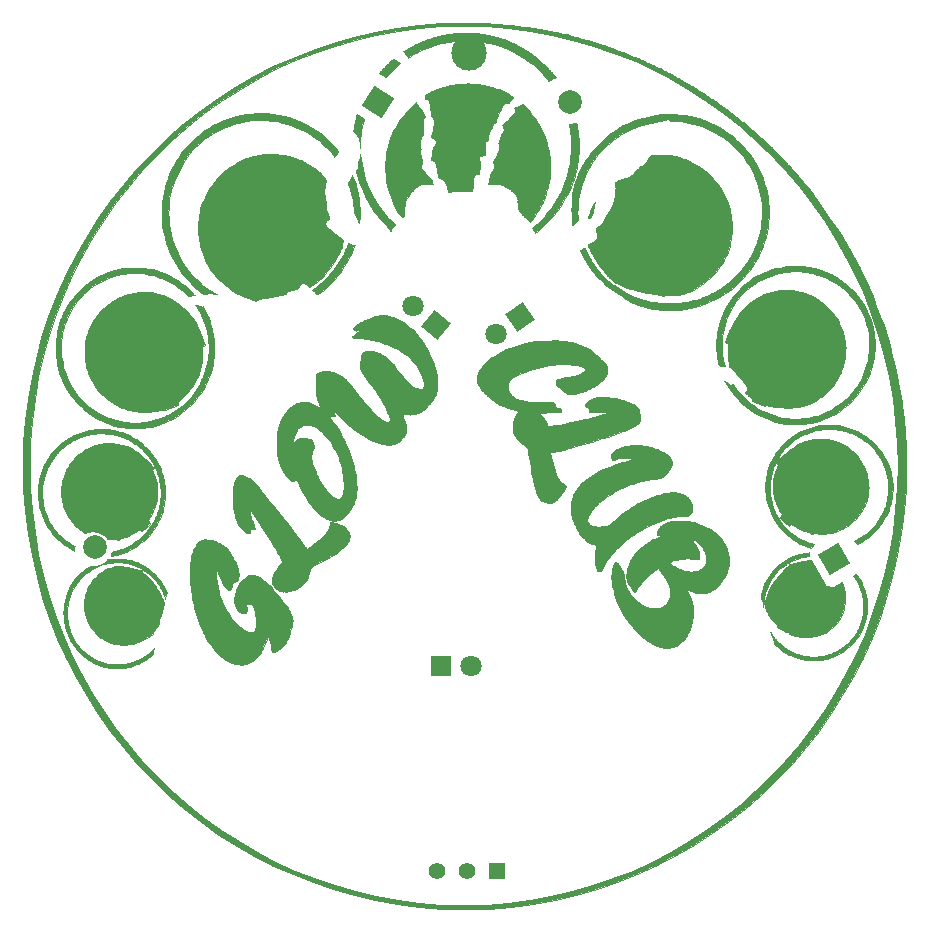
<source format=gbr>
%TF.GenerationSoftware,KiCad,Pcbnew,7.0.2-0*%
%TF.CreationDate,2023-07-13T00:13:30-07:00*%
%TF.ProjectId,GlowArtPCBv3,476c6f77-4172-4745-9043-4276332e6b69,rev?*%
%TF.SameCoordinates,Original*%
%TF.FileFunction,Soldermask,Top*%
%TF.FilePolarity,Negative*%
%FSLAX46Y46*%
G04 Gerber Fmt 4.6, Leading zero omitted, Abs format (unit mm)*
G04 Created by KiCad (PCBNEW 7.0.2-0) date 2023-07-13 00:13:30*
%MOMM*%
%LPD*%
G01*
G04 APERTURE LIST*
G04 Aperture macros list*
%AMRotRect*
0 Rectangle, with rotation*
0 The origin of the aperture is its center*
0 $1 length*
0 $2 width*
0 $3 Rotation angle, in degrees counterclockwise*
0 Add horizontal line*
21,1,$1,$2,0,0,$3*%
G04 Aperture macros list end*
%ADD10C,0.080000*%
%ADD11RotRect,2.000000X2.000000X237.500000*%
%ADD12C,2.000000*%
%ADD13C,3.000000*%
%ADD14C,1.800000*%
%ADD15R,1.800000X1.800000*%
%ADD16RotRect,2.000000X2.000000X120.000000*%
%ADD17RotRect,1.800000X1.800000X215.000000*%
%ADD18R,1.400000X1.400000*%
%ADD19C,1.400000*%
%ADD20RotRect,1.800000X1.800000X140.000000*%
G04 APERTURE END LIST*
D10*
X99245879Y-39567900D02*
X99273797Y-39712863D01*
X99299512Y-39858596D01*
X99323010Y-40005071D01*
X99344276Y-40152254D01*
X99363294Y-40300116D01*
X99380049Y-40448625D01*
X99394527Y-40597751D01*
X99397805Y-40635955D01*
X99405677Y-40733843D01*
X99412595Y-40832158D01*
X99418520Y-40930769D01*
X99423415Y-41029550D01*
X99424701Y-41062411D01*
X99426064Y-41094638D01*
X99428997Y-41185755D01*
X99431118Y-41276922D01*
X99432405Y-41368228D01*
X99432839Y-41459762D01*
X99432198Y-41579565D01*
X99428915Y-41746252D01*
X99424898Y-41863728D01*
X99419497Y-41977182D01*
X99413149Y-42087565D01*
X99405740Y-42197845D01*
X99396853Y-42308229D01*
X99396749Y-42308969D01*
X99383834Y-42444012D01*
X99374099Y-42535981D01*
X99364675Y-42617050D01*
X99353780Y-42702034D01*
X99338747Y-42811465D01*
X99322982Y-42918570D01*
X99314193Y-42975718D01*
X99296310Y-43083670D01*
X99252931Y-43319309D01*
X99203811Y-43552939D01*
X99149033Y-43784473D01*
X99088680Y-44013825D01*
X99022835Y-44240910D01*
X98951581Y-44465642D01*
X98875001Y-44687937D01*
X98793179Y-44907707D01*
X98691229Y-45132604D01*
X98605273Y-45314570D01*
X98565923Y-45394379D01*
X98527730Y-45469369D01*
X98489745Y-45541508D01*
X98451022Y-45612768D01*
X98292993Y-45893112D01*
X98136609Y-46158037D01*
X97981217Y-46408615D01*
X97826165Y-46645913D01*
X97670799Y-46871003D01*
X97514469Y-47084954D01*
X97356519Y-47288835D01*
X97196300Y-47483716D01*
X97033157Y-47670667D01*
X96866438Y-47850758D01*
X96695491Y-48025059D01*
X96519664Y-48194638D01*
X96338303Y-48360566D01*
X96150756Y-48523913D01*
X95956371Y-48685748D01*
X95754494Y-48847140D01*
X95741047Y-48818132D01*
X95727414Y-48787814D01*
X95712001Y-48752234D01*
X95696925Y-48715355D01*
X95690175Y-48697666D01*
X95684305Y-48681138D01*
X95679577Y-48666265D01*
X95676258Y-48653543D01*
X95674613Y-48643467D01*
X95674500Y-48639576D01*
X95674905Y-48636532D01*
X95647906Y-48605940D01*
X95621831Y-48575686D01*
X95596909Y-48545306D01*
X95584953Y-48529923D01*
X95573371Y-48514334D01*
X95562192Y-48498481D01*
X95551445Y-48482306D01*
X95541159Y-48465750D01*
X95531361Y-48448755D01*
X95522082Y-48431264D01*
X95513349Y-48413218D01*
X95505191Y-48394559D01*
X95497637Y-48375229D01*
X95864530Y-48058195D01*
X96213658Y-47722002D01*
X96544208Y-47367461D01*
X96855363Y-46995389D01*
X97146310Y-46606598D01*
X97416232Y-46201905D01*
X97664316Y-45782122D01*
X97889746Y-45348065D01*
X98091706Y-44900547D01*
X98269383Y-44440384D01*
X98421961Y-43968389D01*
X98548625Y-43485377D01*
X98648560Y-42992162D01*
X98720951Y-42489559D01*
X98764984Y-41978382D01*
X98779842Y-41459445D01*
X98775026Y-41164195D01*
X98760675Y-40871537D01*
X98736942Y-40581593D01*
X98703975Y-40294484D01*
X98661924Y-40010332D01*
X98610940Y-39729258D01*
X98600000Y-39600000D01*
X99205400Y-39500000D01*
X99215774Y-39500000D01*
X99245879Y-39567900D01*
G36*
X99245879Y-39567900D02*
G01*
X99273797Y-39712863D01*
X99299512Y-39858596D01*
X99323010Y-40005071D01*
X99344276Y-40152254D01*
X99363294Y-40300116D01*
X99380049Y-40448625D01*
X99394527Y-40597751D01*
X99397805Y-40635955D01*
X99405677Y-40733843D01*
X99412595Y-40832158D01*
X99418520Y-40930769D01*
X99423415Y-41029550D01*
X99424701Y-41062411D01*
X99426064Y-41094638D01*
X99428997Y-41185755D01*
X99431118Y-41276922D01*
X99432405Y-41368228D01*
X99432839Y-41459762D01*
X99432198Y-41579565D01*
X99428915Y-41746252D01*
X99424898Y-41863728D01*
X99419497Y-41977182D01*
X99413149Y-42087565D01*
X99405740Y-42197845D01*
X99396853Y-42308229D01*
X99396749Y-42308969D01*
X99383834Y-42444012D01*
X99374099Y-42535981D01*
X99364675Y-42617050D01*
X99353780Y-42702034D01*
X99338747Y-42811465D01*
X99322982Y-42918570D01*
X99314193Y-42975718D01*
X99296310Y-43083670D01*
X99252931Y-43319309D01*
X99203811Y-43552939D01*
X99149033Y-43784473D01*
X99088680Y-44013825D01*
X99022835Y-44240910D01*
X98951581Y-44465642D01*
X98875001Y-44687937D01*
X98793179Y-44907707D01*
X98691229Y-45132604D01*
X98605273Y-45314570D01*
X98565923Y-45394379D01*
X98527730Y-45469369D01*
X98489745Y-45541508D01*
X98451022Y-45612768D01*
X98292993Y-45893112D01*
X98136609Y-46158037D01*
X97981217Y-46408615D01*
X97826165Y-46645913D01*
X97670799Y-46871003D01*
X97514469Y-47084954D01*
X97356519Y-47288835D01*
X97196300Y-47483716D01*
X97033157Y-47670667D01*
X96866438Y-47850758D01*
X96695491Y-48025059D01*
X96519664Y-48194638D01*
X96338303Y-48360566D01*
X96150756Y-48523913D01*
X95956371Y-48685748D01*
X95754494Y-48847140D01*
X95741047Y-48818132D01*
X95727414Y-48787814D01*
X95712001Y-48752234D01*
X95696925Y-48715355D01*
X95690175Y-48697666D01*
X95684305Y-48681138D01*
X95679577Y-48666265D01*
X95676258Y-48653543D01*
X95674613Y-48643467D01*
X95674500Y-48639576D01*
X95674905Y-48636532D01*
X95647906Y-48605940D01*
X95621831Y-48575686D01*
X95596909Y-48545306D01*
X95584953Y-48529923D01*
X95573371Y-48514334D01*
X95562192Y-48498481D01*
X95551445Y-48482306D01*
X95541159Y-48465750D01*
X95531361Y-48448755D01*
X95522082Y-48431264D01*
X95513349Y-48413218D01*
X95505191Y-48394559D01*
X95497637Y-48375229D01*
X95864530Y-48058195D01*
X96213658Y-47722002D01*
X96544208Y-47367461D01*
X96855363Y-46995389D01*
X97146310Y-46606598D01*
X97416232Y-46201905D01*
X97664316Y-45782122D01*
X97889746Y-45348065D01*
X98091706Y-44900547D01*
X98269383Y-44440384D01*
X98421961Y-43968389D01*
X98548625Y-43485377D01*
X98648560Y-42992162D01*
X98720951Y-42489559D01*
X98764984Y-41978382D01*
X98779842Y-41459445D01*
X98775026Y-41164195D01*
X98760675Y-40871537D01*
X98736942Y-40581593D01*
X98703975Y-40294484D01*
X98661924Y-40010332D01*
X98610940Y-39729258D01*
X98600000Y-39600000D01*
X99205400Y-39500000D01*
X99215774Y-39500000D01*
X99245879Y-39567900D01*
G37*
X59243550Y-65424389D02*
X59467422Y-65438369D01*
X59688743Y-65461442D01*
X59907329Y-65493422D01*
X60122996Y-65534124D01*
X60335558Y-65583363D01*
X60544831Y-65640952D01*
X60750631Y-65706706D01*
X60952773Y-65780440D01*
X61151073Y-65861967D01*
X61345345Y-65951103D01*
X61535406Y-66047662D01*
X61721071Y-66151458D01*
X61902156Y-66262305D01*
X62078475Y-66380019D01*
X62249844Y-66504413D01*
X62416079Y-66635301D01*
X62576996Y-66772499D01*
X62732409Y-66915820D01*
X62882134Y-67065080D01*
X63025987Y-67220092D01*
X63163782Y-67380671D01*
X63295337Y-67546631D01*
X63420465Y-67717787D01*
X63538983Y-67893953D01*
X63650705Y-68074943D01*
X63755448Y-68260572D01*
X63853026Y-68450655D01*
X63943256Y-68645006D01*
X64025953Y-68843438D01*
X64100931Y-69045768D01*
X64168008Y-69251808D01*
X64176915Y-69273240D01*
X64185117Y-69294682D01*
X64192573Y-69316144D01*
X64199241Y-69337637D01*
X64205080Y-69359169D01*
X64210051Y-69380751D01*
X64212197Y-69391564D01*
X64214111Y-69402393D01*
X64215787Y-69413239D01*
X64217220Y-69424104D01*
X64259507Y-69593327D01*
X64296453Y-69764609D01*
X64327966Y-69937836D01*
X64353956Y-70112893D01*
X64374330Y-70289667D01*
X64388997Y-70468042D01*
X64397864Y-70647907D01*
X64400840Y-70829145D01*
X64394759Y-71088318D01*
X64376698Y-71344358D01*
X64346932Y-71596989D01*
X64305734Y-71845937D01*
X64253378Y-72090927D01*
X64190138Y-72331684D01*
X64116288Y-72567932D01*
X64032102Y-72799397D01*
X63937853Y-73025804D01*
X63833817Y-73246878D01*
X63720266Y-73462343D01*
X63597475Y-73671925D01*
X63465717Y-73875349D01*
X63325267Y-74072339D01*
X63176398Y-74262621D01*
X63019384Y-74445919D01*
X62854499Y-74621959D01*
X62682018Y-74790465D01*
X62502213Y-74951163D01*
X62315360Y-75103778D01*
X62121731Y-75248033D01*
X61921601Y-75383656D01*
X61715244Y-75510369D01*
X61502933Y-75627899D01*
X61284943Y-75735971D01*
X61061547Y-75834309D01*
X60833019Y-75922638D01*
X60599634Y-76000683D01*
X60361665Y-76068170D01*
X60119386Y-76124822D01*
X59873071Y-76170367D01*
X59797822Y-76190000D01*
X59810000Y-76140000D01*
X59830000Y-76150000D01*
X59830000Y-76043333D01*
X59850000Y-75970000D01*
X59860000Y-75930000D01*
X59900000Y-75819162D01*
X59910000Y-75810000D01*
X59910000Y-75808073D01*
X59995908Y-75791617D01*
X60092663Y-75773030D01*
X60186781Y-75752351D01*
X60278625Y-75729617D01*
X60368562Y-75704866D01*
X60456957Y-75678135D01*
X60544175Y-75649462D01*
X60630581Y-75618885D01*
X60802418Y-75552168D01*
X60975392Y-75478287D01*
X61152425Y-75397541D01*
X61336437Y-75310234D01*
X61505813Y-75216261D01*
X61665920Y-75120437D01*
X61817345Y-75022641D01*
X61960679Y-74922754D01*
X62096512Y-74820654D01*
X62225433Y-74716222D01*
X62348031Y-74609338D01*
X62464897Y-74499882D01*
X62576619Y-74387733D01*
X62683788Y-74272771D01*
X62786993Y-74154877D01*
X62886823Y-74033929D01*
X62983868Y-73909809D01*
X63078718Y-73782395D01*
X63171962Y-73651568D01*
X63264190Y-73517207D01*
X63338080Y-73404094D01*
X63404240Y-73294544D01*
X63464676Y-73184990D01*
X63521391Y-73071861D01*
X63576390Y-72951588D01*
X63631676Y-72820602D01*
X63689254Y-72675333D01*
X63751128Y-72512211D01*
X63861724Y-72167830D01*
X63888362Y-72061609D01*
X63910857Y-71959610D01*
X63930233Y-71860836D01*
X63947516Y-71764289D01*
X63979910Y-71573888D01*
X63997071Y-71478040D01*
X64016242Y-71380430D01*
X64028635Y-71208077D01*
X64035726Y-71034693D01*
X64037451Y-70860551D01*
X64033745Y-70685924D01*
X64024541Y-70511082D01*
X64009776Y-70336299D01*
X63989384Y-70161845D01*
X63963300Y-69987994D01*
X63931458Y-69815018D01*
X63893794Y-69643188D01*
X63850243Y-69472776D01*
X63800740Y-69304055D01*
X63745219Y-69137297D01*
X63683615Y-68972773D01*
X63615863Y-68810756D01*
X63541898Y-68651518D01*
X63532103Y-68626713D01*
X63520883Y-68601169D01*
X63508463Y-68574974D01*
X63495066Y-68548211D01*
X63466232Y-68493329D01*
X63436169Y-68437205D01*
X63391800Y-68357043D01*
X63343591Y-68275354D01*
X63292206Y-68192807D01*
X63238309Y-68110069D01*
X63182565Y-68027811D01*
X63125638Y-67946699D01*
X63068192Y-67867404D01*
X63010892Y-67790592D01*
X62899385Y-67647095D01*
X62796433Y-67521557D01*
X62707348Y-67419325D01*
X62669667Y-67378620D01*
X62637446Y-67345747D01*
X62446550Y-67159612D01*
X62359641Y-67077241D01*
X62274159Y-66999500D01*
X62186907Y-66924513D01*
X62141617Y-66887465D01*
X62094684Y-66850402D01*
X62045710Y-66813089D01*
X61994294Y-66775292D01*
X61940036Y-66736776D01*
X61882537Y-66697307D01*
X61703331Y-66579993D01*
X61521088Y-66468592D01*
X61335350Y-66363985D01*
X61241027Y-66314505D01*
X61145659Y-66267054D01*
X61049188Y-66221742D01*
X60951558Y-66178681D01*
X60852710Y-66137979D01*
X60752589Y-66099747D01*
X60651136Y-66064095D01*
X60548294Y-66031134D01*
X60444007Y-66000975D01*
X60338216Y-65973726D01*
X60143691Y-65929195D01*
X59950771Y-65890433D01*
X59759175Y-65857760D01*
X59568623Y-65831498D01*
X59378836Y-65811969D01*
X59189531Y-65799492D01*
X59000430Y-65794390D01*
X58811253Y-65796983D01*
X58748163Y-65799614D01*
X58685017Y-65803149D01*
X58621806Y-65807600D01*
X58558523Y-65812977D01*
X58495161Y-65819292D01*
X58431712Y-65826556D01*
X58368168Y-65834779D01*
X58304523Y-65843974D01*
X58137082Y-65870087D01*
X58030546Y-65888741D01*
X57973384Y-65899831D01*
X57914316Y-65912236D01*
X57831295Y-65931579D01*
X57747768Y-65952372D01*
X57665461Y-65974117D01*
X57586100Y-65996319D01*
X57511413Y-66018481D01*
X57443126Y-66040108D01*
X57382965Y-66060702D01*
X57332656Y-66079768D01*
X57182291Y-66141607D01*
X57033425Y-66204190D01*
X56960059Y-66236179D01*
X56887674Y-66268856D01*
X56816473Y-66302388D01*
X56746656Y-66336943D01*
X56641026Y-66392434D01*
X56537052Y-66450628D01*
X56434424Y-66511631D01*
X56332835Y-66575545D01*
X56231975Y-66642475D01*
X56131535Y-66712526D01*
X56031207Y-66785802D01*
X55930682Y-66862407D01*
X55840497Y-66934185D01*
X55754568Y-67005522D01*
X55672656Y-67076517D01*
X55594524Y-67147268D01*
X55519931Y-67217875D01*
X55448640Y-67288436D01*
X55380413Y-67359051D01*
X55315009Y-67429818D01*
X55252192Y-67500838D01*
X55191722Y-67572208D01*
X55133361Y-67644028D01*
X55076869Y-67716397D01*
X55022010Y-67789414D01*
X54968543Y-67863178D01*
X54864834Y-68013344D01*
X54730926Y-68221622D01*
X54667665Y-68327345D01*
X54606868Y-68434578D01*
X54548539Y-68543664D01*
X54492678Y-68654944D01*
X54439289Y-68768759D01*
X54388372Y-68885450D01*
X54339932Y-69005361D01*
X54293969Y-69128831D01*
X54250486Y-69256202D01*
X54209485Y-69387816D01*
X54170968Y-69524015D01*
X54134937Y-69665140D01*
X54101395Y-69811532D01*
X54070344Y-69963533D01*
X54044896Y-70081370D01*
X54024474Y-70203332D01*
X54008898Y-70329040D01*
X53997990Y-70458115D01*
X53991570Y-70590182D01*
X53989459Y-70724860D01*
X53991479Y-70861773D01*
X53997451Y-71000542D01*
X54007195Y-71140789D01*
X54020534Y-71282137D01*
X54037287Y-71424207D01*
X54057276Y-71566621D01*
X54106248Y-71850971D01*
X54166017Y-72132164D01*
X54179659Y-72187399D01*
X54195504Y-72245376D01*
X54232867Y-72367791D01*
X54276228Y-72495884D01*
X54323708Y-72626129D01*
X54373431Y-72755000D01*
X54423519Y-72878970D01*
X54472094Y-72994514D01*
X54517278Y-73098106D01*
X54610115Y-73277246D01*
X54708459Y-73450834D01*
X54812449Y-73618903D01*
X54922224Y-73781487D01*
X55037923Y-73938619D01*
X55159685Y-74090334D01*
X55287649Y-74236665D01*
X55421954Y-74377645D01*
X55562740Y-74513308D01*
X55710144Y-74643688D01*
X55864308Y-74768819D01*
X56025368Y-74888733D01*
X56193465Y-75003466D01*
X56368737Y-75113049D01*
X56551324Y-75217518D01*
X56741365Y-75316905D01*
X56737149Y-75344173D01*
X56733475Y-75371607D01*
X56730350Y-75399203D01*
X56727779Y-75426956D01*
X56725768Y-75454863D01*
X56724324Y-75482920D01*
X56723453Y-75511124D01*
X56723161Y-75539470D01*
X56723374Y-75563594D01*
X56724008Y-75587626D01*
X56725059Y-75611561D01*
X56726522Y-75635395D01*
X56728391Y-75659124D01*
X56730662Y-75682746D01*
X56733331Y-75706255D01*
X56736391Y-75729649D01*
X56399612Y-75556209D01*
X56077038Y-75360195D01*
X55769706Y-75142648D01*
X55478654Y-74904610D01*
X55204922Y-74647123D01*
X54949546Y-74371229D01*
X54713565Y-74077971D01*
X54498016Y-73768390D01*
X54303939Y-73443527D01*
X54132370Y-73104426D01*
X53984349Y-72752127D01*
X53860913Y-72387673D01*
X53763100Y-72012106D01*
X53691948Y-71626468D01*
X53648496Y-71231800D01*
X53633781Y-70829145D01*
X53640792Y-70550970D01*
X53661599Y-70276425D01*
X53695861Y-70005850D01*
X53743241Y-69739587D01*
X53803397Y-69477977D01*
X53875992Y-69221361D01*
X53960685Y-68970080D01*
X54057138Y-68724475D01*
X54165010Y-68484888D01*
X54283963Y-68251659D01*
X54413656Y-68025129D01*
X54553751Y-67805640D01*
X54703908Y-67593533D01*
X54863788Y-67389148D01*
X55033052Y-67192828D01*
X55211359Y-67004912D01*
X55398371Y-66825743D01*
X55593749Y-66655661D01*
X55797152Y-66495007D01*
X56008241Y-66344123D01*
X56226677Y-66203349D01*
X56452121Y-66073027D01*
X56684233Y-65953497D01*
X56922674Y-65845102D01*
X57167105Y-65748181D01*
X57417185Y-65663076D01*
X57672576Y-65590129D01*
X57932939Y-65529680D01*
X58197933Y-65482070D01*
X58467219Y-65447641D01*
X58740459Y-65426733D01*
X59017312Y-65419688D01*
X59243550Y-65424389D01*
G36*
X59243550Y-65424389D02*
G01*
X59467422Y-65438369D01*
X59688743Y-65461442D01*
X59907329Y-65493422D01*
X60122996Y-65534124D01*
X60335558Y-65583363D01*
X60544831Y-65640952D01*
X60750631Y-65706706D01*
X60952773Y-65780440D01*
X61151073Y-65861967D01*
X61345345Y-65951103D01*
X61535406Y-66047662D01*
X61721071Y-66151458D01*
X61902156Y-66262305D01*
X62078475Y-66380019D01*
X62249844Y-66504413D01*
X62416079Y-66635301D01*
X62576996Y-66772499D01*
X62732409Y-66915820D01*
X62882134Y-67065080D01*
X63025987Y-67220092D01*
X63163782Y-67380671D01*
X63295337Y-67546631D01*
X63420465Y-67717787D01*
X63538983Y-67893953D01*
X63650705Y-68074943D01*
X63755448Y-68260572D01*
X63853026Y-68450655D01*
X63943256Y-68645006D01*
X64025953Y-68843438D01*
X64100931Y-69045768D01*
X64168008Y-69251808D01*
X64176915Y-69273240D01*
X64185117Y-69294682D01*
X64192573Y-69316144D01*
X64199241Y-69337637D01*
X64205080Y-69359169D01*
X64210051Y-69380751D01*
X64212197Y-69391564D01*
X64214111Y-69402393D01*
X64215787Y-69413239D01*
X64217220Y-69424104D01*
X64259507Y-69593327D01*
X64296453Y-69764609D01*
X64327966Y-69937836D01*
X64353956Y-70112893D01*
X64374330Y-70289667D01*
X64388997Y-70468042D01*
X64397864Y-70647907D01*
X64400840Y-70829145D01*
X64394759Y-71088318D01*
X64376698Y-71344358D01*
X64346932Y-71596989D01*
X64305734Y-71845937D01*
X64253378Y-72090927D01*
X64190138Y-72331684D01*
X64116288Y-72567932D01*
X64032102Y-72799397D01*
X63937853Y-73025804D01*
X63833817Y-73246878D01*
X63720266Y-73462343D01*
X63597475Y-73671925D01*
X63465717Y-73875349D01*
X63325267Y-74072339D01*
X63176398Y-74262621D01*
X63019384Y-74445919D01*
X62854499Y-74621959D01*
X62682018Y-74790465D01*
X62502213Y-74951163D01*
X62315360Y-75103778D01*
X62121731Y-75248033D01*
X61921601Y-75383656D01*
X61715244Y-75510369D01*
X61502933Y-75627899D01*
X61284943Y-75735971D01*
X61061547Y-75834309D01*
X60833019Y-75922638D01*
X60599634Y-76000683D01*
X60361665Y-76068170D01*
X60119386Y-76124822D01*
X59873071Y-76170367D01*
X59797822Y-76190000D01*
X59810000Y-76140000D01*
X59830000Y-76150000D01*
X59830000Y-76043333D01*
X59850000Y-75970000D01*
X59860000Y-75930000D01*
X59900000Y-75819162D01*
X59910000Y-75810000D01*
X59910000Y-75808073D01*
X59995908Y-75791617D01*
X60092663Y-75773030D01*
X60186781Y-75752351D01*
X60278625Y-75729617D01*
X60368562Y-75704866D01*
X60456957Y-75678135D01*
X60544175Y-75649462D01*
X60630581Y-75618885D01*
X60802418Y-75552168D01*
X60975392Y-75478287D01*
X61152425Y-75397541D01*
X61336437Y-75310234D01*
X61505813Y-75216261D01*
X61665920Y-75120437D01*
X61817345Y-75022641D01*
X61960679Y-74922754D01*
X62096512Y-74820654D01*
X62225433Y-74716222D01*
X62348031Y-74609338D01*
X62464897Y-74499882D01*
X62576619Y-74387733D01*
X62683788Y-74272771D01*
X62786993Y-74154877D01*
X62886823Y-74033929D01*
X62983868Y-73909809D01*
X63078718Y-73782395D01*
X63171962Y-73651568D01*
X63264190Y-73517207D01*
X63338080Y-73404094D01*
X63404240Y-73294544D01*
X63464676Y-73184990D01*
X63521391Y-73071861D01*
X63576390Y-72951588D01*
X63631676Y-72820602D01*
X63689254Y-72675333D01*
X63751128Y-72512211D01*
X63861724Y-72167830D01*
X63888362Y-72061609D01*
X63910857Y-71959610D01*
X63930233Y-71860836D01*
X63947516Y-71764289D01*
X63979910Y-71573888D01*
X63997071Y-71478040D01*
X64016242Y-71380430D01*
X64028635Y-71208077D01*
X64035726Y-71034693D01*
X64037451Y-70860551D01*
X64033745Y-70685924D01*
X64024541Y-70511082D01*
X64009776Y-70336299D01*
X63989384Y-70161845D01*
X63963300Y-69987994D01*
X63931458Y-69815018D01*
X63893794Y-69643188D01*
X63850243Y-69472776D01*
X63800740Y-69304055D01*
X63745219Y-69137297D01*
X63683615Y-68972773D01*
X63615863Y-68810756D01*
X63541898Y-68651518D01*
X63532103Y-68626713D01*
X63520883Y-68601169D01*
X63508463Y-68574974D01*
X63495066Y-68548211D01*
X63466232Y-68493329D01*
X63436169Y-68437205D01*
X63391800Y-68357043D01*
X63343591Y-68275354D01*
X63292206Y-68192807D01*
X63238309Y-68110069D01*
X63182565Y-68027811D01*
X63125638Y-67946699D01*
X63068192Y-67867404D01*
X63010892Y-67790592D01*
X62899385Y-67647095D01*
X62796433Y-67521557D01*
X62707348Y-67419325D01*
X62669667Y-67378620D01*
X62637446Y-67345747D01*
X62446550Y-67159612D01*
X62359641Y-67077241D01*
X62274159Y-66999500D01*
X62186907Y-66924513D01*
X62141617Y-66887465D01*
X62094684Y-66850402D01*
X62045710Y-66813089D01*
X61994294Y-66775292D01*
X61940036Y-66736776D01*
X61882537Y-66697307D01*
X61703331Y-66579993D01*
X61521088Y-66468592D01*
X61335350Y-66363985D01*
X61241027Y-66314505D01*
X61145659Y-66267054D01*
X61049188Y-66221742D01*
X60951558Y-66178681D01*
X60852710Y-66137979D01*
X60752589Y-66099747D01*
X60651136Y-66064095D01*
X60548294Y-66031134D01*
X60444007Y-66000975D01*
X60338216Y-65973726D01*
X60143691Y-65929195D01*
X59950771Y-65890433D01*
X59759175Y-65857760D01*
X59568623Y-65831498D01*
X59378836Y-65811969D01*
X59189531Y-65799492D01*
X59000430Y-65794390D01*
X58811253Y-65796983D01*
X58748163Y-65799614D01*
X58685017Y-65803149D01*
X58621806Y-65807600D01*
X58558523Y-65812977D01*
X58495161Y-65819292D01*
X58431712Y-65826556D01*
X58368168Y-65834779D01*
X58304523Y-65843974D01*
X58137082Y-65870087D01*
X58030546Y-65888741D01*
X57973384Y-65899831D01*
X57914316Y-65912236D01*
X57831295Y-65931579D01*
X57747768Y-65952372D01*
X57665461Y-65974117D01*
X57586100Y-65996319D01*
X57511413Y-66018481D01*
X57443126Y-66040108D01*
X57382965Y-66060702D01*
X57332656Y-66079768D01*
X57182291Y-66141607D01*
X57033425Y-66204190D01*
X56960059Y-66236179D01*
X56887674Y-66268856D01*
X56816473Y-66302388D01*
X56746656Y-66336943D01*
X56641026Y-66392434D01*
X56537052Y-66450628D01*
X56434424Y-66511631D01*
X56332835Y-66575545D01*
X56231975Y-66642475D01*
X56131535Y-66712526D01*
X56031207Y-66785802D01*
X55930682Y-66862407D01*
X55840497Y-66934185D01*
X55754568Y-67005522D01*
X55672656Y-67076517D01*
X55594524Y-67147268D01*
X55519931Y-67217875D01*
X55448640Y-67288436D01*
X55380413Y-67359051D01*
X55315009Y-67429818D01*
X55252192Y-67500838D01*
X55191722Y-67572208D01*
X55133361Y-67644028D01*
X55076869Y-67716397D01*
X55022010Y-67789414D01*
X54968543Y-67863178D01*
X54864834Y-68013344D01*
X54730926Y-68221622D01*
X54667665Y-68327345D01*
X54606868Y-68434578D01*
X54548539Y-68543664D01*
X54492678Y-68654944D01*
X54439289Y-68768759D01*
X54388372Y-68885450D01*
X54339932Y-69005361D01*
X54293969Y-69128831D01*
X54250486Y-69256202D01*
X54209485Y-69387816D01*
X54170968Y-69524015D01*
X54134937Y-69665140D01*
X54101395Y-69811532D01*
X54070344Y-69963533D01*
X54044896Y-70081370D01*
X54024474Y-70203332D01*
X54008898Y-70329040D01*
X53997990Y-70458115D01*
X53991570Y-70590182D01*
X53989459Y-70724860D01*
X53991479Y-70861773D01*
X53997451Y-71000542D01*
X54007195Y-71140789D01*
X54020534Y-71282137D01*
X54037287Y-71424207D01*
X54057276Y-71566621D01*
X54106248Y-71850971D01*
X54166017Y-72132164D01*
X54179659Y-72187399D01*
X54195504Y-72245376D01*
X54232867Y-72367791D01*
X54276228Y-72495884D01*
X54323708Y-72626129D01*
X54373431Y-72755000D01*
X54423519Y-72878970D01*
X54472094Y-72994514D01*
X54517278Y-73098106D01*
X54610115Y-73277246D01*
X54708459Y-73450834D01*
X54812449Y-73618903D01*
X54922224Y-73781487D01*
X55037923Y-73938619D01*
X55159685Y-74090334D01*
X55287649Y-74236665D01*
X55421954Y-74377645D01*
X55562740Y-74513308D01*
X55710144Y-74643688D01*
X55864308Y-74768819D01*
X56025368Y-74888733D01*
X56193465Y-75003466D01*
X56368737Y-75113049D01*
X56551324Y-75217518D01*
X56741365Y-75316905D01*
X56737149Y-75344173D01*
X56733475Y-75371607D01*
X56730350Y-75399203D01*
X56727779Y-75426956D01*
X56725768Y-75454863D01*
X56724324Y-75482920D01*
X56723453Y-75511124D01*
X56723161Y-75539470D01*
X56723374Y-75563594D01*
X56724008Y-75587626D01*
X56725059Y-75611561D01*
X56726522Y-75635395D01*
X56728391Y-75659124D01*
X56730662Y-75682746D01*
X56733331Y-75706255D01*
X56736391Y-75729649D01*
X56399612Y-75556209D01*
X56077038Y-75360195D01*
X55769706Y-75142648D01*
X55478654Y-74904610D01*
X55204922Y-74647123D01*
X54949546Y-74371229D01*
X54713565Y-74077971D01*
X54498016Y-73768390D01*
X54303939Y-73443527D01*
X54132370Y-73104426D01*
X53984349Y-72752127D01*
X53860913Y-72387673D01*
X53763100Y-72012106D01*
X53691948Y-71626468D01*
X53648496Y-71231800D01*
X53633781Y-70829145D01*
X53640792Y-70550970D01*
X53661599Y-70276425D01*
X53695861Y-70005850D01*
X53743241Y-69739587D01*
X53803397Y-69477977D01*
X53875992Y-69221361D01*
X53960685Y-68970080D01*
X54057138Y-68724475D01*
X54165010Y-68484888D01*
X54283963Y-68251659D01*
X54413656Y-68025129D01*
X54553751Y-67805640D01*
X54703908Y-67593533D01*
X54863788Y-67389148D01*
X55033052Y-67192828D01*
X55211359Y-67004912D01*
X55398371Y-66825743D01*
X55593749Y-66655661D01*
X55797152Y-66495007D01*
X56008241Y-66344123D01*
X56226677Y-66203349D01*
X56452121Y-66073027D01*
X56684233Y-65953497D01*
X56922674Y-65845102D01*
X57167105Y-65748181D01*
X57417185Y-65663076D01*
X57672576Y-65590129D01*
X57932939Y-65529680D01*
X58197933Y-65482070D01*
X58467219Y-65447641D01*
X58740459Y-65426733D01*
X59017312Y-65419688D01*
X59243550Y-65424389D01*
G37*
X59800000Y-76170000D02*
X59820000Y-76080000D01*
X59825000Y-76061666D01*
X59800000Y-76170000D01*
G36*
X59800000Y-76170000D02*
G01*
X59820000Y-76080000D01*
X59825000Y-76061666D01*
X59800000Y-76170000D01*
G37*
X59830000Y-76043333D02*
X59825000Y-76061666D01*
X59830000Y-76040000D01*
X59830000Y-76043333D01*
G36*
X59830000Y-76043333D02*
G01*
X59825000Y-76061666D01*
X59830000Y-76040000D01*
X59830000Y-76043333D01*
G37*
X118955682Y-76194136D02*
X118845553Y-76204341D01*
X118735696Y-76217756D01*
X118626187Y-76234327D01*
X118517098Y-76253998D01*
X118408506Y-76276714D01*
X118300484Y-76302421D01*
X117618703Y-76529539D01*
X117618600Y-76529539D01*
X117579073Y-76545648D01*
X117540452Y-76562227D01*
X117502720Y-76579217D01*
X117465861Y-76596559D01*
X117394694Y-76632065D01*
X117326816Y-76668274D01*
X117262093Y-76704717D01*
X117200392Y-76740922D01*
X117085519Y-76810740D01*
X117012663Y-76856359D01*
X116944133Y-76901045D01*
X116879596Y-76944893D01*
X116818723Y-76987998D01*
X116761182Y-77030453D01*
X116706643Y-77072354D01*
X116654775Y-77113794D01*
X116605247Y-77154869D01*
X116557728Y-77195672D01*
X116511887Y-77236298D01*
X116423917Y-77317395D01*
X116338690Y-77398918D01*
X116253561Y-77481620D01*
X116202095Y-77538665D01*
X116150993Y-77596293D01*
X116100421Y-77654505D01*
X116050546Y-77713299D01*
X116001534Y-77772674D01*
X115953552Y-77832628D01*
X115906766Y-77893161D01*
X115861343Y-77954271D01*
X115819001Y-78013630D01*
X115778081Y-78073481D01*
X115738556Y-78133756D01*
X115700397Y-78194390D01*
X115663579Y-78255317D01*
X115628072Y-78316472D01*
X115593850Y-78377788D01*
X115560885Y-78439201D01*
X115507782Y-78543042D01*
X115458277Y-78646270D01*
X115412284Y-78748740D01*
X115369720Y-78850305D01*
X115330499Y-78950819D01*
X115294539Y-79050135D01*
X115261753Y-79148108D01*
X115232058Y-79244590D01*
X115213664Y-79309286D01*
X115196885Y-79372846D01*
X115181583Y-79435215D01*
X115167617Y-79496340D01*
X115154847Y-79556165D01*
X115143132Y-79614635D01*
X115122311Y-79727293D01*
X115114383Y-79773469D01*
X115107129Y-79818794D01*
X115100581Y-79863015D01*
X115094767Y-79905878D01*
X115089717Y-79947128D01*
X115085460Y-79986511D01*
X115082026Y-80023773D01*
X115079446Y-80058659D01*
X115071405Y-80177007D01*
X115066769Y-80267584D01*
X115064940Y-80319238D01*
X115063680Y-80374571D01*
X115063675Y-80381919D01*
X115063811Y-80390657D01*
X115064064Y-80400587D01*
X115064413Y-80411509D01*
X115066006Y-80460508D01*
X115057961Y-80428862D01*
X115027954Y-80306057D01*
X114999803Y-80184061D01*
X114947884Y-79945572D01*
X114899834Y-79719547D01*
X114853280Y-79512138D01*
X114886745Y-79349923D01*
X114925756Y-79190300D01*
X115020000Y-78879157D01*
X115135188Y-78579369D01*
X115270495Y-78291594D01*
X115425098Y-78016491D01*
X115598173Y-77754721D01*
X115788895Y-77506942D01*
X115996439Y-77273813D01*
X116219983Y-77055993D01*
X116458702Y-76854142D01*
X116711771Y-76668919D01*
X116978367Y-76500983D01*
X117257665Y-76350993D01*
X117548842Y-76219609D01*
X117851073Y-76107489D01*
X118163534Y-76015294D01*
X118242207Y-75995269D01*
X118281717Y-75985593D01*
X118321438Y-75976353D01*
X118348411Y-75970599D01*
X118375613Y-75965104D01*
X118402954Y-75959889D01*
X118430343Y-75954973D01*
X118535554Y-75935934D01*
X118641613Y-75919320D01*
X118748485Y-75905167D01*
X118856136Y-75893509D01*
X118964531Y-75884381D01*
X118955682Y-76194136D01*
G36*
X118955682Y-76194136D02*
G01*
X118845553Y-76204341D01*
X118735696Y-76217756D01*
X118626187Y-76234327D01*
X118517098Y-76253998D01*
X118408506Y-76276714D01*
X118300484Y-76302421D01*
X117618703Y-76529539D01*
X117618600Y-76529539D01*
X117579073Y-76545648D01*
X117540452Y-76562227D01*
X117502720Y-76579217D01*
X117465861Y-76596559D01*
X117394694Y-76632065D01*
X117326816Y-76668274D01*
X117262093Y-76704717D01*
X117200392Y-76740922D01*
X117085519Y-76810740D01*
X117012663Y-76856359D01*
X116944133Y-76901045D01*
X116879596Y-76944893D01*
X116818723Y-76987998D01*
X116761182Y-77030453D01*
X116706643Y-77072354D01*
X116654775Y-77113794D01*
X116605247Y-77154869D01*
X116557728Y-77195672D01*
X116511887Y-77236298D01*
X116423917Y-77317395D01*
X116338690Y-77398918D01*
X116253561Y-77481620D01*
X116202095Y-77538665D01*
X116150993Y-77596293D01*
X116100421Y-77654505D01*
X116050546Y-77713299D01*
X116001534Y-77772674D01*
X115953552Y-77832628D01*
X115906766Y-77893161D01*
X115861343Y-77954271D01*
X115819001Y-78013630D01*
X115778081Y-78073481D01*
X115738556Y-78133756D01*
X115700397Y-78194390D01*
X115663579Y-78255317D01*
X115628072Y-78316472D01*
X115593850Y-78377788D01*
X115560885Y-78439201D01*
X115507782Y-78543042D01*
X115458277Y-78646270D01*
X115412284Y-78748740D01*
X115369720Y-78850305D01*
X115330499Y-78950819D01*
X115294539Y-79050135D01*
X115261753Y-79148108D01*
X115232058Y-79244590D01*
X115213664Y-79309286D01*
X115196885Y-79372846D01*
X115181583Y-79435215D01*
X115167617Y-79496340D01*
X115154847Y-79556165D01*
X115143132Y-79614635D01*
X115122311Y-79727293D01*
X115114383Y-79773469D01*
X115107129Y-79818794D01*
X115100581Y-79863015D01*
X115094767Y-79905878D01*
X115089717Y-79947128D01*
X115085460Y-79986511D01*
X115082026Y-80023773D01*
X115079446Y-80058659D01*
X115071405Y-80177007D01*
X115066769Y-80267584D01*
X115064940Y-80319238D01*
X115063680Y-80374571D01*
X115063675Y-80381919D01*
X115063811Y-80390657D01*
X115064064Y-80400587D01*
X115064413Y-80411509D01*
X115066006Y-80460508D01*
X115057961Y-80428862D01*
X115027954Y-80306057D01*
X114999803Y-80184061D01*
X114947884Y-79945572D01*
X114899834Y-79719547D01*
X114853280Y-79512138D01*
X114886745Y-79349923D01*
X114925756Y-79190300D01*
X115020000Y-78879157D01*
X115135188Y-78579369D01*
X115270495Y-78291594D01*
X115425098Y-78016491D01*
X115598173Y-77754721D01*
X115788895Y-77506942D01*
X115996439Y-77273813D01*
X116219983Y-77055993D01*
X116458702Y-76854142D01*
X116711771Y-76668919D01*
X116978367Y-76500983D01*
X117257665Y-76350993D01*
X117548842Y-76219609D01*
X117851073Y-76107489D01*
X118163534Y-76015294D01*
X118242207Y-75995269D01*
X118281717Y-75985593D01*
X118321438Y-75976353D01*
X118348411Y-75970599D01*
X118375613Y-75965104D01*
X118402954Y-75959889D01*
X118430343Y-75954973D01*
X118535554Y-75935934D01*
X118641613Y-75919320D01*
X118748485Y-75905167D01*
X118856136Y-75893509D01*
X118964531Y-75884381D01*
X118955682Y-76194136D01*
G37*
X123004904Y-77809857D02*
X123106593Y-77960952D01*
X123202362Y-78116243D01*
X123292049Y-78275567D01*
X123375493Y-78438762D01*
X123452530Y-78605663D01*
X123522999Y-78776109D01*
X123586739Y-78949936D01*
X123643586Y-79126982D01*
X123693379Y-79307082D01*
X123735957Y-79490075D01*
X123771156Y-79675798D01*
X123798815Y-79864087D01*
X123818773Y-80054779D01*
X123830866Y-80247712D01*
X123834933Y-80442723D01*
X123833394Y-80562479D01*
X123828804Y-80681489D01*
X123821204Y-80799715D01*
X123810632Y-80917119D01*
X123797128Y-81033662D01*
X123780734Y-81149305D01*
X123761488Y-81264011D01*
X123739429Y-81377740D01*
X123714599Y-81490455D01*
X123687037Y-81602116D01*
X123656783Y-81712687D01*
X123623877Y-81822127D01*
X123588358Y-81930398D01*
X123550266Y-82037463D01*
X123509642Y-82143283D01*
X123466524Y-82247819D01*
X123441634Y-82307283D01*
X123415771Y-82366613D01*
X123388927Y-82425816D01*
X123361090Y-82484900D01*
X123332251Y-82543869D01*
X123302400Y-82602731D01*
X123271526Y-82661492D01*
X123239620Y-82720158D01*
X123121690Y-82919220D01*
X122991637Y-83113800D01*
X122849730Y-83303150D01*
X122696235Y-83486527D01*
X122531421Y-83663184D01*
X122355555Y-83832376D01*
X122168904Y-83993358D01*
X121971737Y-84145385D01*
X121764320Y-84287710D01*
X121546922Y-84419589D01*
X121319809Y-84540276D01*
X121083249Y-84649025D01*
X120837511Y-84745092D01*
X120582861Y-84827731D01*
X120452278Y-84863781D01*
X120319567Y-84896196D01*
X120184762Y-84924880D01*
X120047897Y-84949742D01*
X120042287Y-84950590D01*
X119950628Y-84965106D01*
X119858385Y-84977695D01*
X119765578Y-84988353D01*
X119672230Y-84997078D01*
X119578360Y-85003869D01*
X119483990Y-85008722D01*
X119389140Y-85011636D01*
X119293832Y-85012608D01*
X119143196Y-85010127D01*
X118993755Y-85002741D01*
X118845582Y-84990535D01*
X118698749Y-84973595D01*
X118553330Y-84952007D01*
X118409397Y-84925856D01*
X118267024Y-84895229D01*
X118126284Y-84860209D01*
X118062518Y-84842942D01*
X117998640Y-84824486D01*
X117934688Y-84804855D01*
X117870699Y-84784060D01*
X117806709Y-84762115D01*
X117742756Y-84739032D01*
X117678876Y-84714823D01*
X117615108Y-84689500D01*
X117558729Y-84666555D01*
X117502686Y-84642922D01*
X117447081Y-84618553D01*
X117392013Y-84593400D01*
X117242453Y-84521256D01*
X117095350Y-84444399D01*
X116951226Y-84363248D01*
X116810603Y-84278221D01*
X116674002Y-84189735D01*
X116541947Y-84098209D01*
X116414960Y-84004060D01*
X116293563Y-83907707D01*
X116002206Y-83590208D01*
X115990674Y-83541344D01*
X115977631Y-83491730D01*
X115947491Y-83390154D01*
X115912750Y-83285278D01*
X115874372Y-83176902D01*
X115790557Y-82948847D01*
X115747048Y-82828765D01*
X115703821Y-82704568D01*
X115728208Y-82745745D01*
X115753096Y-82786143D01*
X115802895Y-82862960D01*
X115851105Y-82933165D01*
X115895779Y-82995188D01*
X115934971Y-83047457D01*
X115966735Y-83088403D01*
X116000198Y-83130046D01*
X116045804Y-83184992D01*
X116093282Y-83239924D01*
X116142448Y-83294701D01*
X116193116Y-83349185D01*
X116245102Y-83403237D01*
X116298223Y-83456718D01*
X116407127Y-83561409D01*
X116518354Y-83662147D01*
X116630426Y-83757819D01*
X116741868Y-83847312D01*
X116851205Y-83929515D01*
X116950991Y-83993624D01*
X117055205Y-84058301D01*
X117163424Y-84122686D01*
X117275223Y-84185918D01*
X117390177Y-84247136D01*
X117507862Y-84305480D01*
X117567596Y-84333305D01*
X117627854Y-84360088D01*
X117688582Y-84385722D01*
X117749728Y-84410099D01*
X117845300Y-84445830D01*
X117943305Y-84479878D01*
X118043446Y-84512071D01*
X118145425Y-84542234D01*
X118248948Y-84570195D01*
X118353717Y-84595779D01*
X118459437Y-84618812D01*
X118565810Y-84639122D01*
X118712378Y-84662622D01*
X118854299Y-84680568D01*
X118992214Y-84693306D01*
X119126764Y-84701186D01*
X119258591Y-84704556D01*
X119388335Y-84703765D01*
X119516639Y-84699161D01*
X119644143Y-84691093D01*
X119730546Y-84683734D01*
X119817365Y-84674715D01*
X119904617Y-84663853D01*
X119992322Y-84650966D01*
X120080499Y-84635872D01*
X120169164Y-84618389D01*
X120258337Y-84598333D01*
X120348037Y-84575523D01*
X120486532Y-84535849D01*
X120623553Y-84491893D01*
X120758956Y-84443679D01*
X120892599Y-84391232D01*
X121024340Y-84334576D01*
X121154035Y-84273735D01*
X121281542Y-84208732D01*
X121406719Y-84139593D01*
X121529423Y-84066341D01*
X121649511Y-83989001D01*
X121766841Y-83907597D01*
X121881270Y-83822153D01*
X121992656Y-83732693D01*
X122100855Y-83639241D01*
X122205726Y-83541821D01*
X122307125Y-83440458D01*
X122396942Y-83344855D01*
X122484277Y-83246864D01*
X122568969Y-83146521D01*
X122650856Y-83043862D01*
X122729776Y-82938923D01*
X122805566Y-82831738D01*
X122878065Y-82722344D01*
X122947111Y-82610776D01*
X123012541Y-82497070D01*
X123074194Y-82381262D01*
X123131907Y-82263387D01*
X123185520Y-82143480D01*
X123234869Y-82021578D01*
X123279792Y-81897716D01*
X123320128Y-81771930D01*
X123355715Y-81644255D01*
X123388996Y-81527290D01*
X123418498Y-81413016D01*
X123444318Y-81301021D01*
X123466555Y-81190892D01*
X123485307Y-81082218D01*
X123500670Y-80974585D01*
X123512744Y-80867582D01*
X123521625Y-80760797D01*
X123527411Y-80653817D01*
X123530202Y-80546230D01*
X123530093Y-80437624D01*
X123527183Y-80327586D01*
X123521571Y-80215705D01*
X123513353Y-80101568D01*
X123489492Y-79864878D01*
X123479232Y-79788199D01*
X123465713Y-79705609D01*
X123448993Y-79617894D01*
X123429127Y-79525841D01*
X123406170Y-79430236D01*
X123380178Y-79331866D01*
X123351207Y-79231516D01*
X123319314Y-79129973D01*
X123279646Y-79013856D01*
X123237084Y-78898814D01*
X123192229Y-78786307D01*
X123145678Y-78677796D01*
X123098031Y-78574743D01*
X123049886Y-78478608D01*
X123001843Y-78390852D01*
X122954501Y-78312938D01*
X122899926Y-78216788D01*
X122843109Y-78123517D01*
X122784158Y-78032998D01*
X122723182Y-77945102D01*
X122660291Y-77859701D01*
X122920000Y-77700000D01*
X123004904Y-77809857D01*
G36*
X123004904Y-77809857D02*
G01*
X123106593Y-77960952D01*
X123202362Y-78116243D01*
X123292049Y-78275567D01*
X123375493Y-78438762D01*
X123452530Y-78605663D01*
X123522999Y-78776109D01*
X123586739Y-78949936D01*
X123643586Y-79126982D01*
X123693379Y-79307082D01*
X123735957Y-79490075D01*
X123771156Y-79675798D01*
X123798815Y-79864087D01*
X123818773Y-80054779D01*
X123830866Y-80247712D01*
X123834933Y-80442723D01*
X123833394Y-80562479D01*
X123828804Y-80681489D01*
X123821204Y-80799715D01*
X123810632Y-80917119D01*
X123797128Y-81033662D01*
X123780734Y-81149305D01*
X123761488Y-81264011D01*
X123739429Y-81377740D01*
X123714599Y-81490455D01*
X123687037Y-81602116D01*
X123656783Y-81712687D01*
X123623877Y-81822127D01*
X123588358Y-81930398D01*
X123550266Y-82037463D01*
X123509642Y-82143283D01*
X123466524Y-82247819D01*
X123441634Y-82307283D01*
X123415771Y-82366613D01*
X123388927Y-82425816D01*
X123361090Y-82484900D01*
X123332251Y-82543869D01*
X123302400Y-82602731D01*
X123271526Y-82661492D01*
X123239620Y-82720158D01*
X123121690Y-82919220D01*
X122991637Y-83113800D01*
X122849730Y-83303150D01*
X122696235Y-83486527D01*
X122531421Y-83663184D01*
X122355555Y-83832376D01*
X122168904Y-83993358D01*
X121971737Y-84145385D01*
X121764320Y-84287710D01*
X121546922Y-84419589D01*
X121319809Y-84540276D01*
X121083249Y-84649025D01*
X120837511Y-84745092D01*
X120582861Y-84827731D01*
X120452278Y-84863781D01*
X120319567Y-84896196D01*
X120184762Y-84924880D01*
X120047897Y-84949742D01*
X120042287Y-84950590D01*
X119950628Y-84965106D01*
X119858385Y-84977695D01*
X119765578Y-84988353D01*
X119672230Y-84997078D01*
X119578360Y-85003869D01*
X119483990Y-85008722D01*
X119389140Y-85011636D01*
X119293832Y-85012608D01*
X119143196Y-85010127D01*
X118993755Y-85002741D01*
X118845582Y-84990535D01*
X118698749Y-84973595D01*
X118553330Y-84952007D01*
X118409397Y-84925856D01*
X118267024Y-84895229D01*
X118126284Y-84860209D01*
X118062518Y-84842942D01*
X117998640Y-84824486D01*
X117934688Y-84804855D01*
X117870699Y-84784060D01*
X117806709Y-84762115D01*
X117742756Y-84739032D01*
X117678876Y-84714823D01*
X117615108Y-84689500D01*
X117558729Y-84666555D01*
X117502686Y-84642922D01*
X117447081Y-84618553D01*
X117392013Y-84593400D01*
X117242453Y-84521256D01*
X117095350Y-84444399D01*
X116951226Y-84363248D01*
X116810603Y-84278221D01*
X116674002Y-84189735D01*
X116541947Y-84098209D01*
X116414960Y-84004060D01*
X116293563Y-83907707D01*
X116002206Y-83590208D01*
X115990674Y-83541344D01*
X115977631Y-83491730D01*
X115947491Y-83390154D01*
X115912750Y-83285278D01*
X115874372Y-83176902D01*
X115790557Y-82948847D01*
X115747048Y-82828765D01*
X115703821Y-82704568D01*
X115728208Y-82745745D01*
X115753096Y-82786143D01*
X115802895Y-82862960D01*
X115851105Y-82933165D01*
X115895779Y-82995188D01*
X115934971Y-83047457D01*
X115966735Y-83088403D01*
X116000198Y-83130046D01*
X116045804Y-83184992D01*
X116093282Y-83239924D01*
X116142448Y-83294701D01*
X116193116Y-83349185D01*
X116245102Y-83403237D01*
X116298223Y-83456718D01*
X116407127Y-83561409D01*
X116518354Y-83662147D01*
X116630426Y-83757819D01*
X116741868Y-83847312D01*
X116851205Y-83929515D01*
X116950991Y-83993624D01*
X117055205Y-84058301D01*
X117163424Y-84122686D01*
X117275223Y-84185918D01*
X117390177Y-84247136D01*
X117507862Y-84305480D01*
X117567596Y-84333305D01*
X117627854Y-84360088D01*
X117688582Y-84385722D01*
X117749728Y-84410099D01*
X117845300Y-84445830D01*
X117943305Y-84479878D01*
X118043446Y-84512071D01*
X118145425Y-84542234D01*
X118248948Y-84570195D01*
X118353717Y-84595779D01*
X118459437Y-84618812D01*
X118565810Y-84639122D01*
X118712378Y-84662622D01*
X118854299Y-84680568D01*
X118992214Y-84693306D01*
X119126764Y-84701186D01*
X119258591Y-84704556D01*
X119388335Y-84703765D01*
X119516639Y-84699161D01*
X119644143Y-84691093D01*
X119730546Y-84683734D01*
X119817365Y-84674715D01*
X119904617Y-84663853D01*
X119992322Y-84650966D01*
X120080499Y-84635872D01*
X120169164Y-84618389D01*
X120258337Y-84598333D01*
X120348037Y-84575523D01*
X120486532Y-84535849D01*
X120623553Y-84491893D01*
X120758956Y-84443679D01*
X120892599Y-84391232D01*
X121024340Y-84334576D01*
X121154035Y-84273735D01*
X121281542Y-84208732D01*
X121406719Y-84139593D01*
X121529423Y-84066341D01*
X121649511Y-83989001D01*
X121766841Y-83907597D01*
X121881270Y-83822153D01*
X121992656Y-83732693D01*
X122100855Y-83639241D01*
X122205726Y-83541821D01*
X122307125Y-83440458D01*
X122396942Y-83344855D01*
X122484277Y-83246864D01*
X122568969Y-83146521D01*
X122650856Y-83043862D01*
X122729776Y-82938923D01*
X122805566Y-82831738D01*
X122878065Y-82722344D01*
X122947111Y-82610776D01*
X123012541Y-82497070D01*
X123074194Y-82381262D01*
X123131907Y-82263387D01*
X123185520Y-82143480D01*
X123234869Y-82021578D01*
X123279792Y-81897716D01*
X123320128Y-81771930D01*
X123355715Y-81644255D01*
X123388996Y-81527290D01*
X123418498Y-81413016D01*
X123444318Y-81301021D01*
X123466555Y-81190892D01*
X123485307Y-81082218D01*
X123500670Y-80974585D01*
X123512744Y-80867582D01*
X123521625Y-80760797D01*
X123527411Y-80653817D01*
X123530202Y-80546230D01*
X123530093Y-80437624D01*
X123527183Y-80327586D01*
X123521571Y-80215705D01*
X123513353Y-80101568D01*
X123489492Y-79864878D01*
X123479232Y-79788199D01*
X123465713Y-79705609D01*
X123448993Y-79617894D01*
X123429127Y-79525841D01*
X123406170Y-79430236D01*
X123380178Y-79331866D01*
X123351207Y-79231516D01*
X123319314Y-79129973D01*
X123279646Y-79013856D01*
X123237084Y-78898814D01*
X123192229Y-78786307D01*
X123145678Y-78677796D01*
X123098031Y-78574743D01*
X123049886Y-78478608D01*
X123001843Y-78390852D01*
X122954501Y-78312938D01*
X122899926Y-78216788D01*
X122843109Y-78123517D01*
X122784158Y-78032998D01*
X122723182Y-77945102D01*
X122660291Y-77859701D01*
X122920000Y-77700000D01*
X123004904Y-77809857D01*
G37*
X120894936Y-65076523D02*
X121168227Y-65097096D01*
X121437560Y-65130974D01*
X121702595Y-65177822D01*
X121962994Y-65237304D01*
X122218417Y-65309085D01*
X122468526Y-65392830D01*
X122712980Y-65488203D01*
X122951442Y-65594868D01*
X123183571Y-65712490D01*
X123409028Y-65840734D01*
X123627475Y-65979263D01*
X123838573Y-66127744D01*
X124041981Y-66285839D01*
X124237361Y-66453215D01*
X124424374Y-66629534D01*
X124602680Y-66814463D01*
X124771941Y-67007664D01*
X124931817Y-67208804D01*
X125081969Y-67417545D01*
X125222057Y-67633554D01*
X125351744Y-67856494D01*
X125470689Y-68086031D01*
X125578554Y-68321827D01*
X125674999Y-68563549D01*
X125759685Y-68810860D01*
X125832273Y-69063426D01*
X125892423Y-69320910D01*
X125939797Y-69582977D01*
X125974056Y-69849292D01*
X125994860Y-70119520D01*
X126001870Y-70393324D01*
X125997472Y-70610294D01*
X125984391Y-70825068D01*
X125962794Y-71037479D01*
X125932850Y-71247361D01*
X125894727Y-71454548D01*
X125848593Y-71658873D01*
X125794616Y-71860170D01*
X125732963Y-72058273D01*
X125663804Y-72253015D01*
X125587307Y-72444231D01*
X125503638Y-72631754D01*
X125412967Y-72815418D01*
X125315462Y-72995056D01*
X125211290Y-73170503D01*
X125100620Y-73341592D01*
X124983620Y-73508156D01*
X124860457Y-73670030D01*
X124731301Y-73827046D01*
X124596319Y-73979040D01*
X124455679Y-74125845D01*
X124309549Y-74267293D01*
X124158097Y-74403220D01*
X124001493Y-74533459D01*
X123839902Y-74657843D01*
X123673494Y-74776206D01*
X123502437Y-74888383D01*
X123326899Y-74994206D01*
X123147048Y-75093509D01*
X122963052Y-75186127D01*
X122740000Y-74890000D01*
X122896229Y-74808142D01*
X123113898Y-74692483D01*
X123324506Y-74567686D01*
X123527745Y-74433973D01*
X123723306Y-74291569D01*
X123910882Y-74140698D01*
X124090164Y-73981585D01*
X124260845Y-73814453D01*
X124422616Y-73639527D01*
X124575169Y-73457031D01*
X124718196Y-73267189D01*
X124851390Y-73070225D01*
X124974442Y-72866364D01*
X125087044Y-72655830D01*
X125186976Y-72435084D01*
X125243390Y-72307691D01*
X125300210Y-72174620D01*
X125354514Y-72040126D01*
X125403382Y-71908460D01*
X125424865Y-71845017D01*
X125443894Y-71783875D01*
X125460103Y-71725568D01*
X125473128Y-71670625D01*
X125509764Y-71493981D01*
X125541971Y-71327738D01*
X125569820Y-71170936D01*
X125593384Y-71022613D01*
X125612731Y-70881808D01*
X125627935Y-70747559D01*
X125639064Y-70618905D01*
X125646191Y-70494884D01*
X125649387Y-70374536D01*
X125648722Y-70256899D01*
X125644267Y-70141011D01*
X125636094Y-70025912D01*
X125624274Y-69910640D01*
X125608876Y-69794234D01*
X125589973Y-69675732D01*
X125567635Y-69554173D01*
X125541515Y-69425998D01*
X125513815Y-69301700D01*
X125484509Y-69181095D01*
X125453566Y-69064001D01*
X125420960Y-68950234D01*
X125386660Y-68839611D01*
X125350639Y-68731947D01*
X125312868Y-68627060D01*
X125273318Y-68524767D01*
X125231962Y-68424883D01*
X125188769Y-68327226D01*
X125143713Y-68231612D01*
X125096764Y-68137858D01*
X125047895Y-68045780D01*
X124997075Y-67955195D01*
X124944277Y-67865919D01*
X124887672Y-67775007D01*
X124828776Y-67685185D01*
X124767456Y-67596325D01*
X124703583Y-67508300D01*
X124637024Y-67420982D01*
X124567649Y-67334244D01*
X124495327Y-67247957D01*
X124419926Y-67161993D01*
X124341315Y-67076226D01*
X124259364Y-66990526D01*
X124173941Y-66904768D01*
X124084915Y-66818822D01*
X123992154Y-66732561D01*
X123895529Y-66645857D01*
X123794907Y-66558582D01*
X123690157Y-66470610D01*
X123524424Y-66347667D01*
X123357148Y-66232908D01*
X123272540Y-66178445D01*
X123187076Y-66125846D01*
X123100598Y-66075049D01*
X123012951Y-66025993D01*
X122923976Y-65978618D01*
X122833518Y-65932863D01*
X122741419Y-65888666D01*
X122647522Y-65845966D01*
X122551671Y-65804703D01*
X122453708Y-65764817D01*
X122353477Y-65726245D01*
X122250820Y-65688926D01*
X122161277Y-65660063D01*
X122053552Y-65629687D01*
X121933613Y-65599013D01*
X121807429Y-65569256D01*
X121680967Y-65541633D01*
X121560195Y-65517359D01*
X121451083Y-65497648D01*
X121359597Y-65483717D01*
X121359597Y-65483503D01*
X121293286Y-65475169D01*
X121227218Y-65467624D01*
X121161379Y-65460866D01*
X121095753Y-65454890D01*
X121030325Y-65449693D01*
X120965081Y-65445271D01*
X120900006Y-65441620D01*
X120835085Y-65438737D01*
X120641195Y-65434749D01*
X120448312Y-65437670D01*
X120256093Y-65447446D01*
X120064198Y-65464018D01*
X119872282Y-65487333D01*
X119680003Y-65517334D01*
X119487020Y-65553964D01*
X119292989Y-65597169D01*
X119130436Y-65648302D01*
X118970219Y-65703408D01*
X118812366Y-65762623D01*
X118656905Y-65826086D01*
X118503867Y-65893933D01*
X118353278Y-65966303D01*
X118205169Y-66043332D01*
X118059567Y-66125159D01*
X117916502Y-66211921D01*
X117776002Y-66303755D01*
X117638095Y-66400799D01*
X117502811Y-66503191D01*
X117370178Y-66611068D01*
X117240225Y-66724567D01*
X117112980Y-66843826D01*
X116988473Y-66968983D01*
X116907931Y-67054573D01*
X116831979Y-67138784D01*
X116760346Y-67221739D01*
X116692760Y-67303559D01*
X116628949Y-67384367D01*
X116568642Y-67464284D01*
X116511567Y-67543432D01*
X116457452Y-67621934D01*
X116406027Y-67699911D01*
X116357018Y-67777485D01*
X116265166Y-67931915D01*
X116179724Y-68086197D01*
X116098519Y-68241310D01*
X116028614Y-68381325D01*
X115963180Y-68529374D01*
X115902422Y-68684602D01*
X115846546Y-68846149D01*
X115795756Y-69013159D01*
X115750256Y-69184775D01*
X115710253Y-69360137D01*
X115675951Y-69538390D01*
X115647555Y-69718676D01*
X115625270Y-69900137D01*
X115609301Y-70081916D01*
X115599853Y-70263155D01*
X115597131Y-70442997D01*
X115601339Y-70620584D01*
X115612683Y-70795060D01*
X115631368Y-70965565D01*
X115646980Y-71073028D01*
X115666811Y-71192095D01*
X115690711Y-71319843D01*
X115718535Y-71453351D01*
X115750134Y-71589696D01*
X115785360Y-71725958D01*
X115824066Y-71859213D01*
X115866103Y-71986540D01*
X115913769Y-72115968D01*
X115965978Y-72247367D01*
X116022404Y-72379622D01*
X116082719Y-72511617D01*
X116146596Y-72642239D01*
X116213707Y-72770372D01*
X116283726Y-72894901D01*
X116356326Y-73014711D01*
X116427603Y-73124535D01*
X116502403Y-73233224D01*
X116580713Y-73340659D01*
X116662521Y-73446719D01*
X116747813Y-73551285D01*
X116836578Y-73654236D01*
X116928803Y-73755453D01*
X117024477Y-73854815D01*
X117123585Y-73952203D01*
X117226117Y-74047496D01*
X117332059Y-74140575D01*
X117441400Y-74231320D01*
X117554126Y-74319610D01*
X117670226Y-74405326D01*
X117789687Y-74488348D01*
X117912496Y-74568556D01*
X118032399Y-74643910D01*
X118092929Y-74681044D01*
X118154169Y-74717527D01*
X118216360Y-74753143D01*
X118279748Y-74787673D01*
X118344573Y-74820901D01*
X118411080Y-74852610D01*
X118597243Y-74935595D01*
X118765982Y-75005865D01*
X118923339Y-75065548D01*
X119075354Y-75116772D01*
X119228068Y-75161666D01*
X119387524Y-75202359D01*
X119079900Y-75496206D01*
X118852171Y-75423550D01*
X118628973Y-75341278D01*
X118410558Y-75249638D01*
X118197177Y-75148878D01*
X117989082Y-75039248D01*
X117786525Y-74920995D01*
X117589757Y-74794368D01*
X117399030Y-74659617D01*
X117214596Y-74516989D01*
X117036705Y-74366734D01*
X116865611Y-74209099D01*
X116701563Y-74044334D01*
X116544815Y-73872688D01*
X116395617Y-73694408D01*
X116254221Y-73509744D01*
X116120879Y-73318944D01*
X115995843Y-73122257D01*
X115879363Y-72919932D01*
X115771692Y-72712216D01*
X115673082Y-72499360D01*
X115583783Y-72281611D01*
X115504047Y-72059218D01*
X115434127Y-71832429D01*
X115374273Y-71601495D01*
X115324737Y-71366662D01*
X115285772Y-71128180D01*
X115257628Y-70886297D01*
X115240557Y-70641262D01*
X115234811Y-70393324D01*
X115241821Y-70119520D01*
X115262627Y-69849292D01*
X115296888Y-69582977D01*
X115344265Y-69320910D01*
X115404419Y-69063426D01*
X115477010Y-68810860D01*
X115561699Y-68563549D01*
X115658147Y-68321827D01*
X115766014Y-68086031D01*
X115884960Y-67856494D01*
X116014647Y-67633554D01*
X116154735Y-67417545D01*
X116304885Y-67208804D01*
X116464756Y-67007664D01*
X116634011Y-66814463D01*
X116812308Y-66629534D01*
X116999310Y-66453215D01*
X117194677Y-66285839D01*
X117398068Y-66127744D01*
X117609146Y-65979263D01*
X117827569Y-65840734D01*
X118053000Y-65712490D01*
X118285098Y-65594868D01*
X118523525Y-65488203D01*
X118767940Y-65392830D01*
X119018005Y-65309085D01*
X119273380Y-65237304D01*
X119533726Y-65177822D01*
X119798702Y-65130974D01*
X120067971Y-65097096D01*
X120341192Y-65076523D01*
X120618026Y-65069590D01*
X120894936Y-65076523D01*
G36*
X120894936Y-65076523D02*
G01*
X121168227Y-65097096D01*
X121437560Y-65130974D01*
X121702595Y-65177822D01*
X121962994Y-65237304D01*
X122218417Y-65309085D01*
X122468526Y-65392830D01*
X122712980Y-65488203D01*
X122951442Y-65594868D01*
X123183571Y-65712490D01*
X123409028Y-65840734D01*
X123627475Y-65979263D01*
X123838573Y-66127744D01*
X124041981Y-66285839D01*
X124237361Y-66453215D01*
X124424374Y-66629534D01*
X124602680Y-66814463D01*
X124771941Y-67007664D01*
X124931817Y-67208804D01*
X125081969Y-67417545D01*
X125222057Y-67633554D01*
X125351744Y-67856494D01*
X125470689Y-68086031D01*
X125578554Y-68321827D01*
X125674999Y-68563549D01*
X125759685Y-68810860D01*
X125832273Y-69063426D01*
X125892423Y-69320910D01*
X125939797Y-69582977D01*
X125974056Y-69849292D01*
X125994860Y-70119520D01*
X126001870Y-70393324D01*
X125997472Y-70610294D01*
X125984391Y-70825068D01*
X125962794Y-71037479D01*
X125932850Y-71247361D01*
X125894727Y-71454548D01*
X125848593Y-71658873D01*
X125794616Y-71860170D01*
X125732963Y-72058273D01*
X125663804Y-72253015D01*
X125587307Y-72444231D01*
X125503638Y-72631754D01*
X125412967Y-72815418D01*
X125315462Y-72995056D01*
X125211290Y-73170503D01*
X125100620Y-73341592D01*
X124983620Y-73508156D01*
X124860457Y-73670030D01*
X124731301Y-73827046D01*
X124596319Y-73979040D01*
X124455679Y-74125845D01*
X124309549Y-74267293D01*
X124158097Y-74403220D01*
X124001493Y-74533459D01*
X123839902Y-74657843D01*
X123673494Y-74776206D01*
X123502437Y-74888383D01*
X123326899Y-74994206D01*
X123147048Y-75093509D01*
X122963052Y-75186127D01*
X122740000Y-74890000D01*
X122896229Y-74808142D01*
X123113898Y-74692483D01*
X123324506Y-74567686D01*
X123527745Y-74433973D01*
X123723306Y-74291569D01*
X123910882Y-74140698D01*
X124090164Y-73981585D01*
X124260845Y-73814453D01*
X124422616Y-73639527D01*
X124575169Y-73457031D01*
X124718196Y-73267189D01*
X124851390Y-73070225D01*
X124974442Y-72866364D01*
X125087044Y-72655830D01*
X125186976Y-72435084D01*
X125243390Y-72307691D01*
X125300210Y-72174620D01*
X125354514Y-72040126D01*
X125403382Y-71908460D01*
X125424865Y-71845017D01*
X125443894Y-71783875D01*
X125460103Y-71725568D01*
X125473128Y-71670625D01*
X125509764Y-71493981D01*
X125541971Y-71327738D01*
X125569820Y-71170936D01*
X125593384Y-71022613D01*
X125612731Y-70881808D01*
X125627935Y-70747559D01*
X125639064Y-70618905D01*
X125646191Y-70494884D01*
X125649387Y-70374536D01*
X125648722Y-70256899D01*
X125644267Y-70141011D01*
X125636094Y-70025912D01*
X125624274Y-69910640D01*
X125608876Y-69794234D01*
X125589973Y-69675732D01*
X125567635Y-69554173D01*
X125541515Y-69425998D01*
X125513815Y-69301700D01*
X125484509Y-69181095D01*
X125453566Y-69064001D01*
X125420960Y-68950234D01*
X125386660Y-68839611D01*
X125350639Y-68731947D01*
X125312868Y-68627060D01*
X125273318Y-68524767D01*
X125231962Y-68424883D01*
X125188769Y-68327226D01*
X125143713Y-68231612D01*
X125096764Y-68137858D01*
X125047895Y-68045780D01*
X124997075Y-67955195D01*
X124944277Y-67865919D01*
X124887672Y-67775007D01*
X124828776Y-67685185D01*
X124767456Y-67596325D01*
X124703583Y-67508300D01*
X124637024Y-67420982D01*
X124567649Y-67334244D01*
X124495327Y-67247957D01*
X124419926Y-67161993D01*
X124341315Y-67076226D01*
X124259364Y-66990526D01*
X124173941Y-66904768D01*
X124084915Y-66818822D01*
X123992154Y-66732561D01*
X123895529Y-66645857D01*
X123794907Y-66558582D01*
X123690157Y-66470610D01*
X123524424Y-66347667D01*
X123357148Y-66232908D01*
X123272540Y-66178445D01*
X123187076Y-66125846D01*
X123100598Y-66075049D01*
X123012951Y-66025993D01*
X122923976Y-65978618D01*
X122833518Y-65932863D01*
X122741419Y-65888666D01*
X122647522Y-65845966D01*
X122551671Y-65804703D01*
X122453708Y-65764817D01*
X122353477Y-65726245D01*
X122250820Y-65688926D01*
X122161277Y-65660063D01*
X122053552Y-65629687D01*
X121933613Y-65599013D01*
X121807429Y-65569256D01*
X121680967Y-65541633D01*
X121560195Y-65517359D01*
X121451083Y-65497648D01*
X121359597Y-65483717D01*
X121359597Y-65483503D01*
X121293286Y-65475169D01*
X121227218Y-65467624D01*
X121161379Y-65460866D01*
X121095753Y-65454890D01*
X121030325Y-65449693D01*
X120965081Y-65445271D01*
X120900006Y-65441620D01*
X120835085Y-65438737D01*
X120641195Y-65434749D01*
X120448312Y-65437670D01*
X120256093Y-65447446D01*
X120064198Y-65464018D01*
X119872282Y-65487333D01*
X119680003Y-65517334D01*
X119487020Y-65553964D01*
X119292989Y-65597169D01*
X119130436Y-65648302D01*
X118970219Y-65703408D01*
X118812366Y-65762623D01*
X118656905Y-65826086D01*
X118503867Y-65893933D01*
X118353278Y-65966303D01*
X118205169Y-66043332D01*
X118059567Y-66125159D01*
X117916502Y-66211921D01*
X117776002Y-66303755D01*
X117638095Y-66400799D01*
X117502811Y-66503191D01*
X117370178Y-66611068D01*
X117240225Y-66724567D01*
X117112980Y-66843826D01*
X116988473Y-66968983D01*
X116907931Y-67054573D01*
X116831979Y-67138784D01*
X116760346Y-67221739D01*
X116692760Y-67303559D01*
X116628949Y-67384367D01*
X116568642Y-67464284D01*
X116511567Y-67543432D01*
X116457452Y-67621934D01*
X116406027Y-67699911D01*
X116357018Y-67777485D01*
X116265166Y-67931915D01*
X116179724Y-68086197D01*
X116098519Y-68241310D01*
X116028614Y-68381325D01*
X115963180Y-68529374D01*
X115902422Y-68684602D01*
X115846546Y-68846149D01*
X115795756Y-69013159D01*
X115750256Y-69184775D01*
X115710253Y-69360137D01*
X115675951Y-69538390D01*
X115647555Y-69718676D01*
X115625270Y-69900137D01*
X115609301Y-70081916D01*
X115599853Y-70263155D01*
X115597131Y-70442997D01*
X115601339Y-70620584D01*
X115612683Y-70795060D01*
X115631368Y-70965565D01*
X115646980Y-71073028D01*
X115666811Y-71192095D01*
X115690711Y-71319843D01*
X115718535Y-71453351D01*
X115750134Y-71589696D01*
X115785360Y-71725958D01*
X115824066Y-71859213D01*
X115866103Y-71986540D01*
X115913769Y-72115968D01*
X115965978Y-72247367D01*
X116022404Y-72379622D01*
X116082719Y-72511617D01*
X116146596Y-72642239D01*
X116213707Y-72770372D01*
X116283726Y-72894901D01*
X116356326Y-73014711D01*
X116427603Y-73124535D01*
X116502403Y-73233224D01*
X116580713Y-73340659D01*
X116662521Y-73446719D01*
X116747813Y-73551285D01*
X116836578Y-73654236D01*
X116928803Y-73755453D01*
X117024477Y-73854815D01*
X117123585Y-73952203D01*
X117226117Y-74047496D01*
X117332059Y-74140575D01*
X117441400Y-74231320D01*
X117554126Y-74319610D01*
X117670226Y-74405326D01*
X117789687Y-74488348D01*
X117912496Y-74568556D01*
X118032399Y-74643910D01*
X118092929Y-74681044D01*
X118154169Y-74717527D01*
X118216360Y-74753143D01*
X118279748Y-74787673D01*
X118344573Y-74820901D01*
X118411080Y-74852610D01*
X118597243Y-74935595D01*
X118765982Y-75005865D01*
X118923339Y-75065548D01*
X119075354Y-75116772D01*
X119228068Y-75161666D01*
X119387524Y-75202359D01*
X119079900Y-75496206D01*
X118852171Y-75423550D01*
X118628973Y-75341278D01*
X118410558Y-75249638D01*
X118197177Y-75148878D01*
X117989082Y-75039248D01*
X117786525Y-74920995D01*
X117589757Y-74794368D01*
X117399030Y-74659617D01*
X117214596Y-74516989D01*
X117036705Y-74366734D01*
X116865611Y-74209099D01*
X116701563Y-74044334D01*
X116544815Y-73872688D01*
X116395617Y-73694408D01*
X116254221Y-73509744D01*
X116120879Y-73318944D01*
X115995843Y-73122257D01*
X115879363Y-72919932D01*
X115771692Y-72712216D01*
X115673082Y-72499360D01*
X115583783Y-72281611D01*
X115504047Y-72059218D01*
X115434127Y-71832429D01*
X115374273Y-71601495D01*
X115324737Y-71366662D01*
X115285772Y-71128180D01*
X115257628Y-70886297D01*
X115240557Y-70641262D01*
X115234811Y-70393324D01*
X115241821Y-70119520D01*
X115262627Y-69849292D01*
X115296888Y-69582977D01*
X115344265Y-69320910D01*
X115404419Y-69063426D01*
X115477010Y-68810860D01*
X115561699Y-68563549D01*
X115658147Y-68321827D01*
X115766014Y-68086031D01*
X115884960Y-67856494D01*
X116014647Y-67633554D01*
X116154735Y-67417545D01*
X116304885Y-67208804D01*
X116464756Y-67007664D01*
X116634011Y-66814463D01*
X116812308Y-66629534D01*
X116999310Y-66453215D01*
X117194677Y-66285839D01*
X117398068Y-66127744D01*
X117609146Y-65979263D01*
X117827569Y-65840734D01*
X118053000Y-65712490D01*
X118285098Y-65594868D01*
X118523525Y-65488203D01*
X118767940Y-65392830D01*
X119018005Y-65309085D01*
X119273380Y-65237304D01*
X119533726Y-65177822D01*
X119798702Y-65130974D01*
X120067971Y-65097096D01*
X120341192Y-65076523D01*
X120618026Y-65069590D01*
X120894936Y-65076523D01*
G37*
X62638367Y-53838101D02*
X62733016Y-53840658D01*
X62827509Y-53844564D01*
X62921760Y-53849650D01*
X63015679Y-53855749D01*
X63202172Y-53870308D01*
X63528369Y-53921912D01*
X63849219Y-53995545D01*
X64163706Y-54090409D01*
X64470817Y-54205701D01*
X64769538Y-54340622D01*
X65058853Y-54494372D01*
X65337749Y-54666149D01*
X65605210Y-54855153D01*
X65860224Y-55060584D01*
X66101775Y-55281642D01*
X66328849Y-55517526D01*
X66540432Y-55767435D01*
X66735509Y-56030569D01*
X66913066Y-56306128D01*
X67072088Y-56593312D01*
X67211562Y-56891319D01*
X67250537Y-56967726D01*
X67287140Y-57042357D01*
X67321620Y-57115499D01*
X67354224Y-57187440D01*
X67377085Y-57184160D01*
X67804546Y-58296998D01*
X67563670Y-58463792D01*
X67561902Y-58573383D01*
X67562133Y-58685456D01*
X67566064Y-58913689D01*
X67570411Y-59141763D01*
X67571163Y-59253638D01*
X67570126Y-59362950D01*
X67547723Y-59539911D01*
X67519754Y-59715892D01*
X67486262Y-59890749D01*
X67447289Y-60064336D01*
X67402878Y-60236510D01*
X67353070Y-60407127D01*
X67297910Y-60576042D01*
X67237438Y-60743110D01*
X67171698Y-60908188D01*
X67100731Y-61071131D01*
X67024581Y-61231794D01*
X66943291Y-61390034D01*
X66856901Y-61545706D01*
X66765455Y-61698666D01*
X66668996Y-61848770D01*
X66567565Y-61995872D01*
X66452505Y-62134461D01*
X66324011Y-62280626D01*
X66185525Y-62430851D01*
X66040490Y-62581622D01*
X65892350Y-62729420D01*
X65744547Y-62870731D01*
X65600524Y-63002038D01*
X65463725Y-63119825D01*
X65489654Y-63415947D01*
X64424123Y-63840550D01*
X64366657Y-63754081D01*
X64323238Y-63766276D01*
X64280137Y-63777974D01*
X64237354Y-63789234D01*
X64194889Y-63800117D01*
X64056666Y-63830392D01*
X63904408Y-63858976D01*
X63744656Y-63885380D01*
X63583953Y-63909114D01*
X63428841Y-63929687D01*
X63285862Y-63946610D01*
X63161559Y-63959393D01*
X63062473Y-63967546D01*
X62914744Y-63976443D01*
X62772400Y-63981429D01*
X62631291Y-63982097D01*
X62487268Y-63978038D01*
X62336180Y-63968845D01*
X62173879Y-63954109D01*
X61996214Y-63933422D01*
X61799035Y-63906376D01*
X61708961Y-63892110D01*
X61619350Y-63875831D01*
X61530191Y-63857613D01*
X61441474Y-63837529D01*
X61265323Y-63792058D01*
X61090810Y-63740006D01*
X60917850Y-63681962D01*
X60746357Y-63618513D01*
X60576246Y-63550246D01*
X60407432Y-63477751D01*
X60181991Y-63347829D01*
X59958359Y-63210175D01*
X59738346Y-63064341D01*
X59630263Y-62988216D01*
X59523762Y-62909877D01*
X59419072Y-62829268D01*
X59316417Y-62746334D01*
X59216023Y-62661018D01*
X59118118Y-62573264D01*
X59022928Y-62483015D01*
X58930677Y-62390217D01*
X58841594Y-62294812D01*
X58755903Y-62196745D01*
X58651682Y-62060684D01*
X58551612Y-61921117D01*
X58455790Y-61778236D01*
X58364313Y-61632237D01*
X58277278Y-61483314D01*
X58194783Y-61331660D01*
X58116926Y-61177470D01*
X58043803Y-61020937D01*
X57975512Y-60862257D01*
X57912150Y-60701622D01*
X57853816Y-60539228D01*
X57800605Y-60375268D01*
X57752615Y-60209936D01*
X57709944Y-60043427D01*
X57672690Y-59875934D01*
X57640948Y-59707652D01*
X57628977Y-59633371D01*
X57619076Y-59562464D01*
X57611093Y-59494230D01*
X57604876Y-59427970D01*
X57600272Y-59362983D01*
X57597129Y-59298570D01*
X57594620Y-59168668D01*
X57596128Y-59032663D01*
X57600437Y-58884958D01*
X57612585Y-58532054D01*
X57622507Y-58349349D01*
X57641066Y-58166950D01*
X57667944Y-57985142D01*
X57702821Y-57804215D01*
X57745377Y-57624454D01*
X57795294Y-57446148D01*
X57852251Y-57269584D01*
X57915929Y-57095049D01*
X57986010Y-56922831D01*
X58062174Y-56753217D01*
X58144101Y-56586495D01*
X58231471Y-56422952D01*
X58323967Y-56262875D01*
X58421268Y-56106552D01*
X58523054Y-55954271D01*
X58629008Y-55806318D01*
X58780391Y-55632182D01*
X58937652Y-55463141D01*
X59100694Y-55299720D01*
X59269421Y-55142440D01*
X59443733Y-54991824D01*
X59623535Y-54848395D01*
X59808730Y-54712674D01*
X59999219Y-54585184D01*
X60194907Y-54466448D01*
X60395694Y-54356987D01*
X60601486Y-54257326D01*
X60812183Y-54167985D01*
X61027690Y-54089488D01*
X61247908Y-54022357D01*
X61472741Y-53967113D01*
X61702091Y-53924281D01*
X61793561Y-53903962D01*
X61885746Y-53886704D01*
X61978559Y-53872333D01*
X62071912Y-53860676D01*
X62165716Y-53851559D01*
X62259883Y-53844809D01*
X62354326Y-53840251D01*
X62448956Y-53837712D01*
X62543651Y-53837063D01*
X62638367Y-53838101D01*
G36*
X62638367Y-53838101D02*
G01*
X62733016Y-53840658D01*
X62827509Y-53844564D01*
X62921760Y-53849650D01*
X63015679Y-53855749D01*
X63202172Y-53870308D01*
X63528369Y-53921912D01*
X63849219Y-53995545D01*
X64163706Y-54090409D01*
X64470817Y-54205701D01*
X64769538Y-54340622D01*
X65058853Y-54494372D01*
X65337749Y-54666149D01*
X65605210Y-54855153D01*
X65860224Y-55060584D01*
X66101775Y-55281642D01*
X66328849Y-55517526D01*
X66540432Y-55767435D01*
X66735509Y-56030569D01*
X66913066Y-56306128D01*
X67072088Y-56593312D01*
X67211562Y-56891319D01*
X67250537Y-56967726D01*
X67287140Y-57042357D01*
X67321620Y-57115499D01*
X67354224Y-57187440D01*
X67377085Y-57184160D01*
X67804546Y-58296998D01*
X67563670Y-58463792D01*
X67561902Y-58573383D01*
X67562133Y-58685456D01*
X67566064Y-58913689D01*
X67570411Y-59141763D01*
X67571163Y-59253638D01*
X67570126Y-59362950D01*
X67547723Y-59539911D01*
X67519754Y-59715892D01*
X67486262Y-59890749D01*
X67447289Y-60064336D01*
X67402878Y-60236510D01*
X67353070Y-60407127D01*
X67297910Y-60576042D01*
X67237438Y-60743110D01*
X67171698Y-60908188D01*
X67100731Y-61071131D01*
X67024581Y-61231794D01*
X66943291Y-61390034D01*
X66856901Y-61545706D01*
X66765455Y-61698666D01*
X66668996Y-61848770D01*
X66567565Y-61995872D01*
X66452505Y-62134461D01*
X66324011Y-62280626D01*
X66185525Y-62430851D01*
X66040490Y-62581622D01*
X65892350Y-62729420D01*
X65744547Y-62870731D01*
X65600524Y-63002038D01*
X65463725Y-63119825D01*
X65489654Y-63415947D01*
X64424123Y-63840550D01*
X64366657Y-63754081D01*
X64323238Y-63766276D01*
X64280137Y-63777974D01*
X64237354Y-63789234D01*
X64194889Y-63800117D01*
X64056666Y-63830392D01*
X63904408Y-63858976D01*
X63744656Y-63885380D01*
X63583953Y-63909114D01*
X63428841Y-63929687D01*
X63285862Y-63946610D01*
X63161559Y-63959393D01*
X63062473Y-63967546D01*
X62914744Y-63976443D01*
X62772400Y-63981429D01*
X62631291Y-63982097D01*
X62487268Y-63978038D01*
X62336180Y-63968845D01*
X62173879Y-63954109D01*
X61996214Y-63933422D01*
X61799035Y-63906376D01*
X61708961Y-63892110D01*
X61619350Y-63875831D01*
X61530191Y-63857613D01*
X61441474Y-63837529D01*
X61265323Y-63792058D01*
X61090810Y-63740006D01*
X60917850Y-63681962D01*
X60746357Y-63618513D01*
X60576246Y-63550246D01*
X60407432Y-63477751D01*
X60181991Y-63347829D01*
X59958359Y-63210175D01*
X59738346Y-63064341D01*
X59630263Y-62988216D01*
X59523762Y-62909877D01*
X59419072Y-62829268D01*
X59316417Y-62746334D01*
X59216023Y-62661018D01*
X59118118Y-62573264D01*
X59022928Y-62483015D01*
X58930677Y-62390217D01*
X58841594Y-62294812D01*
X58755903Y-62196745D01*
X58651682Y-62060684D01*
X58551612Y-61921117D01*
X58455790Y-61778236D01*
X58364313Y-61632237D01*
X58277278Y-61483314D01*
X58194783Y-61331660D01*
X58116926Y-61177470D01*
X58043803Y-61020937D01*
X57975512Y-60862257D01*
X57912150Y-60701622D01*
X57853816Y-60539228D01*
X57800605Y-60375268D01*
X57752615Y-60209936D01*
X57709944Y-60043427D01*
X57672690Y-59875934D01*
X57640948Y-59707652D01*
X57628977Y-59633371D01*
X57619076Y-59562464D01*
X57611093Y-59494230D01*
X57604876Y-59427970D01*
X57600272Y-59362983D01*
X57597129Y-59298570D01*
X57594620Y-59168668D01*
X57596128Y-59032663D01*
X57600437Y-58884958D01*
X57612585Y-58532054D01*
X57622507Y-58349349D01*
X57641066Y-58166950D01*
X57667944Y-57985142D01*
X57702821Y-57804215D01*
X57745377Y-57624454D01*
X57795294Y-57446148D01*
X57852251Y-57269584D01*
X57915929Y-57095049D01*
X57986010Y-56922831D01*
X58062174Y-56753217D01*
X58144101Y-56586495D01*
X58231471Y-56422952D01*
X58323967Y-56262875D01*
X58421268Y-56106552D01*
X58523054Y-55954271D01*
X58629008Y-55806318D01*
X58780391Y-55632182D01*
X58937652Y-55463141D01*
X59100694Y-55299720D01*
X59269421Y-55142440D01*
X59443733Y-54991824D01*
X59623535Y-54848395D01*
X59808730Y-54712674D01*
X59999219Y-54585184D01*
X60194907Y-54466448D01*
X60395694Y-54356987D01*
X60601486Y-54257326D01*
X60812183Y-54167985D01*
X61027690Y-54089488D01*
X61247908Y-54022357D01*
X61472741Y-53967113D01*
X61702091Y-53924281D01*
X61793561Y-53903962D01*
X61885746Y-53886704D01*
X61978559Y-53872333D01*
X62071912Y-53860676D01*
X62165716Y-53851559D01*
X62259883Y-53844809D01*
X62354326Y-53840251D01*
X62448956Y-53837712D01*
X62543651Y-53837063D01*
X62638367Y-53838101D01*
G37*
X62222090Y-51767318D02*
X62590389Y-51798140D01*
X62952818Y-51848843D01*
X63308841Y-51918881D01*
X63657918Y-52007708D01*
X63999514Y-52114780D01*
X64333090Y-52239550D01*
X64658108Y-52381472D01*
X64974032Y-52540001D01*
X65280324Y-52714590D01*
X65576447Y-52904696D01*
X65861862Y-53109770D01*
X66136032Y-53329269D01*
X66398421Y-53562646D01*
X66648490Y-53809356D01*
X66885702Y-54068852D01*
X66897977Y-54084514D01*
X66893487Y-54085005D01*
X66889343Y-54085523D01*
X66881867Y-54086608D01*
X66868556Y-54088801D01*
X66861802Y-54089805D01*
X66858200Y-54090260D01*
X66854371Y-54090676D01*
X66850258Y-54091046D01*
X66845804Y-54091364D01*
X66840951Y-54091623D01*
X66835642Y-54091816D01*
X66717279Y-54122754D01*
X66622995Y-54144653D01*
X66549187Y-54159369D01*
X66492253Y-54168757D01*
X66414593Y-54178971D01*
X66386661Y-54183507D01*
X66361192Y-54190138D01*
X66142290Y-53966572D01*
X65913334Y-53754534D01*
X65674673Y-53554422D01*
X65426658Y-53366637D01*
X65169640Y-53191578D01*
X64903968Y-53029645D01*
X64629995Y-52881237D01*
X64348069Y-52746754D01*
X64058542Y-52626597D01*
X63761764Y-52521163D01*
X63458086Y-52430854D01*
X63147858Y-52356068D01*
X62831431Y-52297205D01*
X62509154Y-52254666D01*
X62181380Y-52228849D01*
X61848458Y-52220155D01*
X61545832Y-52227467D01*
X61246900Y-52249181D01*
X60951990Y-52284967D01*
X60661428Y-52334493D01*
X60375544Y-52397428D01*
X60094664Y-52473440D01*
X59819116Y-52562198D01*
X59549229Y-52663372D01*
X59285329Y-52776629D01*
X59027745Y-52901638D01*
X58776805Y-53038068D01*
X58532835Y-53185588D01*
X58296164Y-53343866D01*
X58067120Y-53512572D01*
X57846030Y-53691373D01*
X57633222Y-53879939D01*
X57560566Y-53950222D01*
X57488535Y-54020723D01*
X57417198Y-54091661D01*
X57346625Y-54163255D01*
X57148335Y-54381877D01*
X56960185Y-54609746D01*
X56782543Y-54846489D01*
X56615774Y-55091737D01*
X56460243Y-55345118D01*
X56316318Y-55606262D01*
X56184364Y-55874797D01*
X56064746Y-56150354D01*
X55957830Y-56432561D01*
X55863983Y-56721047D01*
X55783570Y-57015442D01*
X55716957Y-57315375D01*
X55664511Y-57620474D01*
X55626595Y-57930370D01*
X55603578Y-58244690D01*
X55595824Y-58563066D01*
X55603967Y-58889237D01*
X55628132Y-59211151D01*
X55667924Y-59528409D01*
X55722951Y-59840611D01*
X55792818Y-60147356D01*
X55877130Y-60448246D01*
X55975493Y-60742880D01*
X56087514Y-61030858D01*
X56212799Y-61311780D01*
X56350952Y-61585246D01*
X56501580Y-61850856D01*
X56664289Y-62108211D01*
X56838685Y-62356911D01*
X57024373Y-62596555D01*
X57220960Y-62826743D01*
X57428051Y-63047077D01*
X57645252Y-63257155D01*
X57872168Y-63456578D01*
X58108407Y-63644946D01*
X58353573Y-63821860D01*
X58607273Y-63986918D01*
X58869112Y-64139722D01*
X59138697Y-64279871D01*
X59415632Y-64406965D01*
X59699525Y-64520605D01*
X59989980Y-64620390D01*
X60286604Y-64705921D01*
X60589002Y-64776798D01*
X60896781Y-64832620D01*
X61209546Y-64872988D01*
X61526903Y-64897503D01*
X61848458Y-64905763D01*
X62170023Y-64897503D01*
X62487390Y-64872988D01*
X62800165Y-64832620D01*
X63107953Y-64776798D01*
X63410361Y-64705921D01*
X63706995Y-64620390D01*
X63997459Y-64520605D01*
X64281361Y-64406965D01*
X64558306Y-64279871D01*
X64827899Y-64139722D01*
X65089747Y-63986918D01*
X65343456Y-63821860D01*
X65588630Y-63644946D01*
X65824877Y-63456578D01*
X66051802Y-63257155D01*
X66269010Y-63047077D01*
X66476108Y-62826743D01*
X66672702Y-62596555D01*
X66858397Y-62356911D01*
X67032798Y-62108211D01*
X67195513Y-61850856D01*
X67346147Y-61585246D01*
X67484305Y-61311780D01*
X67609594Y-61030858D01*
X67721619Y-60742880D01*
X67819987Y-60448246D01*
X67904302Y-60147356D01*
X67974171Y-59840611D01*
X68029200Y-59528409D01*
X68068994Y-59211151D01*
X68093159Y-58889237D01*
X68101302Y-58563066D01*
X68096442Y-58308935D01*
X68081970Y-58057726D01*
X68058049Y-57809570D01*
X68024844Y-57564600D01*
X67982519Y-57322945D01*
X67931237Y-57084739D01*
X67871161Y-56850112D01*
X67802456Y-56619196D01*
X67725285Y-56392122D01*
X67639812Y-56169022D01*
X67546200Y-55950027D01*
X67444614Y-55735269D01*
X67335217Y-55524879D01*
X67218172Y-55318989D01*
X67093644Y-55117729D01*
X66961796Y-54921232D01*
X67148803Y-54894880D01*
X67146676Y-54909458D01*
X67146256Y-54922997D01*
X67147467Y-54935542D01*
X67150231Y-54947135D01*
X67154472Y-54957821D01*
X67160113Y-54967643D01*
X67167078Y-54976644D01*
X67175289Y-54984867D01*
X67184670Y-54992357D01*
X67195144Y-54999156D01*
X67206633Y-55005309D01*
X67219063Y-55010857D01*
X67232354Y-55015846D01*
X67246432Y-55020318D01*
X67261218Y-55024317D01*
X67276636Y-55027885D01*
X67309062Y-55033908D01*
X67343095Y-55038732D01*
X67413523Y-55046178D01*
X67483007Y-55053003D01*
X67515858Y-55057052D01*
X67546630Y-55061989D01*
X67547905Y-55062169D01*
X67549229Y-55062256D01*
X67550599Y-55062257D01*
X67552011Y-55062178D01*
X67554950Y-55061803D01*
X67558023Y-55061179D01*
X67561207Y-55060356D01*
X67564478Y-55059382D01*
X67571183Y-55057175D01*
X67577948Y-55054948D01*
X67581292Y-55053949D01*
X67584581Y-55053091D01*
X67587788Y-55052423D01*
X67590891Y-55051993D01*
X67592396Y-55051882D01*
X67593866Y-55051850D01*
X67595297Y-55051901D01*
X67596688Y-55052043D01*
X67708051Y-55246408D01*
X67813211Y-55444761D01*
X67912033Y-55646964D01*
X68004382Y-55852879D01*
X68090121Y-56062369D01*
X68169115Y-56275297D01*
X68241229Y-56491524D01*
X68306328Y-56710914D01*
X68364275Y-56933329D01*
X68414936Y-57158631D01*
X68458174Y-57386683D01*
X68493855Y-57617347D01*
X68521842Y-57850487D01*
X68542001Y-58085964D01*
X68554196Y-58323641D01*
X68558291Y-58563380D01*
X68549553Y-58913359D01*
X68523622Y-59258775D01*
X68480921Y-59599198D01*
X68421872Y-59934200D01*
X68346898Y-60263350D01*
X68256423Y-60586220D01*
X68150869Y-60902380D01*
X68030659Y-61211401D01*
X67896216Y-61512853D01*
X67747963Y-61806306D01*
X67586323Y-62091333D01*
X67411719Y-62367503D01*
X67224574Y-62634386D01*
X67025310Y-62891554D01*
X66814351Y-63138577D01*
X66592120Y-63375026D01*
X66359038Y-63600471D01*
X66115531Y-63814483D01*
X65862019Y-64016633D01*
X65598927Y-64206491D01*
X65326677Y-64383628D01*
X65045691Y-64547614D01*
X64756394Y-64698020D01*
X64459208Y-64834417D01*
X64154555Y-64956375D01*
X63842859Y-65063466D01*
X63524543Y-65155259D01*
X63200029Y-65231325D01*
X62869741Y-65291235D01*
X62534101Y-65334559D01*
X62193532Y-65360869D01*
X61848458Y-65369734D01*
X61503393Y-65360869D01*
X61162833Y-65334559D01*
X60827200Y-65291235D01*
X60496918Y-65231325D01*
X60172409Y-65155259D01*
X59854097Y-65063466D01*
X59542404Y-64956375D01*
X59237753Y-64834417D01*
X58940568Y-64698020D01*
X58651272Y-64547614D01*
X58370287Y-64383628D01*
X58098036Y-64206491D01*
X57834943Y-64016633D01*
X57581430Y-63814483D01*
X57337920Y-63600471D01*
X57104836Y-63375026D01*
X56882602Y-63138577D01*
X56671640Y-62891554D01*
X56472373Y-62634386D01*
X56285225Y-62367503D01*
X56110617Y-62091333D01*
X55948974Y-61806306D01*
X55800718Y-61512853D01*
X55666272Y-61211401D01*
X55546059Y-60902380D01*
X55440502Y-60586220D01*
X55350024Y-60263350D01*
X55275048Y-59934200D01*
X55215997Y-59599198D01*
X55173294Y-59258775D01*
X55147363Y-58913359D01*
X55138625Y-58563380D01*
X55147363Y-58213317D01*
X55173294Y-57867827D01*
X55215997Y-57527339D01*
X55275048Y-57192282D01*
X55350024Y-56863085D01*
X55440502Y-56540176D01*
X55546059Y-56223985D01*
X55666272Y-55914941D01*
X55800718Y-55613471D01*
X55948974Y-55320006D01*
X56110617Y-55034975D01*
X56285225Y-54758805D01*
X56472373Y-54491926D01*
X56671640Y-54234767D01*
X56882602Y-53987757D01*
X57104836Y-53751324D01*
X57337920Y-53525898D01*
X57581430Y-53311907D01*
X57834943Y-53109780D01*
X58098036Y-52919947D01*
X58370287Y-52742835D01*
X58651272Y-52578874D01*
X58940568Y-52428494D01*
X59237753Y-52292121D01*
X59542404Y-52170187D01*
X59854097Y-52063119D01*
X60172409Y-51971346D01*
X60496918Y-51895297D01*
X60827200Y-51835402D01*
X61162833Y-51792088D01*
X61503393Y-51765785D01*
X61848458Y-51756923D01*
X62222090Y-51767318D01*
G36*
X62222090Y-51767318D02*
G01*
X62590389Y-51798140D01*
X62952818Y-51848843D01*
X63308841Y-51918881D01*
X63657918Y-52007708D01*
X63999514Y-52114780D01*
X64333090Y-52239550D01*
X64658108Y-52381472D01*
X64974032Y-52540001D01*
X65280324Y-52714590D01*
X65576447Y-52904696D01*
X65861862Y-53109770D01*
X66136032Y-53329269D01*
X66398421Y-53562646D01*
X66648490Y-53809356D01*
X66885702Y-54068852D01*
X66897977Y-54084514D01*
X66893487Y-54085005D01*
X66889343Y-54085523D01*
X66881867Y-54086608D01*
X66868556Y-54088801D01*
X66861802Y-54089805D01*
X66858200Y-54090260D01*
X66854371Y-54090676D01*
X66850258Y-54091046D01*
X66845804Y-54091364D01*
X66840951Y-54091623D01*
X66835642Y-54091816D01*
X66717279Y-54122754D01*
X66622995Y-54144653D01*
X66549187Y-54159369D01*
X66492253Y-54168757D01*
X66414593Y-54178971D01*
X66386661Y-54183507D01*
X66361192Y-54190138D01*
X66142290Y-53966572D01*
X65913334Y-53754534D01*
X65674673Y-53554422D01*
X65426658Y-53366637D01*
X65169640Y-53191578D01*
X64903968Y-53029645D01*
X64629995Y-52881237D01*
X64348069Y-52746754D01*
X64058542Y-52626597D01*
X63761764Y-52521163D01*
X63458086Y-52430854D01*
X63147858Y-52356068D01*
X62831431Y-52297205D01*
X62509154Y-52254666D01*
X62181380Y-52228849D01*
X61848458Y-52220155D01*
X61545832Y-52227467D01*
X61246900Y-52249181D01*
X60951990Y-52284967D01*
X60661428Y-52334493D01*
X60375544Y-52397428D01*
X60094664Y-52473440D01*
X59819116Y-52562198D01*
X59549229Y-52663372D01*
X59285329Y-52776629D01*
X59027745Y-52901638D01*
X58776805Y-53038068D01*
X58532835Y-53185588D01*
X58296164Y-53343866D01*
X58067120Y-53512572D01*
X57846030Y-53691373D01*
X57633222Y-53879939D01*
X57560566Y-53950222D01*
X57488535Y-54020723D01*
X57417198Y-54091661D01*
X57346625Y-54163255D01*
X57148335Y-54381877D01*
X56960185Y-54609746D01*
X56782543Y-54846489D01*
X56615774Y-55091737D01*
X56460243Y-55345118D01*
X56316318Y-55606262D01*
X56184364Y-55874797D01*
X56064746Y-56150354D01*
X55957830Y-56432561D01*
X55863983Y-56721047D01*
X55783570Y-57015442D01*
X55716957Y-57315375D01*
X55664511Y-57620474D01*
X55626595Y-57930370D01*
X55603578Y-58244690D01*
X55595824Y-58563066D01*
X55603967Y-58889237D01*
X55628132Y-59211151D01*
X55667924Y-59528409D01*
X55722951Y-59840611D01*
X55792818Y-60147356D01*
X55877130Y-60448246D01*
X55975493Y-60742880D01*
X56087514Y-61030858D01*
X56212799Y-61311780D01*
X56350952Y-61585246D01*
X56501580Y-61850856D01*
X56664289Y-62108211D01*
X56838685Y-62356911D01*
X57024373Y-62596555D01*
X57220960Y-62826743D01*
X57428051Y-63047077D01*
X57645252Y-63257155D01*
X57872168Y-63456578D01*
X58108407Y-63644946D01*
X58353573Y-63821860D01*
X58607273Y-63986918D01*
X58869112Y-64139722D01*
X59138697Y-64279871D01*
X59415632Y-64406965D01*
X59699525Y-64520605D01*
X59989980Y-64620390D01*
X60286604Y-64705921D01*
X60589002Y-64776798D01*
X60896781Y-64832620D01*
X61209546Y-64872988D01*
X61526903Y-64897503D01*
X61848458Y-64905763D01*
X62170023Y-64897503D01*
X62487390Y-64872988D01*
X62800165Y-64832620D01*
X63107953Y-64776798D01*
X63410361Y-64705921D01*
X63706995Y-64620390D01*
X63997459Y-64520605D01*
X64281361Y-64406965D01*
X64558306Y-64279871D01*
X64827899Y-64139722D01*
X65089747Y-63986918D01*
X65343456Y-63821860D01*
X65588630Y-63644946D01*
X65824877Y-63456578D01*
X66051802Y-63257155D01*
X66269010Y-63047077D01*
X66476108Y-62826743D01*
X66672702Y-62596555D01*
X66858397Y-62356911D01*
X67032798Y-62108211D01*
X67195513Y-61850856D01*
X67346147Y-61585246D01*
X67484305Y-61311780D01*
X67609594Y-61030858D01*
X67721619Y-60742880D01*
X67819987Y-60448246D01*
X67904302Y-60147356D01*
X67974171Y-59840611D01*
X68029200Y-59528409D01*
X68068994Y-59211151D01*
X68093159Y-58889237D01*
X68101302Y-58563066D01*
X68096442Y-58308935D01*
X68081970Y-58057726D01*
X68058049Y-57809570D01*
X68024844Y-57564600D01*
X67982519Y-57322945D01*
X67931237Y-57084739D01*
X67871161Y-56850112D01*
X67802456Y-56619196D01*
X67725285Y-56392122D01*
X67639812Y-56169022D01*
X67546200Y-55950027D01*
X67444614Y-55735269D01*
X67335217Y-55524879D01*
X67218172Y-55318989D01*
X67093644Y-55117729D01*
X66961796Y-54921232D01*
X67148803Y-54894880D01*
X67146676Y-54909458D01*
X67146256Y-54922997D01*
X67147467Y-54935542D01*
X67150231Y-54947135D01*
X67154472Y-54957821D01*
X67160113Y-54967643D01*
X67167078Y-54976644D01*
X67175289Y-54984867D01*
X67184670Y-54992357D01*
X67195144Y-54999156D01*
X67206633Y-55005309D01*
X67219063Y-55010857D01*
X67232354Y-55015846D01*
X67246432Y-55020318D01*
X67261218Y-55024317D01*
X67276636Y-55027885D01*
X67309062Y-55033908D01*
X67343095Y-55038732D01*
X67413523Y-55046178D01*
X67483007Y-55053003D01*
X67515858Y-55057052D01*
X67546630Y-55061989D01*
X67547905Y-55062169D01*
X67549229Y-55062256D01*
X67550599Y-55062257D01*
X67552011Y-55062178D01*
X67554950Y-55061803D01*
X67558023Y-55061179D01*
X67561207Y-55060356D01*
X67564478Y-55059382D01*
X67571183Y-55057175D01*
X67577948Y-55054948D01*
X67581292Y-55053949D01*
X67584581Y-55053091D01*
X67587788Y-55052423D01*
X67590891Y-55051993D01*
X67592396Y-55051882D01*
X67593866Y-55051850D01*
X67595297Y-55051901D01*
X67596688Y-55052043D01*
X67708051Y-55246408D01*
X67813211Y-55444761D01*
X67912033Y-55646964D01*
X68004382Y-55852879D01*
X68090121Y-56062369D01*
X68169115Y-56275297D01*
X68241229Y-56491524D01*
X68306328Y-56710914D01*
X68364275Y-56933329D01*
X68414936Y-57158631D01*
X68458174Y-57386683D01*
X68493855Y-57617347D01*
X68521842Y-57850487D01*
X68542001Y-58085964D01*
X68554196Y-58323641D01*
X68558291Y-58563380D01*
X68549553Y-58913359D01*
X68523622Y-59258775D01*
X68480921Y-59599198D01*
X68421872Y-59934200D01*
X68346898Y-60263350D01*
X68256423Y-60586220D01*
X68150869Y-60902380D01*
X68030659Y-61211401D01*
X67896216Y-61512853D01*
X67747963Y-61806306D01*
X67586323Y-62091333D01*
X67411719Y-62367503D01*
X67224574Y-62634386D01*
X67025310Y-62891554D01*
X66814351Y-63138577D01*
X66592120Y-63375026D01*
X66359038Y-63600471D01*
X66115531Y-63814483D01*
X65862019Y-64016633D01*
X65598927Y-64206491D01*
X65326677Y-64383628D01*
X65045691Y-64547614D01*
X64756394Y-64698020D01*
X64459208Y-64834417D01*
X64154555Y-64956375D01*
X63842859Y-65063466D01*
X63524543Y-65155259D01*
X63200029Y-65231325D01*
X62869741Y-65291235D01*
X62534101Y-65334559D01*
X62193532Y-65360869D01*
X61848458Y-65369734D01*
X61503393Y-65360869D01*
X61162833Y-65334559D01*
X60827200Y-65291235D01*
X60496918Y-65231325D01*
X60172409Y-65155259D01*
X59854097Y-65063466D01*
X59542404Y-64956375D01*
X59237753Y-64834417D01*
X58940568Y-64698020D01*
X58651272Y-64547614D01*
X58370287Y-64383628D01*
X58098036Y-64206491D01*
X57834943Y-64016633D01*
X57581430Y-63814483D01*
X57337920Y-63600471D01*
X57104836Y-63375026D01*
X56882602Y-63138577D01*
X56671640Y-62891554D01*
X56472373Y-62634386D01*
X56285225Y-62367503D01*
X56110617Y-62091333D01*
X55948974Y-61806306D01*
X55800718Y-61512853D01*
X55666272Y-61211401D01*
X55546059Y-60902380D01*
X55440502Y-60586220D01*
X55350024Y-60263350D01*
X55275048Y-59934200D01*
X55215997Y-59599198D01*
X55173294Y-59258775D01*
X55147363Y-58913359D01*
X55138625Y-58563380D01*
X55147363Y-58213317D01*
X55173294Y-57867827D01*
X55215997Y-57527339D01*
X55275048Y-57192282D01*
X55350024Y-56863085D01*
X55440502Y-56540176D01*
X55546059Y-56223985D01*
X55666272Y-55914941D01*
X55800718Y-55613471D01*
X55948974Y-55320006D01*
X56110617Y-55034975D01*
X56285225Y-54758805D01*
X56472373Y-54491926D01*
X56671640Y-54234767D01*
X56882602Y-53987757D01*
X57104836Y-53751324D01*
X57337920Y-53525898D01*
X57581430Y-53311907D01*
X57834943Y-53109780D01*
X58098036Y-52919947D01*
X58370287Y-52742835D01*
X58651272Y-52578874D01*
X58940568Y-52428494D01*
X59237753Y-52292121D01*
X59542404Y-52170187D01*
X59854097Y-52063119D01*
X60172409Y-51971346D01*
X60496918Y-51895297D01*
X60827200Y-51835402D01*
X61162833Y-51792088D01*
X61503393Y-51765785D01*
X61848458Y-51756923D01*
X62222090Y-51767318D01*
G37*
X119855094Y-66250802D02*
X119904241Y-66251532D01*
X119953400Y-66252886D01*
X120002565Y-66254865D01*
X120051728Y-66257470D01*
X120100884Y-66260700D01*
X120150027Y-66264555D01*
X120285057Y-66269694D01*
X120417579Y-66280925D01*
X120547778Y-66297919D01*
X120675841Y-66320347D01*
X120801952Y-66347882D01*
X120926297Y-66380196D01*
X121049062Y-66416960D01*
X121170432Y-66457846D01*
X121290593Y-66502525D01*
X121409730Y-66550671D01*
X121528030Y-66601954D01*
X121645676Y-66656046D01*
X121879754Y-66771345D01*
X122113448Y-66893943D01*
X122320639Y-67042500D01*
X122516444Y-67202347D01*
X122700680Y-67372842D01*
X122873164Y-67553341D01*
X123033715Y-67743203D01*
X123182151Y-67941783D01*
X123318288Y-68148440D01*
X123441945Y-68362529D01*
X123552939Y-68583409D01*
X123651088Y-68810436D01*
X123736210Y-69042967D01*
X123808123Y-69280361D01*
X123866643Y-69521972D01*
X123911590Y-69767160D01*
X123942779Y-70015280D01*
X123960030Y-70265690D01*
X123963097Y-70399653D01*
X123961623Y-70542411D01*
X123955314Y-70690914D01*
X123943877Y-70842110D01*
X123927017Y-70992950D01*
X123916461Y-71067282D01*
X123904440Y-71140381D01*
X123890917Y-71211865D01*
X123875854Y-71281353D01*
X123859215Y-71348464D01*
X123840963Y-71412816D01*
X123764651Y-71638104D01*
X123674177Y-71858733D01*
X123570073Y-72074076D01*
X123452870Y-72283507D01*
X123323097Y-72486399D01*
X123181287Y-72682127D01*
X123027970Y-72870063D01*
X122863676Y-73049582D01*
X122688938Y-73220057D01*
X122504284Y-73380862D01*
X122310247Y-73531370D01*
X122107357Y-73670956D01*
X121896145Y-73798993D01*
X121677142Y-73914854D01*
X121450879Y-74017914D01*
X121217886Y-74107545D01*
X121135591Y-74139827D01*
X121052970Y-74168031D01*
X120970014Y-74192422D01*
X120886717Y-74213268D01*
X120803071Y-74230832D01*
X120719070Y-74245381D01*
X120634706Y-74257179D01*
X120549972Y-74266494D01*
X120464861Y-74273590D01*
X120379365Y-74278732D01*
X120207193Y-74284220D01*
X120033399Y-74285082D01*
X119857925Y-74283442D01*
X119805326Y-74283077D01*
X119752709Y-74281992D01*
X119700084Y-74280199D01*
X119647463Y-74277713D01*
X119594857Y-74274547D01*
X119542277Y-74270716D01*
X119489734Y-74266232D01*
X119437240Y-74261110D01*
X119434073Y-74260807D01*
X119430793Y-74260537D01*
X119424556Y-74260103D01*
X119417983Y-74259733D01*
X119100796Y-74287141D01*
X119075399Y-74210310D01*
X119075483Y-74210238D01*
X119075518Y-74210198D01*
X119075553Y-74210149D01*
X119075584Y-74210093D01*
X119075611Y-74210029D01*
X119075628Y-74209956D01*
X119075634Y-74209877D01*
X119075626Y-74209790D01*
X119075600Y-74209695D01*
X119075554Y-74209594D01*
X119075485Y-74209486D01*
X119075390Y-74209372D01*
X119075266Y-74209251D01*
X119075111Y-74209124D01*
X119074921Y-74208990D01*
X119074694Y-74208851D01*
X119074426Y-74208707D01*
X119074116Y-74208557D01*
X119073759Y-74208402D01*
X119073353Y-74208241D01*
X119072896Y-74208076D01*
X119072384Y-74207907D01*
X119071815Y-74207732D01*
X119071185Y-74207554D01*
X119070492Y-74207372D01*
X119069733Y-74207185D01*
X119068905Y-74206995D01*
X119068006Y-74206802D01*
X119067031Y-74206605D01*
X118962135Y-74185024D01*
X118857842Y-74160852D01*
X118754244Y-74134111D01*
X118651429Y-74104820D01*
X118549486Y-74072999D01*
X118448506Y-74038668D01*
X118348577Y-74001846D01*
X118249789Y-73962553D01*
X117413284Y-73474980D01*
X117201827Y-73619334D01*
X116472005Y-72965709D01*
X116628738Y-72645878D01*
X116628246Y-72645190D01*
X116627581Y-72644334D01*
X116625829Y-72642210D01*
X116621331Y-72637003D01*
X116616833Y-72631816D01*
X116615081Y-72629716D01*
X116614416Y-72628875D01*
X116613924Y-72628206D01*
X116505920Y-72453325D01*
X116396291Y-72263993D01*
X116288946Y-72064185D01*
X116237353Y-71961593D01*
X116187797Y-71857872D01*
X116140767Y-71753519D01*
X116096753Y-71649029D01*
X116056243Y-71544901D01*
X116019725Y-71441630D01*
X115987690Y-71339714D01*
X115960624Y-71239648D01*
X115939018Y-71141930D01*
X115923360Y-71047056D01*
X115901525Y-70859405D01*
X115885512Y-70666210D01*
X115875390Y-70470368D01*
X115871227Y-70274778D01*
X115873092Y-70082338D01*
X115881053Y-69895947D01*
X115895178Y-69718502D01*
X115915536Y-69552903D01*
X115927117Y-69484212D01*
X115941365Y-69415615D01*
X115958072Y-69347171D01*
X115977033Y-69278942D01*
X115998042Y-69210986D01*
X116020892Y-69143363D01*
X116045378Y-69076133D01*
X116071292Y-69009356D01*
X116126584Y-68877398D01*
X116185117Y-68747966D01*
X116305312Y-68498591D01*
X116266383Y-68441592D01*
X116236233Y-68398119D01*
X116196304Y-68342037D01*
X116173600Y-68310918D01*
X116164981Y-68298649D01*
X116156197Y-68285334D01*
X116167100Y-68273081D01*
X116179644Y-68259376D01*
X116209153Y-68227841D01*
X116243722Y-68191187D01*
X116282351Y-68149870D01*
X116838393Y-67553181D01*
X116918935Y-67597313D01*
X116921516Y-67593265D01*
X116923805Y-67589634D01*
X116925924Y-67586201D01*
X116942164Y-67560291D01*
X116959622Y-67535147D01*
X116978189Y-67510715D01*
X116997757Y-67486936D01*
X117018219Y-67463756D01*
X117039467Y-67441116D01*
X117061393Y-67418962D01*
X117083889Y-67397236D01*
X117130162Y-67354844D01*
X117177423Y-67313488D01*
X117271462Y-67232081D01*
X117400201Y-67118567D01*
X117533881Y-67011706D01*
X117672204Y-66911565D01*
X117814872Y-66818210D01*
X117961584Y-66731706D01*
X118112043Y-66652120D01*
X118265948Y-66579518D01*
X118423000Y-66513964D01*
X118582902Y-66455526D01*
X118745353Y-66404269D01*
X118910055Y-66360259D01*
X119076708Y-66323561D01*
X119245014Y-66294243D01*
X119414674Y-66272369D01*
X119585387Y-66258006D01*
X119756857Y-66251219D01*
X119805963Y-66250698D01*
X119855094Y-66250802D01*
G36*
X119855094Y-66250802D02*
G01*
X119904241Y-66251532D01*
X119953400Y-66252886D01*
X120002565Y-66254865D01*
X120051728Y-66257470D01*
X120100884Y-66260700D01*
X120150027Y-66264555D01*
X120285057Y-66269694D01*
X120417579Y-66280925D01*
X120547778Y-66297919D01*
X120675841Y-66320347D01*
X120801952Y-66347882D01*
X120926297Y-66380196D01*
X121049062Y-66416960D01*
X121170432Y-66457846D01*
X121290593Y-66502525D01*
X121409730Y-66550671D01*
X121528030Y-66601954D01*
X121645676Y-66656046D01*
X121879754Y-66771345D01*
X122113448Y-66893943D01*
X122320639Y-67042500D01*
X122516444Y-67202347D01*
X122700680Y-67372842D01*
X122873164Y-67553341D01*
X123033715Y-67743203D01*
X123182151Y-67941783D01*
X123318288Y-68148440D01*
X123441945Y-68362529D01*
X123552939Y-68583409D01*
X123651088Y-68810436D01*
X123736210Y-69042967D01*
X123808123Y-69280361D01*
X123866643Y-69521972D01*
X123911590Y-69767160D01*
X123942779Y-70015280D01*
X123960030Y-70265690D01*
X123963097Y-70399653D01*
X123961623Y-70542411D01*
X123955314Y-70690914D01*
X123943877Y-70842110D01*
X123927017Y-70992950D01*
X123916461Y-71067282D01*
X123904440Y-71140381D01*
X123890917Y-71211865D01*
X123875854Y-71281353D01*
X123859215Y-71348464D01*
X123840963Y-71412816D01*
X123764651Y-71638104D01*
X123674177Y-71858733D01*
X123570073Y-72074076D01*
X123452870Y-72283507D01*
X123323097Y-72486399D01*
X123181287Y-72682127D01*
X123027970Y-72870063D01*
X122863676Y-73049582D01*
X122688938Y-73220057D01*
X122504284Y-73380862D01*
X122310247Y-73531370D01*
X122107357Y-73670956D01*
X121896145Y-73798993D01*
X121677142Y-73914854D01*
X121450879Y-74017914D01*
X121217886Y-74107545D01*
X121135591Y-74139827D01*
X121052970Y-74168031D01*
X120970014Y-74192422D01*
X120886717Y-74213268D01*
X120803071Y-74230832D01*
X120719070Y-74245381D01*
X120634706Y-74257179D01*
X120549972Y-74266494D01*
X120464861Y-74273590D01*
X120379365Y-74278732D01*
X120207193Y-74284220D01*
X120033399Y-74285082D01*
X119857925Y-74283442D01*
X119805326Y-74283077D01*
X119752709Y-74281992D01*
X119700084Y-74280199D01*
X119647463Y-74277713D01*
X119594857Y-74274547D01*
X119542277Y-74270716D01*
X119489734Y-74266232D01*
X119437240Y-74261110D01*
X119434073Y-74260807D01*
X119430793Y-74260537D01*
X119424556Y-74260103D01*
X119417983Y-74259733D01*
X119100796Y-74287141D01*
X119075399Y-74210310D01*
X119075483Y-74210238D01*
X119075518Y-74210198D01*
X119075553Y-74210149D01*
X119075584Y-74210093D01*
X119075611Y-74210029D01*
X119075628Y-74209956D01*
X119075634Y-74209877D01*
X119075626Y-74209790D01*
X119075600Y-74209695D01*
X119075554Y-74209594D01*
X119075485Y-74209486D01*
X119075390Y-74209372D01*
X119075266Y-74209251D01*
X119075111Y-74209124D01*
X119074921Y-74208990D01*
X119074694Y-74208851D01*
X119074426Y-74208707D01*
X119074116Y-74208557D01*
X119073759Y-74208402D01*
X119073353Y-74208241D01*
X119072896Y-74208076D01*
X119072384Y-74207907D01*
X119071815Y-74207732D01*
X119071185Y-74207554D01*
X119070492Y-74207372D01*
X119069733Y-74207185D01*
X119068905Y-74206995D01*
X119068006Y-74206802D01*
X119067031Y-74206605D01*
X118962135Y-74185024D01*
X118857842Y-74160852D01*
X118754244Y-74134111D01*
X118651429Y-74104820D01*
X118549486Y-74072999D01*
X118448506Y-74038668D01*
X118348577Y-74001846D01*
X118249789Y-73962553D01*
X117413284Y-73474980D01*
X117201827Y-73619334D01*
X116472005Y-72965709D01*
X116628738Y-72645878D01*
X116628246Y-72645190D01*
X116627581Y-72644334D01*
X116625829Y-72642210D01*
X116621331Y-72637003D01*
X116616833Y-72631816D01*
X116615081Y-72629716D01*
X116614416Y-72628875D01*
X116613924Y-72628206D01*
X116505920Y-72453325D01*
X116396291Y-72263993D01*
X116288946Y-72064185D01*
X116237353Y-71961593D01*
X116187797Y-71857872D01*
X116140767Y-71753519D01*
X116096753Y-71649029D01*
X116056243Y-71544901D01*
X116019725Y-71441630D01*
X115987690Y-71339714D01*
X115960624Y-71239648D01*
X115939018Y-71141930D01*
X115923360Y-71047056D01*
X115901525Y-70859405D01*
X115885512Y-70666210D01*
X115875390Y-70470368D01*
X115871227Y-70274778D01*
X115873092Y-70082338D01*
X115881053Y-69895947D01*
X115895178Y-69718502D01*
X115915536Y-69552903D01*
X115927117Y-69484212D01*
X115941365Y-69415615D01*
X115958072Y-69347171D01*
X115977033Y-69278942D01*
X115998042Y-69210986D01*
X116020892Y-69143363D01*
X116045378Y-69076133D01*
X116071292Y-69009356D01*
X116126584Y-68877398D01*
X116185117Y-68747966D01*
X116305312Y-68498591D01*
X116266383Y-68441592D01*
X116236233Y-68398119D01*
X116196304Y-68342037D01*
X116173600Y-68310918D01*
X116164981Y-68298649D01*
X116156197Y-68285334D01*
X116167100Y-68273081D01*
X116179644Y-68259376D01*
X116209153Y-68227841D01*
X116243722Y-68191187D01*
X116282351Y-68149870D01*
X116838393Y-67553181D01*
X116918935Y-67597313D01*
X116921516Y-67593265D01*
X116923805Y-67589634D01*
X116925924Y-67586201D01*
X116942164Y-67560291D01*
X116959622Y-67535147D01*
X116978189Y-67510715D01*
X116997757Y-67486936D01*
X117018219Y-67463756D01*
X117039467Y-67441116D01*
X117061393Y-67418962D01*
X117083889Y-67397236D01*
X117130162Y-67354844D01*
X117177423Y-67313488D01*
X117271462Y-67232081D01*
X117400201Y-67118567D01*
X117533881Y-67011706D01*
X117672204Y-66911565D01*
X117814872Y-66818210D01*
X117961584Y-66731706D01*
X118112043Y-66652120D01*
X118265948Y-66579518D01*
X118423000Y-66513964D01*
X118582902Y-66455526D01*
X118745353Y-66404269D01*
X118910055Y-66360259D01*
X119076708Y-66323561D01*
X119245014Y-66294243D01*
X119414674Y-66272369D01*
X119585387Y-66258006D01*
X119756857Y-66251219D01*
X119805963Y-66250698D01*
X119855094Y-66250802D01*
G37*
X80343448Y-44135129D02*
X80411580Y-44322195D01*
X80475412Y-44511268D01*
X80534884Y-44702291D01*
X80589938Y-44895206D01*
X80640514Y-45089957D01*
X80686554Y-45286486D01*
X80727999Y-45484737D01*
X80764788Y-45684652D01*
X80796865Y-45886174D01*
X80824168Y-46089247D01*
X80846639Y-46293813D01*
X80864220Y-46499815D01*
X80876851Y-46707196D01*
X80884473Y-46915900D01*
X80887026Y-47125868D01*
X80886378Y-47232120D01*
X80884437Y-47337989D01*
X80881211Y-47443469D01*
X80876707Y-47548553D01*
X80870934Y-47653235D01*
X80863898Y-47757509D01*
X80855607Y-47861369D01*
X80846069Y-47964808D01*
X80834935Y-47952979D01*
X80824047Y-47940978D01*
X80813420Y-47928797D01*
X80803068Y-47916427D01*
X80793006Y-47903858D01*
X80783249Y-47891080D01*
X80773812Y-47878084D01*
X80764710Y-47864861D01*
X80755958Y-47851401D01*
X80747570Y-47837695D01*
X80739563Y-47823733D01*
X80731949Y-47809506D01*
X80724745Y-47795004D01*
X80717965Y-47780218D01*
X80711624Y-47765138D01*
X80705737Y-47749756D01*
X80630910Y-47553010D01*
X80614845Y-47519086D01*
X80599329Y-47484140D01*
X80569315Y-47415428D01*
X80554505Y-47383785D01*
X80547081Y-47369106D01*
X80539619Y-47355367D01*
X80532098Y-47342699D01*
X80524499Y-47331235D01*
X80516803Y-47321108D01*
X80508990Y-47312451D01*
X80506860Y-47294477D01*
X80503936Y-47277216D01*
X80500237Y-47260658D01*
X80495784Y-47244787D01*
X80490595Y-47229593D01*
X80484690Y-47215062D01*
X80478089Y-47201181D01*
X80470810Y-47187938D01*
X80462875Y-47175321D01*
X80454301Y-47163315D01*
X80445110Y-47151909D01*
X80435319Y-47141090D01*
X80424949Y-47130846D01*
X80414020Y-47121163D01*
X80402550Y-47112028D01*
X80390560Y-47103430D01*
X80384758Y-46888009D01*
X80368812Y-46670513D01*
X80344204Y-46453000D01*
X80312414Y-46237525D01*
X80274922Y-46026147D01*
X80233210Y-45820923D01*
X80143045Y-45437164D01*
X80053762Y-45102707D01*
X79977208Y-44834010D01*
X79925225Y-44647530D01*
X79912149Y-44590265D01*
X79909658Y-44559726D01*
X79915902Y-44553164D01*
X79916722Y-44552281D01*
X79917517Y-44551377D01*
X79918291Y-44550454D01*
X79919044Y-44549515D01*
X79920505Y-44547597D01*
X79921920Y-44545637D01*
X79924696Y-44541660D01*
X79926099Y-44539675D01*
X79927541Y-44537713D01*
X79990403Y-44452583D01*
X80048483Y-44371501D01*
X80074979Y-44333297D01*
X80099378Y-44297087D01*
X80121382Y-44263198D01*
X80140688Y-44231959D01*
X80141897Y-44229917D01*
X80142791Y-44228223D01*
X80143404Y-44226831D01*
X80143774Y-44225694D01*
X80143937Y-44224767D01*
X80143929Y-44224002D01*
X80143786Y-44223353D01*
X80143545Y-44222774D01*
X80142912Y-44221638D01*
X80142321Y-44220223D01*
X80142131Y-44219295D01*
X80142061Y-44218157D01*
X80142146Y-44216763D01*
X80142422Y-44215067D01*
X80142927Y-44213022D01*
X80143696Y-44210581D01*
X80144765Y-44207699D01*
X80146170Y-44204329D01*
X80147949Y-44200424D01*
X80150137Y-44195937D01*
X80152770Y-44190823D01*
X80155885Y-44185035D01*
X80159518Y-44178526D01*
X80163706Y-44171249D01*
X80168484Y-44163159D01*
X80173888Y-44154209D01*
X80179956Y-44144352D01*
X80186722Y-44133542D01*
X80202499Y-44108876D01*
X80204249Y-44100474D01*
X80206396Y-44091685D01*
X80208927Y-44082548D01*
X80211830Y-44073103D01*
X80215091Y-44063390D01*
X80218699Y-44053448D01*
X80222641Y-44043316D01*
X80226905Y-44033034D01*
X80231477Y-44022642D01*
X80236345Y-44012179D01*
X80241497Y-44001684D01*
X80246921Y-43991198D01*
X80252603Y-43980760D01*
X80258531Y-43970408D01*
X80264692Y-43960184D01*
X80271075Y-43950126D01*
X80343448Y-44135129D01*
G36*
X80343448Y-44135129D02*
G01*
X80411580Y-44322195D01*
X80475412Y-44511268D01*
X80534884Y-44702291D01*
X80589938Y-44895206D01*
X80640514Y-45089957D01*
X80686554Y-45286486D01*
X80727999Y-45484737D01*
X80764788Y-45684652D01*
X80796865Y-45886174D01*
X80824168Y-46089247D01*
X80846639Y-46293813D01*
X80864220Y-46499815D01*
X80876851Y-46707196D01*
X80884473Y-46915900D01*
X80887026Y-47125868D01*
X80886378Y-47232120D01*
X80884437Y-47337989D01*
X80881211Y-47443469D01*
X80876707Y-47548553D01*
X80870934Y-47653235D01*
X80863898Y-47757509D01*
X80855607Y-47861369D01*
X80846069Y-47964808D01*
X80834935Y-47952979D01*
X80824047Y-47940978D01*
X80813420Y-47928797D01*
X80803068Y-47916427D01*
X80793006Y-47903858D01*
X80783249Y-47891080D01*
X80773812Y-47878084D01*
X80764710Y-47864861D01*
X80755958Y-47851401D01*
X80747570Y-47837695D01*
X80739563Y-47823733D01*
X80731949Y-47809506D01*
X80724745Y-47795004D01*
X80717965Y-47780218D01*
X80711624Y-47765138D01*
X80705737Y-47749756D01*
X80630910Y-47553010D01*
X80614845Y-47519086D01*
X80599329Y-47484140D01*
X80569315Y-47415428D01*
X80554505Y-47383785D01*
X80547081Y-47369106D01*
X80539619Y-47355367D01*
X80532098Y-47342699D01*
X80524499Y-47331235D01*
X80516803Y-47321108D01*
X80508990Y-47312451D01*
X80506860Y-47294477D01*
X80503936Y-47277216D01*
X80500237Y-47260658D01*
X80495784Y-47244787D01*
X80490595Y-47229593D01*
X80484690Y-47215062D01*
X80478089Y-47201181D01*
X80470810Y-47187938D01*
X80462875Y-47175321D01*
X80454301Y-47163315D01*
X80445110Y-47151909D01*
X80435319Y-47141090D01*
X80424949Y-47130846D01*
X80414020Y-47121163D01*
X80402550Y-47112028D01*
X80390560Y-47103430D01*
X80384758Y-46888009D01*
X80368812Y-46670513D01*
X80344204Y-46453000D01*
X80312414Y-46237525D01*
X80274922Y-46026147D01*
X80233210Y-45820923D01*
X80143045Y-45437164D01*
X80053762Y-45102707D01*
X79977208Y-44834010D01*
X79925225Y-44647530D01*
X79912149Y-44590265D01*
X79909658Y-44559726D01*
X79915902Y-44553164D01*
X79916722Y-44552281D01*
X79917517Y-44551377D01*
X79918291Y-44550454D01*
X79919044Y-44549515D01*
X79920505Y-44547597D01*
X79921920Y-44545637D01*
X79924696Y-44541660D01*
X79926099Y-44539675D01*
X79927541Y-44537713D01*
X79990403Y-44452583D01*
X80048483Y-44371501D01*
X80074979Y-44333297D01*
X80099378Y-44297087D01*
X80121382Y-44263198D01*
X80140688Y-44231959D01*
X80141897Y-44229917D01*
X80142791Y-44228223D01*
X80143404Y-44226831D01*
X80143774Y-44225694D01*
X80143937Y-44224767D01*
X80143929Y-44224002D01*
X80143786Y-44223353D01*
X80143545Y-44222774D01*
X80142912Y-44221638D01*
X80142321Y-44220223D01*
X80142131Y-44219295D01*
X80142061Y-44218157D01*
X80142146Y-44216763D01*
X80142422Y-44215067D01*
X80142927Y-44213022D01*
X80143696Y-44210581D01*
X80144765Y-44207699D01*
X80146170Y-44204329D01*
X80147949Y-44200424D01*
X80150137Y-44195937D01*
X80152770Y-44190823D01*
X80155885Y-44185035D01*
X80159518Y-44178526D01*
X80163706Y-44171249D01*
X80168484Y-44163159D01*
X80173888Y-44154209D01*
X80179956Y-44144352D01*
X80186722Y-44133542D01*
X80202499Y-44108876D01*
X80204249Y-44100474D01*
X80206396Y-44091685D01*
X80208927Y-44082548D01*
X80211830Y-44073103D01*
X80215091Y-44063390D01*
X80218699Y-44053448D01*
X80222641Y-44043316D01*
X80226905Y-44033034D01*
X80231477Y-44022642D01*
X80236345Y-44012179D01*
X80241497Y-44001684D01*
X80246921Y-43991198D01*
X80252603Y-43980760D01*
X80258531Y-43970408D01*
X80264692Y-43960184D01*
X80271075Y-43950126D01*
X80343448Y-44135129D01*
G37*
X118033290Y-51625587D02*
X118277771Y-51638834D01*
X118519849Y-51660725D01*
X118759371Y-51691108D01*
X118996188Y-51729832D01*
X119230146Y-51776743D01*
X119461096Y-51831689D01*
X119688886Y-51894518D01*
X119913365Y-51965077D01*
X120134380Y-52043215D01*
X120351781Y-52128778D01*
X120565417Y-52221614D01*
X120775137Y-52321572D01*
X120980788Y-52428497D01*
X121182220Y-52542239D01*
X121379281Y-52662645D01*
X121391106Y-52669507D01*
X121402766Y-52676450D01*
X121414251Y-52683484D01*
X121425556Y-52690622D01*
X121436673Y-52697875D01*
X121447593Y-52705252D01*
X121458312Y-52712766D01*
X121468819Y-52720427D01*
X121803297Y-52955004D01*
X122122421Y-53208981D01*
X122425335Y-53481497D01*
X122711177Y-53771694D01*
X122979090Y-54078711D01*
X123228213Y-54401691D01*
X123457688Y-54739774D01*
X123666656Y-55092101D01*
X123854257Y-55457812D01*
X124019632Y-55836048D01*
X124161921Y-56225951D01*
X124224141Y-56425009D01*
X124280267Y-56626661D01*
X124330192Y-56830801D01*
X124373809Y-57037320D01*
X124411011Y-57246111D01*
X124441689Y-57457066D01*
X124465737Y-57670080D01*
X124483047Y-57885043D01*
X124493512Y-58101849D01*
X124497024Y-58320390D01*
X124488286Y-58664903D01*
X124462354Y-59004919D01*
X124419651Y-59340015D01*
X124360600Y-59669769D01*
X124285623Y-59993760D01*
X124195144Y-60311564D01*
X124089586Y-60622759D01*
X123969371Y-60926924D01*
X123834922Y-61223634D01*
X123686662Y-61512470D01*
X123525015Y-61793007D01*
X123350403Y-62064824D01*
X123163248Y-62327498D01*
X122963974Y-62580608D01*
X122753004Y-62823730D01*
X122530761Y-63056442D01*
X122297667Y-63278323D01*
X122054145Y-63488949D01*
X121800619Y-63687899D01*
X121537511Y-63874750D01*
X121265244Y-64049080D01*
X120984241Y-64210467D01*
X120694925Y-64358487D01*
X120397719Y-64492720D01*
X120093046Y-64612742D01*
X119781328Y-64718131D01*
X119462988Y-64808465D01*
X119138450Y-64883322D01*
X118808136Y-64942279D01*
X118472470Y-64984915D01*
X118131873Y-65010805D01*
X117786770Y-65019529D01*
X117346441Y-65005297D01*
X116913654Y-64963190D01*
X116489295Y-64894091D01*
X116074249Y-64798884D01*
X115669401Y-64678451D01*
X115275635Y-64533677D01*
X114893838Y-64365444D01*
X114524893Y-64174637D01*
X114169687Y-63962137D01*
X113829104Y-63728829D01*
X113504029Y-63475596D01*
X113195347Y-63203322D01*
X112903944Y-62912889D01*
X112630705Y-62605181D01*
X112376514Y-62281082D01*
X112142257Y-61941475D01*
X112122782Y-61914535D01*
X112103466Y-61887407D01*
X112064675Y-61832783D01*
X112026736Y-61771136D01*
X111988733Y-61707387D01*
X111911209Y-61577328D01*
X111871027Y-61512888D01*
X111829457Y-61450086D01*
X111808048Y-61419593D01*
X111786168Y-61389860D01*
X111763775Y-61361005D01*
X111740829Y-61333143D01*
X111788313Y-61360126D01*
X111844167Y-61394481D01*
X111906123Y-61435017D01*
X111971914Y-61480544D01*
X112039272Y-61529871D01*
X112105932Y-61581807D01*
X112138291Y-61608382D01*
X112169625Y-61635163D01*
X112199651Y-61662000D01*
X112228085Y-61688746D01*
X112322488Y-61676045D01*
X112509072Y-61649058D01*
X112510665Y-61669484D01*
X112532223Y-61702810D01*
X112553999Y-61736066D01*
X112575935Y-61769182D01*
X112597970Y-61802092D01*
X112637356Y-61859523D01*
X112678101Y-61917529D01*
X112720054Y-61976132D01*
X112763070Y-62035350D01*
X112984723Y-62316328D01*
X113221801Y-62584022D01*
X113473637Y-62837763D01*
X113739565Y-63076884D01*
X114018915Y-63300716D01*
X114311020Y-63508591D01*
X114615214Y-63699840D01*
X114930828Y-63873795D01*
X115257195Y-64029787D01*
X115593647Y-64167149D01*
X115939517Y-64285212D01*
X116294138Y-64383308D01*
X116656840Y-64460768D01*
X117026959Y-64516924D01*
X117403824Y-64551108D01*
X117786770Y-64562651D01*
X118059945Y-64556789D01*
X118330136Y-64539364D01*
X118597100Y-64510616D01*
X118860599Y-64470785D01*
X119120391Y-64420113D01*
X119376236Y-64358840D01*
X119627894Y-64287206D01*
X119875123Y-64205451D01*
X120355336Y-64012545D01*
X120814950Y-63782045D01*
X121252043Y-63515875D01*
X121664690Y-63215960D01*
X122050966Y-62884225D01*
X122408950Y-62522593D01*
X122736715Y-62132989D01*
X123032339Y-61717338D01*
X123293897Y-61277563D01*
X123519466Y-60815590D01*
X123618153Y-60576880D01*
X123707122Y-60333342D01*
X123786131Y-60085216D01*
X123854940Y-59832743D01*
X123880408Y-59685528D01*
X123904002Y-59543926D01*
X123942989Y-59298604D01*
X124022366Y-58789863D01*
X124030094Y-58673326D01*
X124035538Y-58556065D01*
X124038761Y-58438228D01*
X124039822Y-58319966D01*
X124022703Y-57854920D01*
X123972153Y-57399114D01*
X123889379Y-56953752D01*
X123775589Y-56520037D01*
X123631992Y-56099172D01*
X123459795Y-55692362D01*
X123260206Y-55300809D01*
X123034433Y-54925718D01*
X122783684Y-54568291D01*
X122509168Y-54229732D01*
X122212092Y-53911245D01*
X121893664Y-53614034D01*
X121555092Y-53339300D01*
X121197584Y-53088249D01*
X120822349Y-52862083D01*
X120430593Y-52662007D01*
X120350975Y-52627615D01*
X120270306Y-52593322D01*
X120105257Y-52524000D01*
X120043327Y-52499231D01*
X119972387Y-52471654D01*
X119893271Y-52441834D01*
X119806814Y-52410338D01*
X119618601Y-52349524D01*
X119427890Y-52294545D01*
X119234780Y-52245502D01*
X119039373Y-52202495D01*
X118841769Y-52165624D01*
X118642067Y-52134991D01*
X118440370Y-52110694D01*
X118236776Y-52092836D01*
X118144832Y-52088312D01*
X118053393Y-52084801D01*
X117871064Y-52080705D01*
X117687863Y-52080320D01*
X117501864Y-52083418D01*
X117262399Y-52098801D01*
X117025446Y-52123090D01*
X116791171Y-52156117D01*
X116559743Y-52197712D01*
X116331329Y-52247709D01*
X116106096Y-52305939D01*
X115884211Y-52372234D01*
X115665842Y-52446427D01*
X115451157Y-52528348D01*
X115240323Y-52617831D01*
X115033507Y-52714707D01*
X114830876Y-52818808D01*
X114632599Y-52929965D01*
X114438842Y-53048012D01*
X114249773Y-53172779D01*
X114065560Y-53304100D01*
X114014383Y-53344391D01*
X113960140Y-53386478D01*
X113845748Y-53474809D01*
X113587478Y-53696515D01*
X113341688Y-53931711D01*
X113108956Y-54179825D01*
X112889859Y-54440284D01*
X112684974Y-54712513D01*
X112494877Y-54995940D01*
X112320146Y-55289992D01*
X112161359Y-55594095D01*
X112019091Y-55907676D01*
X111893920Y-56230161D01*
X111786423Y-56560978D01*
X111697177Y-56899553D01*
X111626759Y-57245312D01*
X111575746Y-57597683D01*
X111544715Y-57956092D01*
X111534243Y-58319966D01*
X111538245Y-58545260D01*
X111550148Y-58768581D01*
X111569795Y-58989742D01*
X111597029Y-59208555D01*
X111631695Y-59424833D01*
X111673636Y-59638389D01*
X111722697Y-59849035D01*
X111778719Y-60056584D01*
X111731936Y-60058278D01*
X111664708Y-60057891D01*
X111597478Y-60056928D01*
X111463015Y-60054466D01*
X111423289Y-60052818D01*
X111383495Y-60050734D01*
X111343639Y-60048215D01*
X111303732Y-60045259D01*
X111302468Y-60045259D01*
X111250640Y-59837711D01*
X111205332Y-59627649D01*
X111166664Y-59415178D01*
X111134758Y-59200405D01*
X111109732Y-58983434D01*
X111091708Y-58764371D01*
X111080806Y-58543321D01*
X111077145Y-58320390D01*
X111085883Y-57975877D01*
X111111814Y-57635860D01*
X111154517Y-57300762D01*
X111213567Y-56971006D01*
X111288543Y-56647013D01*
X111379019Y-56329206D01*
X111484575Y-56018007D01*
X111604785Y-55713839D01*
X111739229Y-55417124D01*
X111887481Y-55128284D01*
X112049121Y-54847742D01*
X112223723Y-54575920D01*
X112410866Y-54313241D01*
X112610125Y-54060126D01*
X112821079Y-53816999D01*
X113043304Y-53584281D01*
X113276377Y-53362395D01*
X113519875Y-53151764D01*
X113773375Y-52952809D01*
X114036454Y-52765952D01*
X114308689Y-52591618D01*
X114589656Y-52430227D01*
X114878933Y-52282201D01*
X115176096Y-52147965D01*
X115480724Y-52027939D01*
X115792391Y-51922546D01*
X116110676Y-51832209D01*
X116435156Y-51757350D01*
X116765406Y-51698390D01*
X117101005Y-51655754D01*
X117441530Y-51629862D01*
X117786556Y-51621138D01*
X118033290Y-51625587D01*
G36*
X118033290Y-51625587D02*
G01*
X118277771Y-51638834D01*
X118519849Y-51660725D01*
X118759371Y-51691108D01*
X118996188Y-51729832D01*
X119230146Y-51776743D01*
X119461096Y-51831689D01*
X119688886Y-51894518D01*
X119913365Y-51965077D01*
X120134380Y-52043215D01*
X120351781Y-52128778D01*
X120565417Y-52221614D01*
X120775137Y-52321572D01*
X120980788Y-52428497D01*
X121182220Y-52542239D01*
X121379281Y-52662645D01*
X121391106Y-52669507D01*
X121402766Y-52676450D01*
X121414251Y-52683484D01*
X121425556Y-52690622D01*
X121436673Y-52697875D01*
X121447593Y-52705252D01*
X121458312Y-52712766D01*
X121468819Y-52720427D01*
X121803297Y-52955004D01*
X122122421Y-53208981D01*
X122425335Y-53481497D01*
X122711177Y-53771694D01*
X122979090Y-54078711D01*
X123228213Y-54401691D01*
X123457688Y-54739774D01*
X123666656Y-55092101D01*
X123854257Y-55457812D01*
X124019632Y-55836048D01*
X124161921Y-56225951D01*
X124224141Y-56425009D01*
X124280267Y-56626661D01*
X124330192Y-56830801D01*
X124373809Y-57037320D01*
X124411011Y-57246111D01*
X124441689Y-57457066D01*
X124465737Y-57670080D01*
X124483047Y-57885043D01*
X124493512Y-58101849D01*
X124497024Y-58320390D01*
X124488286Y-58664903D01*
X124462354Y-59004919D01*
X124419651Y-59340015D01*
X124360600Y-59669769D01*
X124285623Y-59993760D01*
X124195144Y-60311564D01*
X124089586Y-60622759D01*
X123969371Y-60926924D01*
X123834922Y-61223634D01*
X123686662Y-61512470D01*
X123525015Y-61793007D01*
X123350403Y-62064824D01*
X123163248Y-62327498D01*
X122963974Y-62580608D01*
X122753004Y-62823730D01*
X122530761Y-63056442D01*
X122297667Y-63278323D01*
X122054145Y-63488949D01*
X121800619Y-63687899D01*
X121537511Y-63874750D01*
X121265244Y-64049080D01*
X120984241Y-64210467D01*
X120694925Y-64358487D01*
X120397719Y-64492720D01*
X120093046Y-64612742D01*
X119781328Y-64718131D01*
X119462988Y-64808465D01*
X119138450Y-64883322D01*
X118808136Y-64942279D01*
X118472470Y-64984915D01*
X118131873Y-65010805D01*
X117786770Y-65019529D01*
X117346441Y-65005297D01*
X116913654Y-64963190D01*
X116489295Y-64894091D01*
X116074249Y-64798884D01*
X115669401Y-64678451D01*
X115275635Y-64533677D01*
X114893838Y-64365444D01*
X114524893Y-64174637D01*
X114169687Y-63962137D01*
X113829104Y-63728829D01*
X113504029Y-63475596D01*
X113195347Y-63203322D01*
X112903944Y-62912889D01*
X112630705Y-62605181D01*
X112376514Y-62281082D01*
X112142257Y-61941475D01*
X112122782Y-61914535D01*
X112103466Y-61887407D01*
X112064675Y-61832783D01*
X112026736Y-61771136D01*
X111988733Y-61707387D01*
X111911209Y-61577328D01*
X111871027Y-61512888D01*
X111829457Y-61450086D01*
X111808048Y-61419593D01*
X111786168Y-61389860D01*
X111763775Y-61361005D01*
X111740829Y-61333143D01*
X111788313Y-61360126D01*
X111844167Y-61394481D01*
X111906123Y-61435017D01*
X111971914Y-61480544D01*
X112039272Y-61529871D01*
X112105932Y-61581807D01*
X112138291Y-61608382D01*
X112169625Y-61635163D01*
X112199651Y-61662000D01*
X112228085Y-61688746D01*
X112322488Y-61676045D01*
X112509072Y-61649058D01*
X112510665Y-61669484D01*
X112532223Y-61702810D01*
X112553999Y-61736066D01*
X112575935Y-61769182D01*
X112597970Y-61802092D01*
X112637356Y-61859523D01*
X112678101Y-61917529D01*
X112720054Y-61976132D01*
X112763070Y-62035350D01*
X112984723Y-62316328D01*
X113221801Y-62584022D01*
X113473637Y-62837763D01*
X113739565Y-63076884D01*
X114018915Y-63300716D01*
X114311020Y-63508591D01*
X114615214Y-63699840D01*
X114930828Y-63873795D01*
X115257195Y-64029787D01*
X115593647Y-64167149D01*
X115939517Y-64285212D01*
X116294138Y-64383308D01*
X116656840Y-64460768D01*
X117026959Y-64516924D01*
X117403824Y-64551108D01*
X117786770Y-64562651D01*
X118059945Y-64556789D01*
X118330136Y-64539364D01*
X118597100Y-64510616D01*
X118860599Y-64470785D01*
X119120391Y-64420113D01*
X119376236Y-64358840D01*
X119627894Y-64287206D01*
X119875123Y-64205451D01*
X120355336Y-64012545D01*
X120814950Y-63782045D01*
X121252043Y-63515875D01*
X121664690Y-63215960D01*
X122050966Y-62884225D01*
X122408950Y-62522593D01*
X122736715Y-62132989D01*
X123032339Y-61717338D01*
X123293897Y-61277563D01*
X123519466Y-60815590D01*
X123618153Y-60576880D01*
X123707122Y-60333342D01*
X123786131Y-60085216D01*
X123854940Y-59832743D01*
X123880408Y-59685528D01*
X123904002Y-59543926D01*
X123942989Y-59298604D01*
X124022366Y-58789863D01*
X124030094Y-58673326D01*
X124035538Y-58556065D01*
X124038761Y-58438228D01*
X124039822Y-58319966D01*
X124022703Y-57854920D01*
X123972153Y-57399114D01*
X123889379Y-56953752D01*
X123775589Y-56520037D01*
X123631992Y-56099172D01*
X123459795Y-55692362D01*
X123260206Y-55300809D01*
X123034433Y-54925718D01*
X122783684Y-54568291D01*
X122509168Y-54229732D01*
X122212092Y-53911245D01*
X121893664Y-53614034D01*
X121555092Y-53339300D01*
X121197584Y-53088249D01*
X120822349Y-52862083D01*
X120430593Y-52662007D01*
X120350975Y-52627615D01*
X120270306Y-52593322D01*
X120105257Y-52524000D01*
X120043327Y-52499231D01*
X119972387Y-52471654D01*
X119893271Y-52441834D01*
X119806814Y-52410338D01*
X119618601Y-52349524D01*
X119427890Y-52294545D01*
X119234780Y-52245502D01*
X119039373Y-52202495D01*
X118841769Y-52165624D01*
X118642067Y-52134991D01*
X118440370Y-52110694D01*
X118236776Y-52092836D01*
X118144832Y-52088312D01*
X118053393Y-52084801D01*
X117871064Y-52080705D01*
X117687863Y-52080320D01*
X117501864Y-52083418D01*
X117262399Y-52098801D01*
X117025446Y-52123090D01*
X116791171Y-52156117D01*
X116559743Y-52197712D01*
X116331329Y-52247709D01*
X116106096Y-52305939D01*
X115884211Y-52372234D01*
X115665842Y-52446427D01*
X115451157Y-52528348D01*
X115240323Y-52617831D01*
X115033507Y-52714707D01*
X114830876Y-52818808D01*
X114632599Y-52929965D01*
X114438842Y-53048012D01*
X114249773Y-53172779D01*
X114065560Y-53304100D01*
X114014383Y-53344391D01*
X113960140Y-53386478D01*
X113845748Y-53474809D01*
X113587478Y-53696515D01*
X113341688Y-53931711D01*
X113108956Y-54179825D01*
X112889859Y-54440284D01*
X112684974Y-54712513D01*
X112494877Y-54995940D01*
X112320146Y-55289992D01*
X112161359Y-55594095D01*
X112019091Y-55907676D01*
X111893920Y-56230161D01*
X111786423Y-56560978D01*
X111697177Y-56899553D01*
X111626759Y-57245312D01*
X111575746Y-57597683D01*
X111544715Y-57956092D01*
X111534243Y-58319966D01*
X111538245Y-58545260D01*
X111550148Y-58768581D01*
X111569795Y-58989742D01*
X111597029Y-59208555D01*
X111631695Y-59424833D01*
X111673636Y-59638389D01*
X111722697Y-59849035D01*
X111778719Y-60056584D01*
X111731936Y-60058278D01*
X111664708Y-60057891D01*
X111597478Y-60056928D01*
X111463015Y-60054466D01*
X111423289Y-60052818D01*
X111383495Y-60050734D01*
X111343639Y-60048215D01*
X111303732Y-60045259D01*
X111302468Y-60045259D01*
X111250640Y-59837711D01*
X111205332Y-59627649D01*
X111166664Y-59415178D01*
X111134758Y-59200405D01*
X111109732Y-58983434D01*
X111091708Y-58764371D01*
X111080806Y-58543321D01*
X111077145Y-58320390D01*
X111085883Y-57975877D01*
X111111814Y-57635860D01*
X111154517Y-57300762D01*
X111213567Y-56971006D01*
X111288543Y-56647013D01*
X111379019Y-56329206D01*
X111484575Y-56018007D01*
X111604785Y-55713839D01*
X111739229Y-55417124D01*
X111887481Y-55128284D01*
X112049121Y-54847742D01*
X112223723Y-54575920D01*
X112410866Y-54313241D01*
X112610125Y-54060126D01*
X112821079Y-53816999D01*
X113043304Y-53584281D01*
X113276377Y-53362395D01*
X113519875Y-53151764D01*
X113773375Y-52952809D01*
X114036454Y-52765952D01*
X114308689Y-52591618D01*
X114589656Y-52430227D01*
X114878933Y-52282201D01*
X115176096Y-52147965D01*
X115480724Y-52027939D01*
X115792391Y-51922546D01*
X116110676Y-51832209D01*
X116435156Y-51757350D01*
X116765406Y-51698390D01*
X117101005Y-51655754D01*
X117441530Y-51629862D01*
X117786556Y-51621138D01*
X118033290Y-51625587D01*
G37*
X73513830Y-42157521D02*
X73648558Y-42162071D01*
X73782862Y-42169180D01*
X73916615Y-42178793D01*
X74049691Y-42190859D01*
X74181963Y-42205327D01*
X74313305Y-42222143D01*
X74443590Y-42241256D01*
X74572692Y-42262614D01*
X74725643Y-42293569D01*
X74877403Y-42328643D01*
X75027930Y-42367769D01*
X75177177Y-42410880D01*
X75325102Y-42457907D01*
X75471660Y-42508783D01*
X75616807Y-42563441D01*
X75760499Y-42621812D01*
X75902692Y-42683830D01*
X76043340Y-42749427D01*
X76182401Y-42818534D01*
X76319830Y-42891085D01*
X76455583Y-42967012D01*
X76589616Y-43046248D01*
X76721884Y-43128724D01*
X76852343Y-43214373D01*
X77014510Y-43330909D01*
X77177035Y-43452225D01*
X77337707Y-43578788D01*
X77416657Y-43644182D01*
X77494315Y-43711062D01*
X77570403Y-43779486D01*
X77644647Y-43849512D01*
X77716768Y-43921199D01*
X77786492Y-43994604D01*
X77853540Y-44069786D01*
X77917638Y-44146803D01*
X77978509Y-44225712D01*
X78035876Y-44306573D01*
X77971847Y-44647211D01*
X77956702Y-44732603D01*
X77942680Y-44818349D01*
X77930172Y-44904578D01*
X77919567Y-44991421D01*
X77904681Y-44995491D01*
X77892393Y-45007961D01*
X77882561Y-45028328D01*
X77875046Y-45056090D01*
X77866398Y-45131789D01*
X77865322Y-45231037D01*
X77870688Y-45349816D01*
X77881368Y-45484105D01*
X77914156Y-45783133D01*
X77993846Y-46390434D01*
X78022693Y-46634389D01*
X78030417Y-46727373D01*
X78032171Y-46795668D01*
X78032198Y-46796991D01*
X78032346Y-46798555D01*
X78032600Y-46800323D01*
X78032947Y-46802258D01*
X78033855Y-46806478D01*
X78034951Y-46810921D01*
X78036117Y-46815289D01*
X78037234Y-46819286D01*
X78038842Y-46824983D01*
X78040832Y-46832874D01*
X78041587Y-46835743D01*
X78042227Y-46838027D01*
X78042788Y-46839824D01*
X78043305Y-46841235D01*
X78043812Y-46842358D01*
X78044344Y-46843292D01*
X78044969Y-46844583D01*
X78045636Y-46846017D01*
X78046976Y-46848981D01*
X78048139Y-46851507D01*
X78048582Y-46852395D01*
X78048756Y-46852709D01*
X78048894Y-46852922D01*
X78107185Y-46975449D01*
X78140081Y-47047182D01*
X78156557Y-47085878D01*
X78172707Y-47126541D01*
X78188271Y-47169232D01*
X78202987Y-47214012D01*
X78216598Y-47260940D01*
X78228844Y-47310078D01*
X78239464Y-47361486D01*
X78248198Y-47415225D01*
X78254789Y-47471356D01*
X78258974Y-47529939D01*
X78258725Y-47553087D01*
X78255856Y-47575534D01*
X78250579Y-47597326D01*
X78243107Y-47618511D01*
X78233651Y-47639137D01*
X78222425Y-47659251D01*
X78209641Y-47678900D01*
X78195510Y-47698131D01*
X78164058Y-47735532D01*
X78129768Y-47771833D01*
X78059466Y-47842650D01*
X78026850Y-47877924D01*
X78011919Y-47895694D01*
X77998188Y-47913615D01*
X77985870Y-47931736D01*
X77975178Y-47950102D01*
X77966323Y-47968762D01*
X77959518Y-47987764D01*
X77954974Y-48007153D01*
X77952906Y-48026979D01*
X77953523Y-48047288D01*
X77957040Y-48068128D01*
X77963667Y-48089546D01*
X77973618Y-48111589D01*
X77987105Y-48134305D01*
X78004339Y-48157742D01*
X78068299Y-48234545D01*
X78135903Y-48310967D01*
X78206831Y-48386889D01*
X78280764Y-48462193D01*
X78357381Y-48536761D01*
X78436363Y-48610475D01*
X78517389Y-48683217D01*
X78600141Y-48754867D01*
X78684298Y-48825308D01*
X78769540Y-48894422D01*
X78942001Y-49028193D01*
X79114966Y-49155235D01*
X79285876Y-49274601D01*
X79332805Y-49306275D01*
X79379139Y-49336937D01*
X79424640Y-49366250D01*
X79469070Y-49393875D01*
X79456573Y-49466534D01*
X79444411Y-49544440D01*
X79420694Y-49713281D01*
X79372869Y-50084120D01*
X79354156Y-50087153D01*
X79338394Y-50090052D01*
X79325312Y-50092799D01*
X79314635Y-50095378D01*
X79306092Y-50097774D01*
X79299409Y-50099971D01*
X79294314Y-50101951D01*
X79290533Y-50103700D01*
X79239739Y-50240237D01*
X79181654Y-50380327D01*
X79116929Y-50523247D01*
X79046215Y-50668277D01*
X78970163Y-50814695D01*
X78889424Y-50961779D01*
X78804650Y-51108807D01*
X78716491Y-51255059D01*
X78532623Y-51542348D01*
X78343031Y-51817871D01*
X78152923Y-52075858D01*
X77967507Y-52310536D01*
X77898359Y-52396731D01*
X77826049Y-52477989D01*
X77750877Y-52554845D01*
X77673142Y-52627833D01*
X77593142Y-52697484D01*
X77511178Y-52764334D01*
X77427547Y-52828914D01*
X77342550Y-52891760D01*
X76994872Y-53136458D01*
X76820607Y-53262265D01*
X76734415Y-53327900D01*
X76649248Y-53396068D01*
X76648143Y-53396985D01*
X76647049Y-53397910D01*
X76645971Y-53398840D01*
X76644910Y-53399772D01*
X76643868Y-53400705D01*
X76642849Y-53401634D01*
X76641854Y-53402559D01*
X76640887Y-53403477D01*
X76639232Y-53401448D01*
X76637528Y-53399410D01*
X76634010Y-53395314D01*
X76626812Y-53387071D01*
X76583472Y-53338311D01*
X76561594Y-53314089D01*
X76539498Y-53290025D01*
X76511350Y-53265230D01*
X76482603Y-53243058D01*
X76453279Y-53223247D01*
X76423403Y-53205536D01*
X76392997Y-53189663D01*
X76362085Y-53175367D01*
X76330690Y-53162385D01*
X76298835Y-53150456D01*
X76233838Y-53128710D01*
X76167281Y-53108036D01*
X76099350Y-53086341D01*
X76064927Y-53074456D01*
X76030230Y-53061531D01*
X76010063Y-53070375D01*
X75990925Y-53079637D01*
X75972770Y-53089310D01*
X75955549Y-53099383D01*
X75939217Y-53109847D01*
X75923727Y-53120695D01*
X75909031Y-53131917D01*
X75895083Y-53143505D01*
X75881836Y-53155449D01*
X75869242Y-53167741D01*
X75857256Y-53180371D01*
X75845830Y-53193332D01*
X75834918Y-53206614D01*
X75824472Y-53220209D01*
X75804792Y-53248299D01*
X75786415Y-53277533D01*
X75768967Y-53307840D01*
X75752072Y-53339149D01*
X75735356Y-53371389D01*
X75700958Y-53438381D01*
X75682527Y-53472991D01*
X75662774Y-53508250D01*
X75453877Y-53576838D01*
X75123079Y-53680468D01*
X74682442Y-53816331D01*
X74661806Y-53963969D01*
X72973339Y-54329942D01*
X72972787Y-54321507D01*
X72972100Y-54312881D01*
X72971143Y-54303021D01*
X72969919Y-54293206D01*
X72969207Y-54288714D01*
X72968429Y-54284714D01*
X72967585Y-54281363D01*
X72966676Y-54278823D01*
X72966197Y-54277907D01*
X72965702Y-54277254D01*
X72965190Y-54276883D01*
X72964663Y-54276814D01*
X72932974Y-54281296D01*
X72904043Y-54286198D01*
X72854052Y-54296009D01*
X72832790Y-54300290D01*
X72813884Y-54303737D01*
X72797233Y-54306035D01*
X72789721Y-54306655D01*
X72782735Y-54306871D01*
X72754500Y-54312580D01*
X72731042Y-54317854D01*
X72711364Y-54322776D01*
X72694470Y-54327428D01*
X72665041Y-54336248D01*
X72650513Y-54340580D01*
X72634780Y-54344969D01*
X72592539Y-54356836D01*
X72553079Y-54368893D01*
X72516034Y-54381125D01*
X72481036Y-54393518D01*
X72415708Y-54418734D01*
X72354150Y-54444428D01*
X72230578Y-54496805D01*
X72162676Y-54523265D01*
X72125908Y-54536514D01*
X72086773Y-54549757D01*
X71956067Y-54516794D01*
X71829494Y-54481471D01*
X71706873Y-54444006D01*
X71588021Y-54404620D01*
X71472756Y-54363532D01*
X71360894Y-54320963D01*
X71252255Y-54277130D01*
X71146654Y-54232255D01*
X70841378Y-54105913D01*
X70543826Y-53962212D01*
X70254687Y-53801892D01*
X69974654Y-53625692D01*
X69704418Y-53434355D01*
X69444669Y-53228619D01*
X69196099Y-53009226D01*
X68959399Y-52776916D01*
X68735260Y-52532429D01*
X68524373Y-52276507D01*
X68327430Y-52009888D01*
X68145121Y-51733314D01*
X67978138Y-51447524D01*
X67827171Y-51153261D01*
X67692912Y-50851263D01*
X67576052Y-50542271D01*
X67481754Y-50268567D01*
X67433901Y-50103807D01*
X79290215Y-50103807D01*
X79290374Y-50103752D01*
X79290453Y-50103726D01*
X79290533Y-50103700D01*
X79290691Y-50103381D01*
X79290847Y-50103065D01*
X79290690Y-50103251D01*
X79290532Y-50103436D01*
X79290215Y-50103807D01*
X67433901Y-50103807D01*
X67401076Y-49990791D01*
X67333964Y-49709556D01*
X67280368Y-49425477D01*
X67240237Y-49139171D01*
X67213519Y-48851252D01*
X67200163Y-48562334D01*
X67200118Y-48273034D01*
X67213333Y-47983965D01*
X67239755Y-47695743D01*
X67279334Y-47408983D01*
X67332018Y-47124301D01*
X67397757Y-46842310D01*
X67476498Y-46563626D01*
X67568191Y-46288863D01*
X67672784Y-46018638D01*
X67835056Y-45657934D01*
X68020961Y-45307958D01*
X68229302Y-44969934D01*
X68458884Y-44645085D01*
X68708512Y-44334635D01*
X68976990Y-44039806D01*
X69263124Y-43761823D01*
X69565718Y-43501908D01*
X69883577Y-43261285D01*
X70215506Y-43041178D01*
X70560308Y-42842808D01*
X70916790Y-42667401D01*
X71283756Y-42516179D01*
X71660009Y-42390365D01*
X71851246Y-42337369D01*
X72044356Y-42291184D01*
X72239191Y-42251962D01*
X72435601Y-42219857D01*
X72569208Y-42201994D01*
X72703403Y-42187108D01*
X72838059Y-42175149D01*
X72973049Y-42166067D01*
X73108248Y-42159813D01*
X73243529Y-42156337D01*
X73378765Y-42155589D01*
X73513830Y-42157521D01*
G36*
X73513830Y-42157521D02*
G01*
X73648558Y-42162071D01*
X73782862Y-42169180D01*
X73916615Y-42178793D01*
X74049691Y-42190859D01*
X74181963Y-42205327D01*
X74313305Y-42222143D01*
X74443590Y-42241256D01*
X74572692Y-42262614D01*
X74725643Y-42293569D01*
X74877403Y-42328643D01*
X75027930Y-42367769D01*
X75177177Y-42410880D01*
X75325102Y-42457907D01*
X75471660Y-42508783D01*
X75616807Y-42563441D01*
X75760499Y-42621812D01*
X75902692Y-42683830D01*
X76043340Y-42749427D01*
X76182401Y-42818534D01*
X76319830Y-42891085D01*
X76455583Y-42967012D01*
X76589616Y-43046248D01*
X76721884Y-43128724D01*
X76852343Y-43214373D01*
X77014510Y-43330909D01*
X77177035Y-43452225D01*
X77337707Y-43578788D01*
X77416657Y-43644182D01*
X77494315Y-43711062D01*
X77570403Y-43779486D01*
X77644647Y-43849512D01*
X77716768Y-43921199D01*
X77786492Y-43994604D01*
X77853540Y-44069786D01*
X77917638Y-44146803D01*
X77978509Y-44225712D01*
X78035876Y-44306573D01*
X77971847Y-44647211D01*
X77956702Y-44732603D01*
X77942680Y-44818349D01*
X77930172Y-44904578D01*
X77919567Y-44991421D01*
X77904681Y-44995491D01*
X77892393Y-45007961D01*
X77882561Y-45028328D01*
X77875046Y-45056090D01*
X77866398Y-45131789D01*
X77865322Y-45231037D01*
X77870688Y-45349816D01*
X77881368Y-45484105D01*
X77914156Y-45783133D01*
X77993846Y-46390434D01*
X78022693Y-46634389D01*
X78030417Y-46727373D01*
X78032171Y-46795668D01*
X78032198Y-46796991D01*
X78032346Y-46798555D01*
X78032600Y-46800323D01*
X78032947Y-46802258D01*
X78033855Y-46806478D01*
X78034951Y-46810921D01*
X78036117Y-46815289D01*
X78037234Y-46819286D01*
X78038842Y-46824983D01*
X78040832Y-46832874D01*
X78041587Y-46835743D01*
X78042227Y-46838027D01*
X78042788Y-46839824D01*
X78043305Y-46841235D01*
X78043812Y-46842358D01*
X78044344Y-46843292D01*
X78044969Y-46844583D01*
X78045636Y-46846017D01*
X78046976Y-46848981D01*
X78048139Y-46851507D01*
X78048582Y-46852395D01*
X78048756Y-46852709D01*
X78048894Y-46852922D01*
X78107185Y-46975449D01*
X78140081Y-47047182D01*
X78156557Y-47085878D01*
X78172707Y-47126541D01*
X78188271Y-47169232D01*
X78202987Y-47214012D01*
X78216598Y-47260940D01*
X78228844Y-47310078D01*
X78239464Y-47361486D01*
X78248198Y-47415225D01*
X78254789Y-47471356D01*
X78258974Y-47529939D01*
X78258725Y-47553087D01*
X78255856Y-47575534D01*
X78250579Y-47597326D01*
X78243107Y-47618511D01*
X78233651Y-47639137D01*
X78222425Y-47659251D01*
X78209641Y-47678900D01*
X78195510Y-47698131D01*
X78164058Y-47735532D01*
X78129768Y-47771833D01*
X78059466Y-47842650D01*
X78026850Y-47877924D01*
X78011919Y-47895694D01*
X77998188Y-47913615D01*
X77985870Y-47931736D01*
X77975178Y-47950102D01*
X77966323Y-47968762D01*
X77959518Y-47987764D01*
X77954974Y-48007153D01*
X77952906Y-48026979D01*
X77953523Y-48047288D01*
X77957040Y-48068128D01*
X77963667Y-48089546D01*
X77973618Y-48111589D01*
X77987105Y-48134305D01*
X78004339Y-48157742D01*
X78068299Y-48234545D01*
X78135903Y-48310967D01*
X78206831Y-48386889D01*
X78280764Y-48462193D01*
X78357381Y-48536761D01*
X78436363Y-48610475D01*
X78517389Y-48683217D01*
X78600141Y-48754867D01*
X78684298Y-48825308D01*
X78769540Y-48894422D01*
X78942001Y-49028193D01*
X79114966Y-49155235D01*
X79285876Y-49274601D01*
X79332805Y-49306275D01*
X79379139Y-49336937D01*
X79424640Y-49366250D01*
X79469070Y-49393875D01*
X79456573Y-49466534D01*
X79444411Y-49544440D01*
X79420694Y-49713281D01*
X79372869Y-50084120D01*
X79354156Y-50087153D01*
X79338394Y-50090052D01*
X79325312Y-50092799D01*
X79314635Y-50095378D01*
X79306092Y-50097774D01*
X79299409Y-50099971D01*
X79294314Y-50101951D01*
X79290533Y-50103700D01*
X79239739Y-50240237D01*
X79181654Y-50380327D01*
X79116929Y-50523247D01*
X79046215Y-50668277D01*
X78970163Y-50814695D01*
X78889424Y-50961779D01*
X78804650Y-51108807D01*
X78716491Y-51255059D01*
X78532623Y-51542348D01*
X78343031Y-51817871D01*
X78152923Y-52075858D01*
X77967507Y-52310536D01*
X77898359Y-52396731D01*
X77826049Y-52477989D01*
X77750877Y-52554845D01*
X77673142Y-52627833D01*
X77593142Y-52697484D01*
X77511178Y-52764334D01*
X77427547Y-52828914D01*
X77342550Y-52891760D01*
X76994872Y-53136458D01*
X76820607Y-53262265D01*
X76734415Y-53327900D01*
X76649248Y-53396068D01*
X76648143Y-53396985D01*
X76647049Y-53397910D01*
X76645971Y-53398840D01*
X76644910Y-53399772D01*
X76643868Y-53400705D01*
X76642849Y-53401634D01*
X76641854Y-53402559D01*
X76640887Y-53403477D01*
X76639232Y-53401448D01*
X76637528Y-53399410D01*
X76634010Y-53395314D01*
X76626812Y-53387071D01*
X76583472Y-53338311D01*
X76561594Y-53314089D01*
X76539498Y-53290025D01*
X76511350Y-53265230D01*
X76482603Y-53243058D01*
X76453279Y-53223247D01*
X76423403Y-53205536D01*
X76392997Y-53189663D01*
X76362085Y-53175367D01*
X76330690Y-53162385D01*
X76298835Y-53150456D01*
X76233838Y-53128710D01*
X76167281Y-53108036D01*
X76099350Y-53086341D01*
X76064927Y-53074456D01*
X76030230Y-53061531D01*
X76010063Y-53070375D01*
X75990925Y-53079637D01*
X75972770Y-53089310D01*
X75955549Y-53099383D01*
X75939217Y-53109847D01*
X75923727Y-53120695D01*
X75909031Y-53131917D01*
X75895083Y-53143505D01*
X75881836Y-53155449D01*
X75869242Y-53167741D01*
X75857256Y-53180371D01*
X75845830Y-53193332D01*
X75834918Y-53206614D01*
X75824472Y-53220209D01*
X75804792Y-53248299D01*
X75786415Y-53277533D01*
X75768967Y-53307840D01*
X75752072Y-53339149D01*
X75735356Y-53371389D01*
X75700958Y-53438381D01*
X75682527Y-53472991D01*
X75662774Y-53508250D01*
X75453877Y-53576838D01*
X75123079Y-53680468D01*
X74682442Y-53816331D01*
X74661806Y-53963969D01*
X72973339Y-54329942D01*
X72972787Y-54321507D01*
X72972100Y-54312881D01*
X72971143Y-54303021D01*
X72969919Y-54293206D01*
X72969207Y-54288714D01*
X72968429Y-54284714D01*
X72967585Y-54281363D01*
X72966676Y-54278823D01*
X72966197Y-54277907D01*
X72965702Y-54277254D01*
X72965190Y-54276883D01*
X72964663Y-54276814D01*
X72932974Y-54281296D01*
X72904043Y-54286198D01*
X72854052Y-54296009D01*
X72832790Y-54300290D01*
X72813884Y-54303737D01*
X72797233Y-54306035D01*
X72789721Y-54306655D01*
X72782735Y-54306871D01*
X72754500Y-54312580D01*
X72731042Y-54317854D01*
X72711364Y-54322776D01*
X72694470Y-54327428D01*
X72665041Y-54336248D01*
X72650513Y-54340580D01*
X72634780Y-54344969D01*
X72592539Y-54356836D01*
X72553079Y-54368893D01*
X72516034Y-54381125D01*
X72481036Y-54393518D01*
X72415708Y-54418734D01*
X72354150Y-54444428D01*
X72230578Y-54496805D01*
X72162676Y-54523265D01*
X72125908Y-54536514D01*
X72086773Y-54549757D01*
X71956067Y-54516794D01*
X71829494Y-54481471D01*
X71706873Y-54444006D01*
X71588021Y-54404620D01*
X71472756Y-54363532D01*
X71360894Y-54320963D01*
X71252255Y-54277130D01*
X71146654Y-54232255D01*
X70841378Y-54105913D01*
X70543826Y-53962212D01*
X70254687Y-53801892D01*
X69974654Y-53625692D01*
X69704418Y-53434355D01*
X69444669Y-53228619D01*
X69196099Y-53009226D01*
X68959399Y-52776916D01*
X68735260Y-52532429D01*
X68524373Y-52276507D01*
X68327430Y-52009888D01*
X68145121Y-51733314D01*
X67978138Y-51447524D01*
X67827171Y-51153261D01*
X67692912Y-50851263D01*
X67576052Y-50542271D01*
X67481754Y-50268567D01*
X67433901Y-50103807D01*
X79290215Y-50103807D01*
X79290374Y-50103752D01*
X79290453Y-50103726D01*
X79290533Y-50103700D01*
X79290691Y-50103381D01*
X79290847Y-50103065D01*
X79290690Y-50103251D01*
X79290532Y-50103436D01*
X79290215Y-50103807D01*
X67433901Y-50103807D01*
X67401076Y-49990791D01*
X67333964Y-49709556D01*
X67280368Y-49425477D01*
X67240237Y-49139171D01*
X67213519Y-48851252D01*
X67200163Y-48562334D01*
X67200118Y-48273034D01*
X67213333Y-47983965D01*
X67239755Y-47695743D01*
X67279334Y-47408983D01*
X67332018Y-47124301D01*
X67397757Y-46842310D01*
X67476498Y-46563626D01*
X67568191Y-46288863D01*
X67672784Y-46018638D01*
X67835056Y-45657934D01*
X68020961Y-45307958D01*
X68229302Y-44969934D01*
X68458884Y-44645085D01*
X68708512Y-44334635D01*
X68976990Y-44039806D01*
X69263124Y-43761823D01*
X69565718Y-43501908D01*
X69883577Y-43261285D01*
X70215506Y-43041178D01*
X70560308Y-42842808D01*
X70916790Y-42667401D01*
X71283756Y-42516179D01*
X71660009Y-42390365D01*
X71851246Y-42337369D01*
X72044356Y-42291184D01*
X72239191Y-42251962D01*
X72435601Y-42219857D01*
X72569208Y-42201994D01*
X72703403Y-42187108D01*
X72838059Y-42175149D01*
X72973049Y-42166067D01*
X73108248Y-42159813D01*
X73243529Y-42156337D01*
X73378765Y-42155589D01*
X73513830Y-42157521D01*
G37*
X115678001Y-82657341D02*
X115695079Y-82688363D01*
X115703652Y-82704283D01*
X115690701Y-82681606D01*
X115677919Y-82658692D01*
X115665355Y-82635580D01*
X115653060Y-82612309D01*
X115678001Y-82657341D01*
G36*
X115678001Y-82657341D02*
G01*
X115695079Y-82688363D01*
X115703652Y-82704283D01*
X115690701Y-82681606D01*
X115677919Y-82658692D01*
X115665355Y-82635580D01*
X115653060Y-82612309D01*
X115678001Y-82657341D01*
G37*
X63512899Y-68671946D02*
X63516557Y-68667960D01*
X63520078Y-68664229D01*
X63521792Y-68662482D01*
X63523476Y-68660827D01*
X63525132Y-68659273D01*
X63526762Y-68657831D01*
X63528367Y-68656508D01*
X63529949Y-68655315D01*
X63531509Y-68654262D01*
X63533049Y-68653357D01*
X63534570Y-68652611D01*
X63536075Y-68652032D01*
X63536821Y-68651808D01*
X63537564Y-68651630D01*
X63538303Y-68651498D01*
X63539039Y-68651414D01*
X63512899Y-68671946D01*
G36*
X63512899Y-68671946D02*
G01*
X63516557Y-68667960D01*
X63520078Y-68664229D01*
X63521792Y-68662482D01*
X63523476Y-68660827D01*
X63525132Y-68659273D01*
X63526762Y-68657831D01*
X63528367Y-68656508D01*
X63529949Y-68655315D01*
X63531509Y-68654262D01*
X63533049Y-68653357D01*
X63534570Y-68652611D01*
X63536075Y-68652032D01*
X63536821Y-68651808D01*
X63537564Y-68651630D01*
X63538303Y-68651498D01*
X63539039Y-68651414D01*
X63512899Y-68671946D01*
G37*
X83733627Y-34086355D02*
X83733785Y-34086428D01*
X83733943Y-34086491D01*
X83734102Y-34086547D01*
X83734261Y-34086596D01*
X83734895Y-34086778D01*
X83735054Y-34086830D01*
X83735212Y-34086890D01*
X83735371Y-34086959D01*
X83735530Y-34087039D01*
X83735689Y-34087133D01*
X83735768Y-34087185D01*
X83735848Y-34087242D01*
X83735927Y-34087304D01*
X83736007Y-34087370D01*
X83736086Y-34087441D01*
X83736166Y-34087518D01*
X83756957Y-34098575D01*
X83776477Y-34109448D01*
X83794914Y-34120213D01*
X83812457Y-34130940D01*
X83829295Y-34141703D01*
X83845616Y-34152575D01*
X83877467Y-34174937D01*
X84022024Y-34283310D01*
X84032185Y-34290459D01*
X84042167Y-34297076D01*
X84051994Y-34303243D01*
X84061689Y-34309041D01*
X84080782Y-34319855D01*
X84099638Y-34330168D01*
X84118449Y-34340630D01*
X84127898Y-34346120D01*
X84137408Y-34351890D01*
X84147003Y-34358023D01*
X84156706Y-34364600D01*
X84166543Y-34371700D01*
X84176537Y-34379407D01*
X84185679Y-34382844D01*
X84193210Y-34385572D01*
X84199535Y-34387764D01*
X84205060Y-34389593D01*
X84215322Y-34392861D01*
X84227233Y-34396764D01*
X84237496Y-34401815D01*
X84248180Y-34407405D01*
X84259252Y-34413479D01*
X84270676Y-34419981D01*
X84282418Y-34426855D01*
X84294443Y-34434045D01*
X84319201Y-34449151D01*
X84127821Y-34604694D01*
X83940864Y-34765340D01*
X83758436Y-34930984D01*
X83580644Y-35101521D01*
X83407594Y-35276845D01*
X83239394Y-35456851D01*
X83076149Y-35641434D01*
X82532639Y-35272915D01*
X82586604Y-35209722D01*
X82641105Y-35146986D01*
X82696139Y-35084703D01*
X82751703Y-35022872D01*
X82807796Y-34961490D01*
X82872752Y-34892434D01*
X82938183Y-34823378D01*
X83001502Y-34758191D01*
X83065407Y-34693600D01*
X83129887Y-34629604D01*
X83194933Y-34566203D01*
X83195251Y-34566203D01*
X83199062Y-34562287D01*
X83235574Y-34527330D01*
X83272245Y-34492582D01*
X83346066Y-34423433D01*
X83393152Y-34380106D01*
X83440587Y-34337166D01*
X83488359Y-34294683D01*
X83536459Y-34252725D01*
X83573367Y-34220293D01*
X83610424Y-34188298D01*
X83684945Y-34124984D01*
X83731826Y-34085296D01*
X83733627Y-34086355D01*
G36*
X83733627Y-34086355D02*
G01*
X83733785Y-34086428D01*
X83733943Y-34086491D01*
X83734102Y-34086547D01*
X83734261Y-34086596D01*
X83734895Y-34086778D01*
X83735054Y-34086830D01*
X83735212Y-34086890D01*
X83735371Y-34086959D01*
X83735530Y-34087039D01*
X83735689Y-34087133D01*
X83735768Y-34087185D01*
X83735848Y-34087242D01*
X83735927Y-34087304D01*
X83736007Y-34087370D01*
X83736086Y-34087441D01*
X83736166Y-34087518D01*
X83756957Y-34098575D01*
X83776477Y-34109448D01*
X83794914Y-34120213D01*
X83812457Y-34130940D01*
X83829295Y-34141703D01*
X83845616Y-34152575D01*
X83877467Y-34174937D01*
X84022024Y-34283310D01*
X84032185Y-34290459D01*
X84042167Y-34297076D01*
X84051994Y-34303243D01*
X84061689Y-34309041D01*
X84080782Y-34319855D01*
X84099638Y-34330168D01*
X84118449Y-34340630D01*
X84127898Y-34346120D01*
X84137408Y-34351890D01*
X84147003Y-34358023D01*
X84156706Y-34364600D01*
X84166543Y-34371700D01*
X84176537Y-34379407D01*
X84185679Y-34382844D01*
X84193210Y-34385572D01*
X84199535Y-34387764D01*
X84205060Y-34389593D01*
X84215322Y-34392861D01*
X84227233Y-34396764D01*
X84237496Y-34401815D01*
X84248180Y-34407405D01*
X84259252Y-34413479D01*
X84270676Y-34419981D01*
X84282418Y-34426855D01*
X84294443Y-34434045D01*
X84319201Y-34449151D01*
X84127821Y-34604694D01*
X83940864Y-34765340D01*
X83758436Y-34930984D01*
X83580644Y-35101521D01*
X83407594Y-35276845D01*
X83239394Y-35456851D01*
X83076149Y-35641434D01*
X82532639Y-35272915D01*
X82586604Y-35209722D01*
X82641105Y-35146986D01*
X82696139Y-35084703D01*
X82751703Y-35022872D01*
X82807796Y-34961490D01*
X82872752Y-34892434D01*
X82938183Y-34823378D01*
X83001502Y-34758191D01*
X83065407Y-34693600D01*
X83129887Y-34629604D01*
X83194933Y-34566203D01*
X83195251Y-34566203D01*
X83199062Y-34562287D01*
X83235574Y-34527330D01*
X83272245Y-34492582D01*
X83346066Y-34423433D01*
X83393152Y-34380106D01*
X83440587Y-34337166D01*
X83488359Y-34294683D01*
X83536459Y-34252725D01*
X83573367Y-34220293D01*
X83610424Y-34188298D01*
X83684945Y-34124984D01*
X83731826Y-34085296D01*
X83733627Y-34086355D01*
G37*
X100779489Y-46225512D02*
X100765449Y-46251643D01*
X100753636Y-46277370D01*
X100743832Y-46302798D01*
X100735817Y-46328031D01*
X100729373Y-46353174D01*
X100724282Y-46378331D01*
X100720325Y-46403607D01*
X100717283Y-46429107D01*
X100714937Y-46454934D01*
X100711462Y-46507989D01*
X100708151Y-46563609D01*
X100706011Y-46592642D01*
X100703255Y-46622630D01*
X100690756Y-46655104D01*
X100679870Y-46687641D01*
X100670451Y-46720245D01*
X100662354Y-46752924D01*
X100655432Y-46785682D01*
X100649540Y-46818525D01*
X100644533Y-46851459D01*
X100640263Y-46884488D01*
X100615206Y-47152856D01*
X100584643Y-47203994D01*
X100553838Y-47257005D01*
X100492003Y-47366294D01*
X100430702Y-47476019D01*
X100370937Y-47581479D01*
X100274953Y-47605397D01*
X100271492Y-47603193D01*
X100267435Y-47600808D01*
X100257871Y-47595610D01*
X100246933Y-47590037D01*
X100235293Y-47584324D01*
X100212596Y-47573415D01*
X100202883Y-47568688D01*
X100195156Y-47564758D01*
X100288735Y-47266343D01*
X100344255Y-47102474D01*
X100408489Y-46930909D01*
X100444552Y-46842728D01*
X100483608Y-46753208D01*
X100525927Y-46662543D01*
X100571781Y-46570928D01*
X100621442Y-46478560D01*
X100675180Y-46385631D01*
X100733267Y-46292337D01*
X100795974Y-46198874D01*
X100779489Y-46225512D01*
G36*
X100779489Y-46225512D02*
G01*
X100765449Y-46251643D01*
X100753636Y-46277370D01*
X100743832Y-46302798D01*
X100735817Y-46328031D01*
X100729373Y-46353174D01*
X100724282Y-46378331D01*
X100720325Y-46403607D01*
X100717283Y-46429107D01*
X100714937Y-46454934D01*
X100711462Y-46507989D01*
X100708151Y-46563609D01*
X100706011Y-46592642D01*
X100703255Y-46622630D01*
X100690756Y-46655104D01*
X100679870Y-46687641D01*
X100670451Y-46720245D01*
X100662354Y-46752924D01*
X100655432Y-46785682D01*
X100649540Y-46818525D01*
X100644533Y-46851459D01*
X100640263Y-46884488D01*
X100615206Y-47152856D01*
X100584643Y-47203994D01*
X100553838Y-47257005D01*
X100492003Y-47366294D01*
X100430702Y-47476019D01*
X100370937Y-47581479D01*
X100274953Y-47605397D01*
X100271492Y-47603193D01*
X100267435Y-47600808D01*
X100257871Y-47595610D01*
X100246933Y-47590037D01*
X100235293Y-47584324D01*
X100212596Y-47573415D01*
X100202883Y-47568688D01*
X100195156Y-47564758D01*
X100288735Y-47266343D01*
X100344255Y-47102474D01*
X100408489Y-46930909D01*
X100444552Y-46842728D01*
X100483608Y-46753208D01*
X100525927Y-46662543D01*
X100571781Y-46570928D01*
X100621442Y-46478560D01*
X100675180Y-46385631D01*
X100733267Y-46292337D01*
X100795974Y-46198874D01*
X100779489Y-46225512D01*
G37*
X72996796Y-38708832D02*
X73484620Y-38751780D01*
X73964095Y-38822371D01*
X74434418Y-38919800D01*
X74894782Y-39043258D01*
X75344384Y-39191939D01*
X75782419Y-39365033D01*
X76208082Y-39561734D01*
X76620569Y-39781235D01*
X77019075Y-40022727D01*
X77402796Y-40285403D01*
X77770927Y-40568456D01*
X78122663Y-40871078D01*
X78457199Y-41192461D01*
X78773732Y-41531799D01*
X79071456Y-41888282D01*
X79040456Y-41943604D01*
X79010769Y-41993182D01*
X78982413Y-42037453D01*
X78955408Y-42076859D01*
X78929771Y-42111838D01*
X78905521Y-42142828D01*
X78882677Y-42170270D01*
X78861257Y-42194603D01*
X78790185Y-42269624D01*
X78776161Y-42284998D01*
X78763672Y-42299897D01*
X78752735Y-42314762D01*
X78743371Y-42330031D01*
X78743371Y-42330241D01*
X78721362Y-42371411D01*
X78711980Y-42358869D01*
X78702523Y-42346328D01*
X78425175Y-42003456D01*
X78129439Y-41676926D01*
X77816107Y-41367535D01*
X77485970Y-41076082D01*
X77139820Y-40803363D01*
X76778449Y-40550176D01*
X76402646Y-40317318D01*
X76013205Y-40105586D01*
X75610916Y-39915777D01*
X75196572Y-39748690D01*
X74770962Y-39605121D01*
X74334879Y-39485867D01*
X73889114Y-39391726D01*
X73434458Y-39323496D01*
X72971703Y-39281973D01*
X72501641Y-39267955D01*
X72099774Y-39278188D01*
X71703153Y-39308557D01*
X71312271Y-39358567D01*
X70927620Y-39427722D01*
X70549694Y-39515527D01*
X70178985Y-39621487D01*
X69815985Y-39745106D01*
X69461187Y-39885889D01*
X69115083Y-40043341D01*
X68778166Y-40216967D01*
X68450929Y-40406270D01*
X68133865Y-40610756D01*
X67827465Y-40829930D01*
X67532223Y-41063296D01*
X67248631Y-41310359D01*
X66977181Y-41570623D01*
X66718366Y-41843594D01*
X66472680Y-42128775D01*
X66240613Y-42425672D01*
X66022660Y-42733790D01*
X65819312Y-43052632D01*
X65631062Y-43381703D01*
X65458403Y-43720509D01*
X65301828Y-44068554D01*
X65161828Y-44425343D01*
X65038897Y-44790380D01*
X64933526Y-45163170D01*
X64846210Y-45543218D01*
X64777439Y-45930027D01*
X64727708Y-46323105D01*
X64697508Y-46721953D01*
X64687331Y-47126079D01*
X64700327Y-47582620D01*
X64738839Y-48032328D01*
X64802155Y-48474489D01*
X64889562Y-48908389D01*
X65000350Y-49333314D01*
X65133804Y-49748551D01*
X65289214Y-50153384D01*
X65465868Y-50547101D01*
X65663052Y-50928987D01*
X65880054Y-51298329D01*
X66116163Y-51654412D01*
X66370666Y-51996523D01*
X66642852Y-52323948D01*
X66932007Y-52635973D01*
X67237420Y-52931883D01*
X67558378Y-53210966D01*
X68063732Y-53593449D01*
X68152421Y-53653666D01*
X68182636Y-53674133D01*
X68197753Y-53684550D01*
X68212852Y-53695155D01*
X68279595Y-53738681D01*
X68346791Y-53781553D01*
X68414437Y-53823771D01*
X68482527Y-53865333D01*
X68551059Y-53906241D01*
X68620029Y-53946495D01*
X68689433Y-53986094D01*
X68759267Y-54025038D01*
X68760760Y-54025674D01*
X68761452Y-54025995D01*
X68761773Y-54026157D01*
X68762073Y-54026320D01*
X68762348Y-54026484D01*
X68762594Y-54026650D01*
X68762809Y-54026817D01*
X68762989Y-54026986D01*
X68763131Y-54027157D01*
X68763186Y-54027244D01*
X68763231Y-54027330D01*
X68763264Y-54027418D01*
X68763285Y-54027506D01*
X68763294Y-54027594D01*
X68763291Y-54027684D01*
X68763264Y-54027758D01*
X68763225Y-54027823D01*
X68763172Y-54027879D01*
X68763107Y-54027926D01*
X68763030Y-54027966D01*
X68762942Y-54027998D01*
X68762843Y-54028022D01*
X68762733Y-54028040D01*
X68762614Y-54028052D01*
X68762484Y-54028058D01*
X68762199Y-54028055D01*
X68761879Y-54028035D01*
X68761531Y-54028001D01*
X68759911Y-54027803D01*
X68759468Y-54027756D01*
X68759017Y-54027718D01*
X68758560Y-54027693D01*
X68758103Y-54027684D01*
X68725427Y-54024179D01*
X68692291Y-54019808D01*
X68658879Y-54014381D01*
X68625376Y-54007707D01*
X68608649Y-54003842D01*
X68591968Y-53999593D01*
X68575357Y-53994937D01*
X68558839Y-53989850D01*
X68542437Y-53984308D01*
X68526173Y-53978286D01*
X68510072Y-53971762D01*
X68494157Y-53964711D01*
X68473354Y-53957391D01*
X68451856Y-53951037D01*
X68406957Y-53941043D01*
X68359830Y-53934357D01*
X68310847Y-53930607D01*
X68260378Y-53929421D01*
X68208794Y-53930429D01*
X68156465Y-53933259D01*
X68103764Y-53937539D01*
X67998724Y-53948965D01*
X67896642Y-53961735D01*
X67800482Y-53972879D01*
X67755551Y-53976911D01*
X67713213Y-53979423D01*
X67621348Y-53982490D01*
X67232310Y-53684342D01*
X66861521Y-53364371D01*
X66509926Y-53023530D01*
X66178471Y-52662769D01*
X65868100Y-52283041D01*
X65579759Y-51885295D01*
X65314393Y-51470484D01*
X65072948Y-51039558D01*
X64856368Y-50593469D01*
X64665598Y-50133168D01*
X64501585Y-49659607D01*
X64365272Y-49173736D01*
X64257606Y-48676507D01*
X64179531Y-48168871D01*
X64131993Y-47651780D01*
X64115937Y-47126184D01*
X64126857Y-46692553D01*
X64159264Y-46264583D01*
X64212631Y-45842807D01*
X64286427Y-45427756D01*
X64380125Y-45019961D01*
X64493197Y-44619953D01*
X64625113Y-44228265D01*
X64775345Y-43845427D01*
X64943364Y-43471971D01*
X65128643Y-43108428D01*
X65330651Y-42755331D01*
X65548861Y-42413210D01*
X65782745Y-42082598D01*
X66031773Y-41764024D01*
X66295417Y-41458022D01*
X66573148Y-41165122D01*
X66864439Y-40885856D01*
X67168759Y-40620755D01*
X67485582Y-40370351D01*
X67814377Y-40135175D01*
X68154617Y-39915760D01*
X68505773Y-39712635D01*
X68867317Y-39526334D01*
X69238719Y-39357386D01*
X69619452Y-39206324D01*
X70008986Y-39073680D01*
X70406793Y-38959984D01*
X70812345Y-38865768D01*
X71225113Y-38791564D01*
X71644569Y-38737904D01*
X72070183Y-38705317D01*
X72501427Y-38694337D01*
X72996796Y-38708832D01*
G36*
X72996796Y-38708832D02*
G01*
X73484620Y-38751780D01*
X73964095Y-38822371D01*
X74434418Y-38919800D01*
X74894782Y-39043258D01*
X75344384Y-39191939D01*
X75782419Y-39365033D01*
X76208082Y-39561734D01*
X76620569Y-39781235D01*
X77019075Y-40022727D01*
X77402796Y-40285403D01*
X77770927Y-40568456D01*
X78122663Y-40871078D01*
X78457199Y-41192461D01*
X78773732Y-41531799D01*
X79071456Y-41888282D01*
X79040456Y-41943604D01*
X79010769Y-41993182D01*
X78982413Y-42037453D01*
X78955408Y-42076859D01*
X78929771Y-42111838D01*
X78905521Y-42142828D01*
X78882677Y-42170270D01*
X78861257Y-42194603D01*
X78790185Y-42269624D01*
X78776161Y-42284998D01*
X78763672Y-42299897D01*
X78752735Y-42314762D01*
X78743371Y-42330031D01*
X78743371Y-42330241D01*
X78721362Y-42371411D01*
X78711980Y-42358869D01*
X78702523Y-42346328D01*
X78425175Y-42003456D01*
X78129439Y-41676926D01*
X77816107Y-41367535D01*
X77485970Y-41076082D01*
X77139820Y-40803363D01*
X76778449Y-40550176D01*
X76402646Y-40317318D01*
X76013205Y-40105586D01*
X75610916Y-39915777D01*
X75196572Y-39748690D01*
X74770962Y-39605121D01*
X74334879Y-39485867D01*
X73889114Y-39391726D01*
X73434458Y-39323496D01*
X72971703Y-39281973D01*
X72501641Y-39267955D01*
X72099774Y-39278188D01*
X71703153Y-39308557D01*
X71312271Y-39358567D01*
X70927620Y-39427722D01*
X70549694Y-39515527D01*
X70178985Y-39621487D01*
X69815985Y-39745106D01*
X69461187Y-39885889D01*
X69115083Y-40043341D01*
X68778166Y-40216967D01*
X68450929Y-40406270D01*
X68133865Y-40610756D01*
X67827465Y-40829930D01*
X67532223Y-41063296D01*
X67248631Y-41310359D01*
X66977181Y-41570623D01*
X66718366Y-41843594D01*
X66472680Y-42128775D01*
X66240613Y-42425672D01*
X66022660Y-42733790D01*
X65819312Y-43052632D01*
X65631062Y-43381703D01*
X65458403Y-43720509D01*
X65301828Y-44068554D01*
X65161828Y-44425343D01*
X65038897Y-44790380D01*
X64933526Y-45163170D01*
X64846210Y-45543218D01*
X64777439Y-45930027D01*
X64727708Y-46323105D01*
X64697508Y-46721953D01*
X64687331Y-47126079D01*
X64700327Y-47582620D01*
X64738839Y-48032328D01*
X64802155Y-48474489D01*
X64889562Y-48908389D01*
X65000350Y-49333314D01*
X65133804Y-49748551D01*
X65289214Y-50153384D01*
X65465868Y-50547101D01*
X65663052Y-50928987D01*
X65880054Y-51298329D01*
X66116163Y-51654412D01*
X66370666Y-51996523D01*
X66642852Y-52323948D01*
X66932007Y-52635973D01*
X67237420Y-52931883D01*
X67558378Y-53210966D01*
X68063732Y-53593449D01*
X68152421Y-53653666D01*
X68182636Y-53674133D01*
X68197753Y-53684550D01*
X68212852Y-53695155D01*
X68279595Y-53738681D01*
X68346791Y-53781553D01*
X68414437Y-53823771D01*
X68482527Y-53865333D01*
X68551059Y-53906241D01*
X68620029Y-53946495D01*
X68689433Y-53986094D01*
X68759267Y-54025038D01*
X68760760Y-54025674D01*
X68761452Y-54025995D01*
X68761773Y-54026157D01*
X68762073Y-54026320D01*
X68762348Y-54026484D01*
X68762594Y-54026650D01*
X68762809Y-54026817D01*
X68762989Y-54026986D01*
X68763131Y-54027157D01*
X68763186Y-54027244D01*
X68763231Y-54027330D01*
X68763264Y-54027418D01*
X68763285Y-54027506D01*
X68763294Y-54027594D01*
X68763291Y-54027684D01*
X68763264Y-54027758D01*
X68763225Y-54027823D01*
X68763172Y-54027879D01*
X68763107Y-54027926D01*
X68763030Y-54027966D01*
X68762942Y-54027998D01*
X68762843Y-54028022D01*
X68762733Y-54028040D01*
X68762614Y-54028052D01*
X68762484Y-54028058D01*
X68762199Y-54028055D01*
X68761879Y-54028035D01*
X68761531Y-54028001D01*
X68759911Y-54027803D01*
X68759468Y-54027756D01*
X68759017Y-54027718D01*
X68758560Y-54027693D01*
X68758103Y-54027684D01*
X68725427Y-54024179D01*
X68692291Y-54019808D01*
X68658879Y-54014381D01*
X68625376Y-54007707D01*
X68608649Y-54003842D01*
X68591968Y-53999593D01*
X68575357Y-53994937D01*
X68558839Y-53989850D01*
X68542437Y-53984308D01*
X68526173Y-53978286D01*
X68510072Y-53971762D01*
X68494157Y-53964711D01*
X68473354Y-53957391D01*
X68451856Y-53951037D01*
X68406957Y-53941043D01*
X68359830Y-53934357D01*
X68310847Y-53930607D01*
X68260378Y-53929421D01*
X68208794Y-53930429D01*
X68156465Y-53933259D01*
X68103764Y-53937539D01*
X67998724Y-53948965D01*
X67896642Y-53961735D01*
X67800482Y-53972879D01*
X67755551Y-53976911D01*
X67713213Y-53979423D01*
X67621348Y-53982490D01*
X67232310Y-53684342D01*
X66861521Y-53364371D01*
X66509926Y-53023530D01*
X66178471Y-52662769D01*
X65868100Y-52283041D01*
X65579759Y-51885295D01*
X65314393Y-51470484D01*
X65072948Y-51039558D01*
X64856368Y-50593469D01*
X64665598Y-50133168D01*
X64501585Y-49659607D01*
X64365272Y-49173736D01*
X64257606Y-48676507D01*
X64179531Y-48168871D01*
X64131993Y-47651780D01*
X64115937Y-47126184D01*
X64126857Y-46692553D01*
X64159264Y-46264583D01*
X64212631Y-45842807D01*
X64286427Y-45427756D01*
X64380125Y-45019961D01*
X64493197Y-44619953D01*
X64625113Y-44228265D01*
X64775345Y-43845427D01*
X64943364Y-43471971D01*
X65128643Y-43108428D01*
X65330651Y-42755331D01*
X65548861Y-42413210D01*
X65782745Y-42082598D01*
X66031773Y-41764024D01*
X66295417Y-41458022D01*
X66573148Y-41165122D01*
X66864439Y-40885856D01*
X67168759Y-40620755D01*
X67485582Y-40370351D01*
X67814377Y-40135175D01*
X68154617Y-39915760D01*
X68505773Y-39712635D01*
X68867317Y-39526334D01*
X69238719Y-39357386D01*
X69619452Y-39206324D01*
X70008986Y-39073680D01*
X70406793Y-38959984D01*
X70812345Y-38865768D01*
X71225113Y-38791564D01*
X71644569Y-38737904D01*
X72070183Y-38705317D01*
X72501427Y-38694337D01*
X72996796Y-38708832D01*
G37*
X85624929Y-37794013D02*
X85627500Y-37808010D01*
X85630368Y-37822602D01*
X85633544Y-37837829D01*
X85678973Y-37884365D01*
X85728590Y-37938524D01*
X85781578Y-37999354D01*
X85837115Y-38065901D01*
X85894384Y-38137211D01*
X85952566Y-38212330D01*
X86010840Y-38290305D01*
X86068388Y-38370183D01*
X86124391Y-38451009D01*
X86178029Y-38531831D01*
X86228483Y-38611695D01*
X86274935Y-38689646D01*
X86316565Y-38764732D01*
X86352553Y-38835999D01*
X86382081Y-38902493D01*
X86404330Y-38963261D01*
X86381326Y-38970468D01*
X86360601Y-38981591D01*
X86342042Y-38996507D01*
X86325539Y-39015096D01*
X86310981Y-39037236D01*
X86298256Y-39062806D01*
X86287252Y-39091683D01*
X86277860Y-39123747D01*
X86269967Y-39158876D01*
X86263463Y-39196948D01*
X86254175Y-39281436D01*
X86249105Y-39376241D01*
X86247365Y-39480389D01*
X86250314Y-39712827D01*
X86255903Y-39970975D01*
X86257464Y-40107261D01*
X86257015Y-40247058D01*
X86253668Y-40389394D01*
X86246532Y-40533297D01*
X86222654Y-40550686D01*
X86200673Y-40567753D01*
X86180508Y-40584534D01*
X86162076Y-40601064D01*
X86145295Y-40617380D01*
X86130083Y-40633518D01*
X86116359Y-40649513D01*
X86104040Y-40665402D01*
X86093044Y-40681220D01*
X86083289Y-40697002D01*
X86074693Y-40712786D01*
X86067174Y-40728606D01*
X86060651Y-40744499D01*
X86055040Y-40760500D01*
X86050261Y-40776646D01*
X86046230Y-40792972D01*
X86040087Y-40826309D01*
X86035956Y-40860796D01*
X86033181Y-40896722D01*
X86031104Y-40934374D01*
X86026422Y-41016001D01*
X86022505Y-41060550D01*
X86016662Y-41107972D01*
X86014013Y-41125390D01*
X86011044Y-41143134D01*
X86007722Y-41161232D01*
X86004016Y-41179714D01*
X85999893Y-41198608D01*
X85995321Y-41217941D01*
X85990267Y-41237744D01*
X85984701Y-41258044D01*
X85952315Y-41361126D01*
X85955835Y-41378223D01*
X85959699Y-41395527D01*
X85963862Y-41413017D01*
X85968282Y-41430671D01*
X85977720Y-41466392D01*
X85987664Y-41502519D01*
X85999203Y-41543794D01*
X86009144Y-41579459D01*
X86018581Y-41614887D01*
X86023001Y-41632450D01*
X86027165Y-41649879D01*
X86031028Y-41667148D01*
X86034548Y-41684234D01*
X86020638Y-41749960D01*
X86011326Y-41816649D01*
X86006308Y-41884132D01*
X86005278Y-41952241D01*
X86007931Y-42020804D01*
X86013961Y-42089654D01*
X86023064Y-42158619D01*
X86034933Y-42227530D01*
X86049265Y-42296218D01*
X86065753Y-42364514D01*
X86084093Y-42432247D01*
X86103978Y-42499248D01*
X86147167Y-42630375D01*
X86192876Y-42756538D01*
X86181904Y-42794194D01*
X86170397Y-42830518D01*
X86146855Y-42900087D01*
X86124388Y-42967077D01*
X86114228Y-43000177D01*
X86105140Y-43033318D01*
X86097391Y-43066730D01*
X86091249Y-43100641D01*
X86086981Y-43135279D01*
X86084856Y-43170875D01*
X86085141Y-43207657D01*
X86088103Y-43245852D01*
X86090672Y-43265552D01*
X86094011Y-43285692D01*
X86098152Y-43306299D01*
X86103130Y-43327403D01*
X86150884Y-43394845D01*
X86200220Y-43461226D01*
X86250984Y-43526641D01*
X86303019Y-43591183D01*
X86410281Y-43718028D01*
X86520760Y-43842520D01*
X86969906Y-44332080D01*
X86978926Y-44351583D01*
X86986649Y-44371104D01*
X86993234Y-44390676D01*
X86998842Y-44410335D01*
X87003633Y-44430114D01*
X87007768Y-44450050D01*
X87014711Y-44490525D01*
X87027784Y-44574862D01*
X87031818Y-44596854D01*
X87036480Y-44619277D01*
X87041929Y-44642168D01*
X87048327Y-44665559D01*
X87011488Y-44672411D01*
X86973615Y-44677061D01*
X86934848Y-44679765D01*
X86895328Y-44680776D01*
X86855197Y-44680351D01*
X86814596Y-44678742D01*
X86732547Y-44672995D01*
X86569011Y-44658505D01*
X86489782Y-44653837D01*
X86451296Y-44653037D01*
X86413750Y-44653601D01*
X86348422Y-44658616D01*
X86282925Y-44668846D01*
X86217551Y-44683793D01*
X86152591Y-44702958D01*
X86088336Y-44725844D01*
X86025076Y-44751953D01*
X85963102Y-44780787D01*
X85902705Y-44811847D01*
X85844176Y-44844637D01*
X85787806Y-44878657D01*
X85733885Y-44913410D01*
X85682704Y-44948398D01*
X85589728Y-45017088D01*
X85511202Y-45080743D01*
X85495018Y-45094672D01*
X85480318Y-45107869D01*
X85467042Y-45120310D01*
X85455130Y-45131974D01*
X85444519Y-45142836D01*
X85435150Y-45152873D01*
X85426962Y-45162064D01*
X85419894Y-45170385D01*
X85408874Y-45184324D01*
X85401605Y-45194508D01*
X85396374Y-45202876D01*
X85359221Y-45243822D01*
X85322844Y-45285345D01*
X85252124Y-45369908D01*
X85183629Y-45456141D01*
X85116775Y-45543619D01*
X84854086Y-45897459D01*
X84818721Y-45981358D01*
X84787245Y-46066599D01*
X84759426Y-46153052D01*
X84735033Y-46240589D01*
X84713835Y-46329080D01*
X84695599Y-46418397D01*
X84680094Y-46508409D01*
X84667089Y-46598989D01*
X84656353Y-46690006D01*
X84647654Y-46781332D01*
X84635440Y-46964393D01*
X84628596Y-47147140D01*
X84625271Y-47328538D01*
X84617528Y-47341198D01*
X84609303Y-47353577D01*
X84600595Y-47365671D01*
X84591406Y-47377479D01*
X84581736Y-47388997D01*
X84571587Y-47400221D01*
X84560958Y-47411149D01*
X84549852Y-47421777D01*
X84538267Y-47432103D01*
X84526207Y-47442123D01*
X84513670Y-47451834D01*
X84500658Y-47461234D01*
X84487172Y-47470318D01*
X84473212Y-47479084D01*
X84458779Y-47487529D01*
X84443874Y-47495649D01*
X84160183Y-47101925D01*
X83908502Y-46688887D01*
X83688824Y-46258831D01*
X83501137Y-45814053D01*
X83345434Y-45356849D01*
X83221705Y-44889516D01*
X83129940Y-44414348D01*
X83070131Y-43933642D01*
X83042267Y-43449695D01*
X83046341Y-42964802D01*
X83082341Y-42481258D01*
X83150260Y-42001361D01*
X83250087Y-41527405D01*
X83381814Y-41061688D01*
X83545431Y-40606504D01*
X83740929Y-40164151D01*
X83827434Y-40001261D01*
X83919002Y-39838801D01*
X84015417Y-39677096D01*
X84116459Y-39516474D01*
X84221910Y-39357259D01*
X84331550Y-39199778D01*
X84445161Y-39044357D01*
X84562525Y-38891320D01*
X84683422Y-38740995D01*
X84807633Y-38593706D01*
X84934941Y-38449781D01*
X85065126Y-38309544D01*
X85197969Y-38173322D01*
X85333252Y-38041441D01*
X85470756Y-37914226D01*
X85610262Y-37792003D01*
X85616469Y-37786680D01*
X85618672Y-37784666D01*
X85618754Y-37784550D01*
X85618691Y-37784556D01*
X85618209Y-37784861D01*
X85616415Y-37786169D01*
X85614626Y-37787492D01*
X85614151Y-37787815D01*
X85614091Y-37787833D01*
X85614178Y-37787731D01*
X85616406Y-37785791D01*
X85622646Y-37780572D01*
X85624929Y-37794013D01*
G36*
X85624929Y-37794013D02*
G01*
X85627500Y-37808010D01*
X85630368Y-37822602D01*
X85633544Y-37837829D01*
X85678973Y-37884365D01*
X85728590Y-37938524D01*
X85781578Y-37999354D01*
X85837115Y-38065901D01*
X85894384Y-38137211D01*
X85952566Y-38212330D01*
X86010840Y-38290305D01*
X86068388Y-38370183D01*
X86124391Y-38451009D01*
X86178029Y-38531831D01*
X86228483Y-38611695D01*
X86274935Y-38689646D01*
X86316565Y-38764732D01*
X86352553Y-38835999D01*
X86382081Y-38902493D01*
X86404330Y-38963261D01*
X86381326Y-38970468D01*
X86360601Y-38981591D01*
X86342042Y-38996507D01*
X86325539Y-39015096D01*
X86310981Y-39037236D01*
X86298256Y-39062806D01*
X86287252Y-39091683D01*
X86277860Y-39123747D01*
X86269967Y-39158876D01*
X86263463Y-39196948D01*
X86254175Y-39281436D01*
X86249105Y-39376241D01*
X86247365Y-39480389D01*
X86250314Y-39712827D01*
X86255903Y-39970975D01*
X86257464Y-40107261D01*
X86257015Y-40247058D01*
X86253668Y-40389394D01*
X86246532Y-40533297D01*
X86222654Y-40550686D01*
X86200673Y-40567753D01*
X86180508Y-40584534D01*
X86162076Y-40601064D01*
X86145295Y-40617380D01*
X86130083Y-40633518D01*
X86116359Y-40649513D01*
X86104040Y-40665402D01*
X86093044Y-40681220D01*
X86083289Y-40697002D01*
X86074693Y-40712786D01*
X86067174Y-40728606D01*
X86060651Y-40744499D01*
X86055040Y-40760500D01*
X86050261Y-40776646D01*
X86046230Y-40792972D01*
X86040087Y-40826309D01*
X86035956Y-40860796D01*
X86033181Y-40896722D01*
X86031104Y-40934374D01*
X86026422Y-41016001D01*
X86022505Y-41060550D01*
X86016662Y-41107972D01*
X86014013Y-41125390D01*
X86011044Y-41143134D01*
X86007722Y-41161232D01*
X86004016Y-41179714D01*
X85999893Y-41198608D01*
X85995321Y-41217941D01*
X85990267Y-41237744D01*
X85984701Y-41258044D01*
X85952315Y-41361126D01*
X85955835Y-41378223D01*
X85959699Y-41395527D01*
X85963862Y-41413017D01*
X85968282Y-41430671D01*
X85977720Y-41466392D01*
X85987664Y-41502519D01*
X85999203Y-41543794D01*
X86009144Y-41579459D01*
X86018581Y-41614887D01*
X86023001Y-41632450D01*
X86027165Y-41649879D01*
X86031028Y-41667148D01*
X86034548Y-41684234D01*
X86020638Y-41749960D01*
X86011326Y-41816649D01*
X86006308Y-41884132D01*
X86005278Y-41952241D01*
X86007931Y-42020804D01*
X86013961Y-42089654D01*
X86023064Y-42158619D01*
X86034933Y-42227530D01*
X86049265Y-42296218D01*
X86065753Y-42364514D01*
X86084093Y-42432247D01*
X86103978Y-42499248D01*
X86147167Y-42630375D01*
X86192876Y-42756538D01*
X86181904Y-42794194D01*
X86170397Y-42830518D01*
X86146855Y-42900087D01*
X86124388Y-42967077D01*
X86114228Y-43000177D01*
X86105140Y-43033318D01*
X86097391Y-43066730D01*
X86091249Y-43100641D01*
X86086981Y-43135279D01*
X86084856Y-43170875D01*
X86085141Y-43207657D01*
X86088103Y-43245852D01*
X86090672Y-43265552D01*
X86094011Y-43285692D01*
X86098152Y-43306299D01*
X86103130Y-43327403D01*
X86150884Y-43394845D01*
X86200220Y-43461226D01*
X86250984Y-43526641D01*
X86303019Y-43591183D01*
X86410281Y-43718028D01*
X86520760Y-43842520D01*
X86969906Y-44332080D01*
X86978926Y-44351583D01*
X86986649Y-44371104D01*
X86993234Y-44390676D01*
X86998842Y-44410335D01*
X87003633Y-44430114D01*
X87007768Y-44450050D01*
X87014711Y-44490525D01*
X87027784Y-44574862D01*
X87031818Y-44596854D01*
X87036480Y-44619277D01*
X87041929Y-44642168D01*
X87048327Y-44665559D01*
X87011488Y-44672411D01*
X86973615Y-44677061D01*
X86934848Y-44679765D01*
X86895328Y-44680776D01*
X86855197Y-44680351D01*
X86814596Y-44678742D01*
X86732547Y-44672995D01*
X86569011Y-44658505D01*
X86489782Y-44653837D01*
X86451296Y-44653037D01*
X86413750Y-44653601D01*
X86348422Y-44658616D01*
X86282925Y-44668846D01*
X86217551Y-44683793D01*
X86152591Y-44702958D01*
X86088336Y-44725844D01*
X86025076Y-44751953D01*
X85963102Y-44780787D01*
X85902705Y-44811847D01*
X85844176Y-44844637D01*
X85787806Y-44878657D01*
X85733885Y-44913410D01*
X85682704Y-44948398D01*
X85589728Y-45017088D01*
X85511202Y-45080743D01*
X85495018Y-45094672D01*
X85480318Y-45107869D01*
X85467042Y-45120310D01*
X85455130Y-45131974D01*
X85444519Y-45142836D01*
X85435150Y-45152873D01*
X85426962Y-45162064D01*
X85419894Y-45170385D01*
X85408874Y-45184324D01*
X85401605Y-45194508D01*
X85396374Y-45202876D01*
X85359221Y-45243822D01*
X85322844Y-45285345D01*
X85252124Y-45369908D01*
X85183629Y-45456141D01*
X85116775Y-45543619D01*
X84854086Y-45897459D01*
X84818721Y-45981358D01*
X84787245Y-46066599D01*
X84759426Y-46153052D01*
X84735033Y-46240589D01*
X84713835Y-46329080D01*
X84695599Y-46418397D01*
X84680094Y-46508409D01*
X84667089Y-46598989D01*
X84656353Y-46690006D01*
X84647654Y-46781332D01*
X84635440Y-46964393D01*
X84628596Y-47147140D01*
X84625271Y-47328538D01*
X84617528Y-47341198D01*
X84609303Y-47353577D01*
X84600595Y-47365671D01*
X84591406Y-47377479D01*
X84581736Y-47388997D01*
X84571587Y-47400221D01*
X84560958Y-47411149D01*
X84549852Y-47421777D01*
X84538267Y-47432103D01*
X84526207Y-47442123D01*
X84513670Y-47451834D01*
X84500658Y-47461234D01*
X84487172Y-47470318D01*
X84473212Y-47479084D01*
X84458779Y-47487529D01*
X84443874Y-47495649D01*
X84160183Y-47101925D01*
X83908502Y-46688887D01*
X83688824Y-46258831D01*
X83501137Y-45814053D01*
X83345434Y-45356849D01*
X83221705Y-44889516D01*
X83129940Y-44414348D01*
X83070131Y-43933642D01*
X83042267Y-43449695D01*
X83046341Y-42964802D01*
X83082341Y-42481258D01*
X83150260Y-42001361D01*
X83250087Y-41527405D01*
X83381814Y-41061688D01*
X83545431Y-40606504D01*
X83740929Y-40164151D01*
X83827434Y-40001261D01*
X83919002Y-39838801D01*
X84015417Y-39677096D01*
X84116459Y-39516474D01*
X84221910Y-39357259D01*
X84331550Y-39199778D01*
X84445161Y-39044357D01*
X84562525Y-38891320D01*
X84683422Y-38740995D01*
X84807633Y-38593706D01*
X84934941Y-38449781D01*
X85065126Y-38309544D01*
X85197969Y-38173322D01*
X85333252Y-38041441D01*
X85470756Y-37914226D01*
X85610262Y-37792003D01*
X85616469Y-37786680D01*
X85618672Y-37784666D01*
X85618754Y-37784550D01*
X85618691Y-37784556D01*
X85618209Y-37784861D01*
X85616415Y-37786169D01*
X85614626Y-37787492D01*
X85614151Y-37787815D01*
X85614091Y-37787833D01*
X85614178Y-37787731D01*
X85616406Y-37785791D01*
X85622646Y-37780572D01*
X85624929Y-37794013D01*
G37*
X116007729Y-83596265D02*
X116008669Y-83597300D01*
X116007548Y-83596070D01*
X116007729Y-83596265D01*
G36*
X116007729Y-83596265D02*
G01*
X116008669Y-83597300D01*
X116007548Y-83596070D01*
X116007729Y-83596265D01*
G37*
X59637613Y-66628078D02*
X59834225Y-66635737D01*
X60030434Y-66650664D01*
X60225770Y-66673090D01*
X60419763Y-66703248D01*
X60611941Y-66741370D01*
X60801834Y-66787687D01*
X60988972Y-66842431D01*
X61172884Y-66905835D01*
X61353100Y-66978129D01*
X61529149Y-67059547D01*
X61700560Y-67150320D01*
X61866864Y-67250680D01*
X62027589Y-67360859D01*
X62182265Y-67481089D01*
X62330422Y-67611601D01*
X62424859Y-67694390D01*
X62472315Y-67736453D01*
X62518780Y-67779559D01*
X62541370Y-67801642D01*
X62563389Y-67824153D01*
X62584728Y-67847148D01*
X62605279Y-67870682D01*
X62624935Y-67894811D01*
X62643588Y-67919592D01*
X62661129Y-67945080D01*
X62677451Y-67971330D01*
X62678614Y-67973433D01*
X62680229Y-67976178D01*
X62682221Y-67979452D01*
X62684515Y-67983141D01*
X62689714Y-67991314D01*
X62695231Y-67999797D01*
X62796618Y-67943388D01*
X63464004Y-68710151D01*
X63314249Y-68925206D01*
X63371404Y-69049195D01*
X63425891Y-69177073D01*
X63477618Y-69307866D01*
X63526498Y-69440600D01*
X63572442Y-69574301D01*
X63615359Y-69707997D01*
X63655161Y-69840712D01*
X63691758Y-69971473D01*
X63703996Y-70159632D01*
X63712217Y-70349286D01*
X63716537Y-70539934D01*
X63717078Y-70731078D01*
X63713957Y-70922217D01*
X63707294Y-71112851D01*
X63697209Y-71302480D01*
X63683819Y-71490605D01*
X63660066Y-71588928D01*
X63632157Y-71690335D01*
X63600404Y-71794276D01*
X63565121Y-71900205D01*
X63526620Y-72007572D01*
X63485216Y-72115830D01*
X63394948Y-72332824D01*
X63296821Y-72546803D01*
X63193342Y-72753379D01*
X63087015Y-72948169D01*
X62980346Y-73126786D01*
X63164179Y-73441642D01*
X62432975Y-74106910D01*
X62421651Y-74098866D01*
X62420698Y-74099711D01*
X62419785Y-74099840D01*
X62418010Y-74099354D01*
X62412067Y-74096661D01*
X62403252Y-74091878D01*
X62391950Y-74085251D01*
X62363417Y-74067448D01*
X62329537Y-74045221D01*
X62293380Y-74020538D01*
X62258015Y-73995368D01*
X62226512Y-73971679D01*
X62213168Y-73961005D01*
X62201940Y-73951439D01*
X62101150Y-74015810D01*
X61996035Y-74080205D01*
X61887913Y-74144429D01*
X61778104Y-74208286D01*
X61558705Y-74334124D01*
X61348394Y-74456160D01*
X61253270Y-74494361D01*
X61157099Y-74530353D01*
X61059952Y-74564091D01*
X60961904Y-74595528D01*
X60863028Y-74624618D01*
X60763396Y-74651317D01*
X60663083Y-74675577D01*
X60562160Y-74697352D01*
X60535807Y-74785618D01*
X60190580Y-74756196D01*
X60133600Y-74762090D01*
X60076572Y-74767291D01*
X60019507Y-74771770D01*
X59962415Y-74775498D01*
X59905309Y-74778448D01*
X59848200Y-74780590D01*
X59791098Y-74781896D01*
X59734014Y-74782338D01*
X59651146Y-74783238D01*
X59568597Y-74783821D01*
X59515428Y-74707781D01*
X59457427Y-74635174D01*
X59394811Y-74566204D01*
X59327795Y-74501072D01*
X59256595Y-74439983D01*
X59181426Y-74383140D01*
X59102506Y-74330746D01*
X59020049Y-74283004D01*
X58934273Y-74240117D01*
X58845392Y-74202290D01*
X58753623Y-74169724D01*
X58706723Y-74155478D01*
X58659182Y-74142624D01*
X58611027Y-74131186D01*
X58562285Y-74121192D01*
X58512982Y-74112665D01*
X58463147Y-74105631D01*
X58412805Y-74100117D01*
X58361985Y-74096146D01*
X58310712Y-74093745D01*
X58259014Y-74092939D01*
X58214794Y-74093528D01*
X58170885Y-74095285D01*
X58127305Y-74098192D01*
X58084069Y-74102235D01*
X58041194Y-74107397D01*
X57998696Y-74113663D01*
X57956592Y-74121015D01*
X57914898Y-74129440D01*
X57873630Y-74138919D01*
X57832806Y-74149438D01*
X57792442Y-74160981D01*
X57752553Y-74173531D01*
X57713156Y-74187072D01*
X57674269Y-74201589D01*
X57635906Y-74217065D01*
X57598086Y-74233485D01*
X57430344Y-74124715D01*
X57267749Y-74008048D01*
X57110705Y-73883800D01*
X56959614Y-73752290D01*
X56814882Y-73613835D01*
X56676912Y-73468753D01*
X56546107Y-73317362D01*
X56422872Y-73159979D01*
X56307611Y-72996922D01*
X56200727Y-72828509D01*
X56102624Y-72655057D01*
X56013706Y-72476883D01*
X55934377Y-72294306D01*
X55865041Y-72107644D01*
X55806101Y-71917213D01*
X55757962Y-71723332D01*
X55733840Y-71659771D01*
X55712315Y-71596199D01*
X55693265Y-71532601D01*
X55676571Y-71468964D01*
X55662112Y-71405272D01*
X55649769Y-71341512D01*
X55639421Y-71277670D01*
X55630948Y-71213731D01*
X55624230Y-71149683D01*
X55619147Y-71085509D01*
X55615579Y-71021198D01*
X55613405Y-70956733D01*
X55612760Y-70827289D01*
X55616251Y-70697065D01*
X55633567Y-70442333D01*
X55664877Y-70189942D01*
X55709997Y-69940545D01*
X55768743Y-69694797D01*
X55840934Y-69453349D01*
X55926386Y-69216854D01*
X56024917Y-68985965D01*
X56136342Y-68761335D01*
X56260480Y-68543617D01*
X56397148Y-68333463D01*
X56546162Y-68131527D01*
X56707339Y-67938462D01*
X56880498Y-67754919D01*
X57065454Y-67581552D01*
X57262024Y-67419014D01*
X57470027Y-67267958D01*
X57704605Y-67143111D01*
X57939585Y-67025764D01*
X58057690Y-66970730D01*
X58176453Y-66918565D01*
X58296059Y-66869598D01*
X58416694Y-66824160D01*
X58538542Y-66782584D01*
X58661791Y-66745200D01*
X58786624Y-66712338D01*
X58913229Y-66684330D01*
X59041790Y-66661506D01*
X59172493Y-66644199D01*
X59305524Y-66632738D01*
X59441068Y-66627455D01*
X59637613Y-66628078D01*
G36*
X59637613Y-66628078D02*
G01*
X59834225Y-66635737D01*
X60030434Y-66650664D01*
X60225770Y-66673090D01*
X60419763Y-66703248D01*
X60611941Y-66741370D01*
X60801834Y-66787687D01*
X60988972Y-66842431D01*
X61172884Y-66905835D01*
X61353100Y-66978129D01*
X61529149Y-67059547D01*
X61700560Y-67150320D01*
X61866864Y-67250680D01*
X62027589Y-67360859D01*
X62182265Y-67481089D01*
X62330422Y-67611601D01*
X62424859Y-67694390D01*
X62472315Y-67736453D01*
X62518780Y-67779559D01*
X62541370Y-67801642D01*
X62563389Y-67824153D01*
X62584728Y-67847148D01*
X62605279Y-67870682D01*
X62624935Y-67894811D01*
X62643588Y-67919592D01*
X62661129Y-67945080D01*
X62677451Y-67971330D01*
X62678614Y-67973433D01*
X62680229Y-67976178D01*
X62682221Y-67979452D01*
X62684515Y-67983141D01*
X62689714Y-67991314D01*
X62695231Y-67999797D01*
X62796618Y-67943388D01*
X63464004Y-68710151D01*
X63314249Y-68925206D01*
X63371404Y-69049195D01*
X63425891Y-69177073D01*
X63477618Y-69307866D01*
X63526498Y-69440600D01*
X63572442Y-69574301D01*
X63615359Y-69707997D01*
X63655161Y-69840712D01*
X63691758Y-69971473D01*
X63703996Y-70159632D01*
X63712217Y-70349286D01*
X63716537Y-70539934D01*
X63717078Y-70731078D01*
X63713957Y-70922217D01*
X63707294Y-71112851D01*
X63697209Y-71302480D01*
X63683819Y-71490605D01*
X63660066Y-71588928D01*
X63632157Y-71690335D01*
X63600404Y-71794276D01*
X63565121Y-71900205D01*
X63526620Y-72007572D01*
X63485216Y-72115830D01*
X63394948Y-72332824D01*
X63296821Y-72546803D01*
X63193342Y-72753379D01*
X63087015Y-72948169D01*
X62980346Y-73126786D01*
X63164179Y-73441642D01*
X62432975Y-74106910D01*
X62421651Y-74098866D01*
X62420698Y-74099711D01*
X62419785Y-74099840D01*
X62418010Y-74099354D01*
X62412067Y-74096661D01*
X62403252Y-74091878D01*
X62391950Y-74085251D01*
X62363417Y-74067448D01*
X62329537Y-74045221D01*
X62293380Y-74020538D01*
X62258015Y-73995368D01*
X62226512Y-73971679D01*
X62213168Y-73961005D01*
X62201940Y-73951439D01*
X62101150Y-74015810D01*
X61996035Y-74080205D01*
X61887913Y-74144429D01*
X61778104Y-74208286D01*
X61558705Y-74334124D01*
X61348394Y-74456160D01*
X61253270Y-74494361D01*
X61157099Y-74530353D01*
X61059952Y-74564091D01*
X60961904Y-74595528D01*
X60863028Y-74624618D01*
X60763396Y-74651317D01*
X60663083Y-74675577D01*
X60562160Y-74697352D01*
X60535807Y-74785618D01*
X60190580Y-74756196D01*
X60133600Y-74762090D01*
X60076572Y-74767291D01*
X60019507Y-74771770D01*
X59962415Y-74775498D01*
X59905309Y-74778448D01*
X59848200Y-74780590D01*
X59791098Y-74781896D01*
X59734014Y-74782338D01*
X59651146Y-74783238D01*
X59568597Y-74783821D01*
X59515428Y-74707781D01*
X59457427Y-74635174D01*
X59394811Y-74566204D01*
X59327795Y-74501072D01*
X59256595Y-74439983D01*
X59181426Y-74383140D01*
X59102506Y-74330746D01*
X59020049Y-74283004D01*
X58934273Y-74240117D01*
X58845392Y-74202290D01*
X58753623Y-74169724D01*
X58706723Y-74155478D01*
X58659182Y-74142624D01*
X58611027Y-74131186D01*
X58562285Y-74121192D01*
X58512982Y-74112665D01*
X58463147Y-74105631D01*
X58412805Y-74100117D01*
X58361985Y-74096146D01*
X58310712Y-74093745D01*
X58259014Y-74092939D01*
X58214794Y-74093528D01*
X58170885Y-74095285D01*
X58127305Y-74098192D01*
X58084069Y-74102235D01*
X58041194Y-74107397D01*
X57998696Y-74113663D01*
X57956592Y-74121015D01*
X57914898Y-74129440D01*
X57873630Y-74138919D01*
X57832806Y-74149438D01*
X57792442Y-74160981D01*
X57752553Y-74173531D01*
X57713156Y-74187072D01*
X57674269Y-74201589D01*
X57635906Y-74217065D01*
X57598086Y-74233485D01*
X57430344Y-74124715D01*
X57267749Y-74008048D01*
X57110705Y-73883800D01*
X56959614Y-73752290D01*
X56814882Y-73613835D01*
X56676912Y-73468753D01*
X56546107Y-73317362D01*
X56422872Y-73159979D01*
X56307611Y-72996922D01*
X56200727Y-72828509D01*
X56102624Y-72655057D01*
X56013706Y-72476883D01*
X55934377Y-72294306D01*
X55865041Y-72107644D01*
X55806101Y-71917213D01*
X55757962Y-71723332D01*
X55733840Y-71659771D01*
X55712315Y-71596199D01*
X55693265Y-71532601D01*
X55676571Y-71468964D01*
X55662112Y-71405272D01*
X55649769Y-71341512D01*
X55639421Y-71277670D01*
X55630948Y-71213731D01*
X55624230Y-71149683D01*
X55619147Y-71085509D01*
X55615579Y-71021198D01*
X55613405Y-70956733D01*
X55612760Y-70827289D01*
X55616251Y-70697065D01*
X55633567Y-70442333D01*
X55664877Y-70189942D01*
X55709997Y-69940545D01*
X55768743Y-69694797D01*
X55840934Y-69453349D01*
X55926386Y-69216854D01*
X56024917Y-68985965D01*
X56136342Y-68761335D01*
X56260480Y-68543617D01*
X56397148Y-68333463D01*
X56546162Y-68131527D01*
X56707339Y-67938462D01*
X56880498Y-67754919D01*
X57065454Y-67581552D01*
X57262024Y-67419014D01*
X57470027Y-67267958D01*
X57704605Y-67143111D01*
X57939585Y-67025764D01*
X58057690Y-66970730D01*
X58176453Y-66918565D01*
X58296059Y-66869598D01*
X58416694Y-66824160D01*
X58538542Y-66782584D01*
X58661791Y-66745200D01*
X58786624Y-66712338D01*
X58913229Y-66684330D01*
X59041790Y-66661506D01*
X59172493Y-66644199D01*
X59305524Y-66632738D01*
X59441068Y-66627455D01*
X59637613Y-66628078D01*
G37*
X60583420Y-77051018D02*
X60735549Y-77059789D01*
X60902256Y-77075722D01*
X60990223Y-77086675D01*
X61080809Y-77099782D01*
X61173674Y-77115161D01*
X61268475Y-77132935D01*
X61364872Y-77153223D01*
X61462522Y-77176147D01*
X61561085Y-77201828D01*
X61660218Y-77230386D01*
X61759581Y-77261942D01*
X61858831Y-77296617D01*
X61956103Y-77316487D01*
X62152663Y-77353798D01*
X62433082Y-77406053D01*
X62435410Y-77561839D01*
X62469700Y-77580645D01*
X62503436Y-77600328D01*
X62536626Y-77620855D01*
X62569274Y-77642190D01*
X62601385Y-77664298D01*
X62632966Y-77687145D01*
X62664021Y-77710695D01*
X62694556Y-77734914D01*
X62724576Y-77759767D01*
X62754087Y-77785218D01*
X62783094Y-77811234D01*
X62811603Y-77837779D01*
X62867147Y-77892316D01*
X62920762Y-77948552D01*
X63090233Y-78135872D01*
X63262119Y-78335383D01*
X63432048Y-78544312D01*
X63514912Y-78651442D01*
X63595648Y-78759887D01*
X63673708Y-78869300D01*
X63748547Y-78979336D01*
X63819617Y-79089647D01*
X63886373Y-79199887D01*
X63948268Y-79309709D01*
X64004755Y-79418768D01*
X64055289Y-79526716D01*
X64099322Y-79633207D01*
X64146512Y-79757127D01*
X64196252Y-79890356D01*
X64246290Y-80027991D01*
X64294373Y-80165129D01*
X64116017Y-80801954D01*
X64019546Y-81156086D01*
X63925118Y-81522123D01*
X63887725Y-81675864D01*
X63852028Y-81831551D01*
X63818931Y-81988310D01*
X63803639Y-82066819D01*
X63789336Y-82145268D01*
X63756280Y-82185910D01*
X63723056Y-82225385D01*
X63656961Y-82300475D01*
X63592767Y-82369815D01*
X63532187Y-82432684D01*
X63360287Y-82605009D01*
X63359441Y-82605858D01*
X63356264Y-82609770D01*
X63417544Y-82781749D01*
X62687928Y-83230479D01*
X62637869Y-83182646D01*
X62578565Y-83219362D01*
X62517928Y-83255036D01*
X62456073Y-83289640D01*
X62393116Y-83323145D01*
X62329171Y-83355522D01*
X62264354Y-83386740D01*
X62132567Y-83445588D01*
X61998676Y-83499456D01*
X61863604Y-83548109D01*
X61728275Y-83591316D01*
X61593610Y-83628843D01*
X61336930Y-83656151D01*
X61073294Y-83674983D01*
X60939870Y-83680147D01*
X60805908Y-83681904D01*
X60671810Y-83679824D01*
X60537976Y-83673478D01*
X60404807Y-83662436D01*
X60272703Y-83646269D01*
X60142065Y-83624548D01*
X60013294Y-83596843D01*
X59886790Y-83562725D01*
X59762953Y-83521763D01*
X59642185Y-83473530D01*
X59524886Y-83417595D01*
X59401225Y-83361559D01*
X59281099Y-83300558D01*
X59164555Y-83234756D01*
X59051642Y-83164318D01*
X58942406Y-83089408D01*
X58836896Y-83010190D01*
X58735160Y-82926828D01*
X58637245Y-82839488D01*
X58543199Y-82748333D01*
X58453069Y-82653528D01*
X58366905Y-82555238D01*
X58284753Y-82453626D01*
X58206661Y-82348857D01*
X58132676Y-82241095D01*
X58062848Y-82130506D01*
X57997223Y-82017252D01*
X57935849Y-81901499D01*
X57878774Y-81783411D01*
X57826046Y-81663153D01*
X57777712Y-81540888D01*
X57733821Y-81416781D01*
X57694420Y-81290997D01*
X57659556Y-81163700D01*
X57629278Y-81035054D01*
X57603634Y-80905224D01*
X57582670Y-80774374D01*
X57566436Y-80642668D01*
X57554978Y-80510271D01*
X57548345Y-80377348D01*
X57546584Y-80244062D01*
X57549742Y-80110578D01*
X57557869Y-79977061D01*
X57569807Y-79855444D01*
X57586437Y-79734692D01*
X57596637Y-79674651D01*
X57608158Y-79614838D01*
X57621051Y-79555258D01*
X57635366Y-79495915D01*
X57651151Y-79436812D01*
X57668457Y-79377954D01*
X57687333Y-79319345D01*
X57707829Y-79260988D01*
X57729994Y-79202888D01*
X57753878Y-79145048D01*
X57779531Y-79087474D01*
X57807001Y-79030168D01*
X57897372Y-78839973D01*
X57995846Y-78656990D01*
X58102367Y-78481597D01*
X58216882Y-78314174D01*
X58339335Y-78155098D01*
X58469671Y-78004748D01*
X58607836Y-77863503D01*
X58753773Y-77731739D01*
X58907428Y-77609838D01*
X59068746Y-77498175D01*
X59237672Y-77397131D01*
X59414151Y-77307082D01*
X59598127Y-77228409D01*
X59789547Y-77161489D01*
X59988354Y-77106700D01*
X60194494Y-77064421D01*
X60216677Y-77061034D01*
X60241804Y-77057966D01*
X60269770Y-77055254D01*
X60300474Y-77052938D01*
X60333811Y-77051060D01*
X60369680Y-77049658D01*
X60407977Y-77048772D01*
X60448600Y-77048442D01*
X60583420Y-77051018D01*
G36*
X60583420Y-77051018D02*
G01*
X60735549Y-77059789D01*
X60902256Y-77075722D01*
X60990223Y-77086675D01*
X61080809Y-77099782D01*
X61173674Y-77115161D01*
X61268475Y-77132935D01*
X61364872Y-77153223D01*
X61462522Y-77176147D01*
X61561085Y-77201828D01*
X61660218Y-77230386D01*
X61759581Y-77261942D01*
X61858831Y-77296617D01*
X61956103Y-77316487D01*
X62152663Y-77353798D01*
X62433082Y-77406053D01*
X62435410Y-77561839D01*
X62469700Y-77580645D01*
X62503436Y-77600328D01*
X62536626Y-77620855D01*
X62569274Y-77642190D01*
X62601385Y-77664298D01*
X62632966Y-77687145D01*
X62664021Y-77710695D01*
X62694556Y-77734914D01*
X62724576Y-77759767D01*
X62754087Y-77785218D01*
X62783094Y-77811234D01*
X62811603Y-77837779D01*
X62867147Y-77892316D01*
X62920762Y-77948552D01*
X63090233Y-78135872D01*
X63262119Y-78335383D01*
X63432048Y-78544312D01*
X63514912Y-78651442D01*
X63595648Y-78759887D01*
X63673708Y-78869300D01*
X63748547Y-78979336D01*
X63819617Y-79089647D01*
X63886373Y-79199887D01*
X63948268Y-79309709D01*
X64004755Y-79418768D01*
X64055289Y-79526716D01*
X64099322Y-79633207D01*
X64146512Y-79757127D01*
X64196252Y-79890356D01*
X64246290Y-80027991D01*
X64294373Y-80165129D01*
X64116017Y-80801954D01*
X64019546Y-81156086D01*
X63925118Y-81522123D01*
X63887725Y-81675864D01*
X63852028Y-81831551D01*
X63818931Y-81988310D01*
X63803639Y-82066819D01*
X63789336Y-82145268D01*
X63756280Y-82185910D01*
X63723056Y-82225385D01*
X63656961Y-82300475D01*
X63592767Y-82369815D01*
X63532187Y-82432684D01*
X63360287Y-82605009D01*
X63359441Y-82605858D01*
X63356264Y-82609770D01*
X63417544Y-82781749D01*
X62687928Y-83230479D01*
X62637869Y-83182646D01*
X62578565Y-83219362D01*
X62517928Y-83255036D01*
X62456073Y-83289640D01*
X62393116Y-83323145D01*
X62329171Y-83355522D01*
X62264354Y-83386740D01*
X62132567Y-83445588D01*
X61998676Y-83499456D01*
X61863604Y-83548109D01*
X61728275Y-83591316D01*
X61593610Y-83628843D01*
X61336930Y-83656151D01*
X61073294Y-83674983D01*
X60939870Y-83680147D01*
X60805908Y-83681904D01*
X60671810Y-83679824D01*
X60537976Y-83673478D01*
X60404807Y-83662436D01*
X60272703Y-83646269D01*
X60142065Y-83624548D01*
X60013294Y-83596843D01*
X59886790Y-83562725D01*
X59762953Y-83521763D01*
X59642185Y-83473530D01*
X59524886Y-83417595D01*
X59401225Y-83361559D01*
X59281099Y-83300558D01*
X59164555Y-83234756D01*
X59051642Y-83164318D01*
X58942406Y-83089408D01*
X58836896Y-83010190D01*
X58735160Y-82926828D01*
X58637245Y-82839488D01*
X58543199Y-82748333D01*
X58453069Y-82653528D01*
X58366905Y-82555238D01*
X58284753Y-82453626D01*
X58206661Y-82348857D01*
X58132676Y-82241095D01*
X58062848Y-82130506D01*
X57997223Y-82017252D01*
X57935849Y-81901499D01*
X57878774Y-81783411D01*
X57826046Y-81663153D01*
X57777712Y-81540888D01*
X57733821Y-81416781D01*
X57694420Y-81290997D01*
X57659556Y-81163700D01*
X57629278Y-81035054D01*
X57603634Y-80905224D01*
X57582670Y-80774374D01*
X57566436Y-80642668D01*
X57554978Y-80510271D01*
X57548345Y-80377348D01*
X57546584Y-80244062D01*
X57549742Y-80110578D01*
X57557869Y-79977061D01*
X57569807Y-79855444D01*
X57586437Y-79734692D01*
X57596637Y-79674651D01*
X57608158Y-79614838D01*
X57621051Y-79555258D01*
X57635366Y-79495915D01*
X57651151Y-79436812D01*
X57668457Y-79377954D01*
X57687333Y-79319345D01*
X57707829Y-79260988D01*
X57729994Y-79202888D01*
X57753878Y-79145048D01*
X57779531Y-79087474D01*
X57807001Y-79030168D01*
X57897372Y-78839973D01*
X57995846Y-78656990D01*
X58102367Y-78481597D01*
X58216882Y-78314174D01*
X58339335Y-78155098D01*
X58469671Y-78004748D01*
X58607836Y-77863503D01*
X58753773Y-77731739D01*
X58907428Y-77609838D01*
X59068746Y-77498175D01*
X59237672Y-77397131D01*
X59414151Y-77307082D01*
X59598127Y-77228409D01*
X59789547Y-77161489D01*
X59988354Y-77106700D01*
X60194494Y-77064421D01*
X60216677Y-77061034D01*
X60241804Y-77057966D01*
X60269770Y-77055254D01*
X60300474Y-77052938D01*
X60333811Y-77051060D01*
X60369680Y-77049658D01*
X60407977Y-77048772D01*
X60448600Y-77048442D01*
X60583420Y-77051018D01*
G37*
X89871746Y-31033909D02*
X89992611Y-31033909D01*
X90113366Y-31035391D01*
X90234228Y-31036239D01*
X90354983Y-31037720D01*
X90595858Y-31042588D01*
X90956750Y-31052007D01*
X91076873Y-31056770D01*
X91196886Y-31060791D01*
X91316796Y-31065448D01*
X91675994Y-31082276D01*
X91914861Y-31094976D01*
X92034240Y-31102066D01*
X92153408Y-31110004D01*
X92272472Y-31117095D01*
X92391534Y-31125773D01*
X92510491Y-31133816D01*
X92629339Y-31143341D01*
X92747979Y-31152019D01*
X92866619Y-31161651D01*
X93103472Y-31182182D01*
X93458016Y-31215520D01*
X93693813Y-31239438D01*
X93811605Y-31252138D01*
X93929293Y-31265579D01*
X94046764Y-31278173D01*
X94164135Y-31292566D01*
X94281506Y-31306113D01*
X94398769Y-31320401D01*
X94632659Y-31350457D01*
X94982861Y-31398188D01*
X95215905Y-31431526D01*
X95448318Y-31466344D01*
X95680410Y-31502857D01*
X96027334Y-31560007D01*
X96142797Y-31579904D01*
X96258157Y-31600541D01*
X96373299Y-31620332D01*
X96488338Y-31641711D01*
X96603384Y-31662454D01*
X96718319Y-31684679D01*
X96833041Y-31706057D01*
X96947549Y-31728389D01*
X97061959Y-31751354D01*
X97290450Y-31797391D01*
X97518526Y-31845016D01*
X97859731Y-31918782D01*
X97973074Y-31944182D01*
X98312588Y-32022816D01*
X98651046Y-32103673D01*
X98763546Y-32131508D01*
X98875832Y-32160188D01*
X99100307Y-32217232D01*
X99324142Y-32275969D01*
X99435799Y-32305391D01*
X99547457Y-32335448D01*
X99658681Y-32366457D01*
X99770022Y-32396725D01*
X99881142Y-32428370D01*
X99992165Y-32459378D01*
X100103078Y-32491128D01*
X100213888Y-32523726D01*
X100434762Y-32588813D01*
X100655215Y-32655488D01*
X100984884Y-32757829D01*
X101203854Y-32827678D01*
X101313174Y-32863345D01*
X101422292Y-32899222D01*
X101531301Y-32935629D01*
X101748788Y-33008654D01*
X101965743Y-33083160D01*
X102073904Y-33120520D01*
X102182174Y-33158725D01*
X102290023Y-33197566D01*
X102397756Y-33235560D01*
X102505495Y-33275248D01*
X102612917Y-33314194D01*
X102827334Y-33393569D01*
X102934542Y-33433998D01*
X103041329Y-33475379D01*
X103148434Y-33515913D01*
X103361159Y-33598357D01*
X103573037Y-33682495D01*
X103679403Y-33725357D01*
X103890536Y-33811081D01*
X104101675Y-33898500D01*
X104206551Y-33942844D01*
X104415993Y-34031851D01*
X104625552Y-34122232D01*
X104729580Y-34167423D01*
X104833407Y-34213460D01*
X104937435Y-34260344D01*
X105041476Y-34306382D01*
X105144558Y-34353160D01*
X105248586Y-34400892D01*
X105558260Y-34543766D01*
X105660494Y-34592132D01*
X105763790Y-34641344D01*
X105866231Y-34689710D01*
X105968575Y-34739875D01*
X106070071Y-34788982D01*
X106172622Y-34839042D01*
X106274111Y-34888994D01*
X106477419Y-34990700D01*
X106578170Y-35041394D01*
X106679879Y-35093042D01*
X106780630Y-35144582D01*
X106881387Y-35196969D01*
X106981393Y-35249463D01*
X107082149Y-35301851D01*
X107382296Y-35461341D01*
X107482308Y-35515316D01*
X107680746Y-35623160D01*
X107779909Y-35678088D01*
X107879183Y-35733544D01*
X107977608Y-35788260D01*
X108076034Y-35843928D01*
X108174349Y-35900232D01*
X108272774Y-35955900D01*
X108371200Y-36012204D01*
X108566567Y-36126398D01*
X108664046Y-36183654D01*
X108858669Y-36298694D01*
X108955508Y-36357432D01*
X109052236Y-36415429D01*
X109149184Y-36474166D01*
X109245071Y-36533645D01*
X109341268Y-36592488D01*
X109437154Y-36651966D01*
X109533358Y-36712291D01*
X109628500Y-36772616D01*
X109724599Y-36832835D01*
X109819845Y-36893161D01*
X109914254Y-36954226D01*
X110009609Y-37015503D01*
X110292922Y-37201242D01*
X110387325Y-37263894D01*
X110574648Y-37389306D01*
X110668313Y-37452807D01*
X110762081Y-37516307D01*
X110854897Y-37579806D01*
X111133559Y-37772636D01*
X111225631Y-37837829D01*
X111317709Y-37903656D01*
X111409780Y-37968744D01*
X111500906Y-38034678D01*
X111593081Y-38100613D01*
X111684310Y-38166441D01*
X111775649Y-38233116D01*
X111866238Y-38300531D01*
X111957363Y-38367207D01*
X112138442Y-38502038D01*
X112228085Y-38570407D01*
X112318575Y-38638670D01*
X112408218Y-38706932D01*
X112497958Y-38776042D01*
X112675765Y-38914154D01*
X112942458Y-39123597D01*
X113030617Y-39194294D01*
X113118673Y-39264250D01*
X113294039Y-39406173D01*
X113381454Y-39477716D01*
X113468771Y-39549894D01*
X113555972Y-39621437D01*
X113729757Y-39766641D01*
X113816329Y-39839665D01*
X113902053Y-39912690D01*
X114023550Y-40015773D01*
X114108425Y-40088797D01*
X114276699Y-40234848D01*
X114360946Y-40308613D01*
X114444979Y-40382591D01*
X114611770Y-40530229D01*
X114695058Y-40604735D01*
X114777608Y-40679454D01*
X114860159Y-40754806D01*
X114942709Y-40829419D01*
X115025259Y-40904878D01*
X115106966Y-40980973D01*
X115188772Y-41056537D01*
X115269735Y-41132632D01*
X115351437Y-41208937D01*
X115432510Y-41285772D01*
X115512624Y-41362819D01*
X115593581Y-41438914D01*
X115673702Y-41516806D01*
X115753817Y-41593853D01*
X115833193Y-41671534D01*
X115992788Y-41827957D01*
X116071316Y-41906485D01*
X116150692Y-41985119D01*
X116229324Y-42063752D01*
X116298434Y-42139106D01*
X116305630Y-42140590D01*
X116382956Y-42219315D01*
X116460360Y-42298597D01*
X116461312Y-42302618D01*
X116464008Y-42305001D01*
X116466763Y-42307394D01*
X116472372Y-42312249D01*
X116475186Y-42314731D01*
X116477980Y-42317263D01*
X116480735Y-42319855D01*
X116483431Y-42322516D01*
X116558468Y-42399178D01*
X116633504Y-42476397D01*
X116836703Y-42689123D01*
X116938308Y-42796437D01*
X117035989Y-42900261D01*
X117086684Y-42955188D01*
X117282499Y-43166947D01*
X117477206Y-43380531D01*
X117575631Y-43490809D01*
X117672469Y-43598866D01*
X117770998Y-43709991D01*
X117865401Y-43817094D01*
X117913772Y-43872657D01*
X118032262Y-44009129D01*
X118149563Y-44145601D01*
X118244711Y-44258525D01*
X118339327Y-44369438D01*
X118436056Y-44485431D01*
X118525808Y-44592535D01*
X118717892Y-44825897D01*
X118805202Y-44933001D01*
X118894106Y-45044127D01*
X118998775Y-45175995D01*
X119165566Y-45386285D01*
X119254464Y-45499844D01*
X119463277Y-45770459D01*
X119521798Y-45847505D01*
X120725601Y-47613917D01*
X121240677Y-48367374D01*
X121634133Y-48936781D01*
X121667466Y-48991444D01*
X121700808Y-49045472D01*
X121805581Y-49218509D01*
X121862624Y-49314607D01*
X121914266Y-49401072D01*
X121973006Y-49500345D01*
X122406267Y-50255071D01*
X122822435Y-51020677D01*
X123221251Y-51796900D01*
X123602458Y-52583480D01*
X123965797Y-53380155D01*
X124311009Y-54186665D01*
X124637837Y-55002749D01*
X124946022Y-55828144D01*
X125235306Y-56662591D01*
X125505430Y-57505828D01*
X125756137Y-58357595D01*
X125987168Y-59217629D01*
X126198264Y-60085670D01*
X126389168Y-60961457D01*
X126559621Y-61844729D01*
X126709365Y-62735225D01*
X126727566Y-62852699D01*
X126761752Y-63086064D01*
X126766353Y-63115212D01*
X126770707Y-63144390D01*
X126779104Y-63202797D01*
X126795834Y-63321861D01*
X126811599Y-63436052D01*
X126828426Y-63559138D01*
X126858480Y-63794828D01*
X126872878Y-63905214D01*
X126901449Y-64144078D01*
X126914895Y-64262400D01*
X126928335Y-64382945D01*
X126940292Y-64494175D01*
X126953835Y-64621916D01*
X126965688Y-64729972D01*
X126978500Y-64860041D01*
X127000619Y-65097319D01*
X127010995Y-65211726D01*
X127031631Y-65452177D01*
X127040304Y-65560127D01*
X127050680Y-65692631D01*
X127068038Y-65932557D01*
X127083273Y-66170680D01*
X127097561Y-66403935D01*
X127104653Y-66528608D01*
X127110262Y-66635710D01*
X127116610Y-66770546D01*
X127131643Y-67123921D01*
X127139577Y-67368394D01*
X127143600Y-67482591D01*
X127146670Y-67611918D01*
X127152273Y-67854912D01*
X127153762Y-67966035D01*
X127156728Y-68211253D01*
X127158627Y-68457313D01*
X127158627Y-68565159D01*
X127110106Y-70491505D01*
X126966108Y-72392757D01*
X126728974Y-74266562D01*
X126401049Y-76110570D01*
X125984676Y-77922427D01*
X125482198Y-79699783D01*
X124895959Y-81440286D01*
X124228301Y-83141584D01*
X123481568Y-84801325D01*
X122658104Y-86417157D01*
X121760252Y-87986730D01*
X120790354Y-89507690D01*
X119750756Y-90977687D01*
X118643799Y-92394368D01*
X117471828Y-93755383D01*
X116237185Y-95058378D01*
X114942213Y-96301003D01*
X113589257Y-97480906D01*
X112180660Y-98595734D01*
X110718765Y-99643137D01*
X109205915Y-100620762D01*
X107644453Y-101526258D01*
X106036723Y-102357273D01*
X104385069Y-103111455D01*
X102691833Y-103786453D01*
X100959360Y-104379915D01*
X99189991Y-104889488D01*
X97386072Y-105312822D01*
X95549944Y-105647565D01*
X93683951Y-105891364D01*
X91790438Y-106041869D01*
X89871746Y-106096727D01*
X89750780Y-106096727D01*
X87826993Y-106047852D01*
X85928321Y-105902805D01*
X84057123Y-105663952D01*
X82215757Y-105333658D01*
X80406580Y-104914289D01*
X78631952Y-104408210D01*
X76894229Y-103817788D01*
X75195770Y-103145388D01*
X73538933Y-102393375D01*
X71926077Y-101564115D01*
X70359558Y-100659975D01*
X68841735Y-99683320D01*
X67374967Y-98636514D01*
X65961610Y-97521925D01*
X64604024Y-96341918D01*
X63304566Y-95098858D01*
X62065594Y-93795112D01*
X60889466Y-92433044D01*
X59778541Y-91015021D01*
X58735176Y-89543408D01*
X57761729Y-88020570D01*
X56860559Y-86448875D01*
X56034023Y-84830687D01*
X55284480Y-83168371D01*
X54614287Y-81464295D01*
X54025803Y-79720823D01*
X53521385Y-77940320D01*
X53103392Y-76125154D01*
X52774181Y-74277689D01*
X52536112Y-72400291D01*
X52391540Y-70495326D01*
X52342826Y-68565159D01*
X52344011Y-68518190D01*
X52930947Y-68518190D01*
X52978768Y-70433590D01*
X53120693Y-72323845D01*
X53354411Y-74186617D01*
X53677615Y-76019567D01*
X54087994Y-77820356D01*
X54583239Y-79586646D01*
X55161042Y-81316098D01*
X55819092Y-83006374D01*
X56555082Y-84655133D01*
X57366701Y-86260039D01*
X58251641Y-87818752D01*
X59207592Y-89328934D01*
X60232245Y-90788246D01*
X61323291Y-92194349D01*
X62478421Y-93544904D01*
X63695325Y-94837573D01*
X64971695Y-96070018D01*
X66305221Y-97239899D01*
X67693594Y-98344878D01*
X69134505Y-99382616D01*
X70625644Y-100350775D01*
X72164703Y-101247015D01*
X73749372Y-102068999D01*
X75377342Y-102814387D01*
X77046303Y-103480842D01*
X78753948Y-104066023D01*
X80497966Y-104567592D01*
X82276048Y-104983212D01*
X84085885Y-105310543D01*
X85925169Y-105547246D01*
X87791589Y-105690983D01*
X89682836Y-105739415D01*
X91574084Y-105690983D01*
X93440504Y-105547246D01*
X95279787Y-105310543D01*
X97089625Y-104983212D01*
X98867707Y-104567592D01*
X100611725Y-104066023D01*
X102319369Y-103480842D01*
X103988331Y-102814387D01*
X105616301Y-102068999D01*
X107200970Y-101247015D01*
X108740028Y-100350775D01*
X110231167Y-99382616D01*
X111672077Y-98344878D01*
X113060450Y-97239899D01*
X114393975Y-96070018D01*
X115670345Y-94837573D01*
X116887249Y-93544904D01*
X118042378Y-92194349D01*
X119133424Y-90788246D01*
X120158077Y-89328934D01*
X121114028Y-87818752D01*
X121998967Y-86260039D01*
X122810586Y-84655133D01*
X123546575Y-83006374D01*
X124204626Y-81316098D01*
X124782428Y-79586646D01*
X125277673Y-77820356D01*
X125688052Y-76019567D01*
X126011255Y-74186617D01*
X126244973Y-72323845D01*
X126386898Y-70433590D01*
X126434719Y-68518190D01*
X126386898Y-66602790D01*
X126244973Y-64712535D01*
X126011255Y-62849764D01*
X125688052Y-61016814D01*
X125277673Y-59216025D01*
X124782428Y-57449735D01*
X124204626Y-55720283D01*
X123546575Y-54030008D01*
X122810586Y-52381248D01*
X121998967Y-50776342D01*
X121114028Y-49217629D01*
X120158077Y-47707447D01*
X119133424Y-46248136D01*
X118042378Y-44842032D01*
X116887249Y-43491477D01*
X115670345Y-42198807D01*
X114393975Y-40966362D01*
X113060450Y-39796481D01*
X111672077Y-38691502D01*
X110231167Y-37653763D01*
X108740028Y-36685604D01*
X107200970Y-35789363D01*
X105616301Y-34967379D01*
X103988331Y-34221991D01*
X102319369Y-33555537D01*
X100611725Y-32970355D01*
X98867707Y-32468785D01*
X97089625Y-32053165D01*
X95279787Y-31725835D01*
X93440504Y-31489131D01*
X91574084Y-31345394D01*
X89682836Y-31296962D01*
X87791589Y-31345394D01*
X85925169Y-31489131D01*
X84085885Y-31725835D01*
X82276048Y-32053165D01*
X80497966Y-32468785D01*
X78753948Y-32970355D01*
X77046303Y-33555537D01*
X75377342Y-34221991D01*
X73749372Y-34967379D01*
X72164703Y-35789363D01*
X70625644Y-36685604D01*
X69134505Y-37653763D01*
X67693594Y-38691502D01*
X66305221Y-39796481D01*
X64971695Y-40966362D01*
X63695325Y-42198807D01*
X62478421Y-43491477D01*
X61323291Y-44842032D01*
X60232245Y-46248136D01*
X59207592Y-47707447D01*
X58251641Y-49217629D01*
X57366701Y-50776342D01*
X56555082Y-52381248D01*
X55819092Y-54030008D01*
X55161042Y-55720283D01*
X54583239Y-57449735D01*
X54087994Y-59216025D01*
X53677615Y-61016814D01*
X53354411Y-62849764D01*
X53120693Y-64712535D01*
X52978768Y-66602790D01*
X52930947Y-68518190D01*
X52344011Y-68518190D01*
X52391540Y-66635000D01*
X52536112Y-64730038D01*
X52774181Y-62852639D01*
X53103392Y-61005168D01*
X53521385Y-59189992D01*
X54025803Y-57409477D01*
X54614287Y-55665989D01*
X55284480Y-53961893D01*
X56034023Y-52299556D01*
X56860559Y-50681344D01*
X57761729Y-49109622D01*
X58735176Y-47586757D01*
X59778541Y-46115115D01*
X60889466Y-44697061D01*
X62065594Y-43334962D01*
X63304566Y-42031183D01*
X64604024Y-40788091D01*
X65961610Y-39608051D01*
X67374967Y-38493430D01*
X68841735Y-37446593D01*
X70359558Y-36469907D01*
X71926077Y-35565737D01*
X73538933Y-34736450D01*
X75195770Y-33984411D01*
X76894229Y-33311986D01*
X78631952Y-32721541D01*
X80406580Y-32215443D01*
X82215757Y-31796058D01*
X84057123Y-31465750D01*
X85928321Y-31226887D01*
X87826993Y-31081834D01*
X89750780Y-31032957D01*
X89871746Y-31033909D01*
G36*
X89871746Y-31033909D02*
G01*
X89992611Y-31033909D01*
X90113366Y-31035391D01*
X90234228Y-31036239D01*
X90354983Y-31037720D01*
X90595858Y-31042588D01*
X90956750Y-31052007D01*
X91076873Y-31056770D01*
X91196886Y-31060791D01*
X91316796Y-31065448D01*
X91675994Y-31082276D01*
X91914861Y-31094976D01*
X92034240Y-31102066D01*
X92153408Y-31110004D01*
X92272472Y-31117095D01*
X92391534Y-31125773D01*
X92510491Y-31133816D01*
X92629339Y-31143341D01*
X92747979Y-31152019D01*
X92866619Y-31161651D01*
X93103472Y-31182182D01*
X93458016Y-31215520D01*
X93693813Y-31239438D01*
X93811605Y-31252138D01*
X93929293Y-31265579D01*
X94046764Y-31278173D01*
X94164135Y-31292566D01*
X94281506Y-31306113D01*
X94398769Y-31320401D01*
X94632659Y-31350457D01*
X94982861Y-31398188D01*
X95215905Y-31431526D01*
X95448318Y-31466344D01*
X95680410Y-31502857D01*
X96027334Y-31560007D01*
X96142797Y-31579904D01*
X96258157Y-31600541D01*
X96373299Y-31620332D01*
X96488338Y-31641711D01*
X96603384Y-31662454D01*
X96718319Y-31684679D01*
X96833041Y-31706057D01*
X96947549Y-31728389D01*
X97061959Y-31751354D01*
X97290450Y-31797391D01*
X97518526Y-31845016D01*
X97859731Y-31918782D01*
X97973074Y-31944182D01*
X98312588Y-32022816D01*
X98651046Y-32103673D01*
X98763546Y-32131508D01*
X98875832Y-32160188D01*
X99100307Y-32217232D01*
X99324142Y-32275969D01*
X99435799Y-32305391D01*
X99547457Y-32335448D01*
X99658681Y-32366457D01*
X99770022Y-32396725D01*
X99881142Y-32428370D01*
X99992165Y-32459378D01*
X100103078Y-32491128D01*
X100213888Y-32523726D01*
X100434762Y-32588813D01*
X100655215Y-32655488D01*
X100984884Y-32757829D01*
X101203854Y-32827678D01*
X101313174Y-32863345D01*
X101422292Y-32899222D01*
X101531301Y-32935629D01*
X101748788Y-33008654D01*
X101965743Y-33083160D01*
X102073904Y-33120520D01*
X102182174Y-33158725D01*
X102290023Y-33197566D01*
X102397756Y-33235560D01*
X102505495Y-33275248D01*
X102612917Y-33314194D01*
X102827334Y-33393569D01*
X102934542Y-33433998D01*
X103041329Y-33475379D01*
X103148434Y-33515913D01*
X103361159Y-33598357D01*
X103573037Y-33682495D01*
X103679403Y-33725357D01*
X103890536Y-33811081D01*
X104101675Y-33898500D01*
X104206551Y-33942844D01*
X104415993Y-34031851D01*
X104625552Y-34122232D01*
X104729580Y-34167423D01*
X104833407Y-34213460D01*
X104937435Y-34260344D01*
X105041476Y-34306382D01*
X105144558Y-34353160D01*
X105248586Y-34400892D01*
X105558260Y-34543766D01*
X105660494Y-34592132D01*
X105763790Y-34641344D01*
X105866231Y-34689710D01*
X105968575Y-34739875D01*
X106070071Y-34788982D01*
X106172622Y-34839042D01*
X106274111Y-34888994D01*
X106477419Y-34990700D01*
X106578170Y-35041394D01*
X106679879Y-35093042D01*
X106780630Y-35144582D01*
X106881387Y-35196969D01*
X106981393Y-35249463D01*
X107082149Y-35301851D01*
X107382296Y-35461341D01*
X107482308Y-35515316D01*
X107680746Y-35623160D01*
X107779909Y-35678088D01*
X107879183Y-35733544D01*
X107977608Y-35788260D01*
X108076034Y-35843928D01*
X108174349Y-35900232D01*
X108272774Y-35955900D01*
X108371200Y-36012204D01*
X108566567Y-36126398D01*
X108664046Y-36183654D01*
X108858669Y-36298694D01*
X108955508Y-36357432D01*
X109052236Y-36415429D01*
X109149184Y-36474166D01*
X109245071Y-36533645D01*
X109341268Y-36592488D01*
X109437154Y-36651966D01*
X109533358Y-36712291D01*
X109628500Y-36772616D01*
X109724599Y-36832835D01*
X109819845Y-36893161D01*
X109914254Y-36954226D01*
X110009609Y-37015503D01*
X110292922Y-37201242D01*
X110387325Y-37263894D01*
X110574648Y-37389306D01*
X110668313Y-37452807D01*
X110762081Y-37516307D01*
X110854897Y-37579806D01*
X111133559Y-37772636D01*
X111225631Y-37837829D01*
X111317709Y-37903656D01*
X111409780Y-37968744D01*
X111500906Y-38034678D01*
X111593081Y-38100613D01*
X111684310Y-38166441D01*
X111775649Y-38233116D01*
X111866238Y-38300531D01*
X111957363Y-38367207D01*
X112138442Y-38502038D01*
X112228085Y-38570407D01*
X112318575Y-38638670D01*
X112408218Y-38706932D01*
X112497958Y-38776042D01*
X112675765Y-38914154D01*
X112942458Y-39123597D01*
X113030617Y-39194294D01*
X113118673Y-39264250D01*
X113294039Y-39406173D01*
X113381454Y-39477716D01*
X113468771Y-39549894D01*
X113555972Y-39621437D01*
X113729757Y-39766641D01*
X113816329Y-39839665D01*
X113902053Y-39912690D01*
X114023550Y-40015773D01*
X114108425Y-40088797D01*
X114276699Y-40234848D01*
X114360946Y-40308613D01*
X114444979Y-40382591D01*
X114611770Y-40530229D01*
X114695058Y-40604735D01*
X114777608Y-40679454D01*
X114860159Y-40754806D01*
X114942709Y-40829419D01*
X115025259Y-40904878D01*
X115106966Y-40980973D01*
X115188772Y-41056537D01*
X115269735Y-41132632D01*
X115351437Y-41208937D01*
X115432510Y-41285772D01*
X115512624Y-41362819D01*
X115593581Y-41438914D01*
X115673702Y-41516806D01*
X115753817Y-41593853D01*
X115833193Y-41671534D01*
X115992788Y-41827957D01*
X116071316Y-41906485D01*
X116150692Y-41985119D01*
X116229324Y-42063752D01*
X116298434Y-42139106D01*
X116305630Y-42140590D01*
X116382956Y-42219315D01*
X116460360Y-42298597D01*
X116461312Y-42302618D01*
X116464008Y-42305001D01*
X116466763Y-42307394D01*
X116472372Y-42312249D01*
X116475186Y-42314731D01*
X116477980Y-42317263D01*
X116480735Y-42319855D01*
X116483431Y-42322516D01*
X116558468Y-42399178D01*
X116633504Y-42476397D01*
X116836703Y-42689123D01*
X116938308Y-42796437D01*
X117035989Y-42900261D01*
X117086684Y-42955188D01*
X117282499Y-43166947D01*
X117477206Y-43380531D01*
X117575631Y-43490809D01*
X117672469Y-43598866D01*
X117770998Y-43709991D01*
X117865401Y-43817094D01*
X117913772Y-43872657D01*
X118032262Y-44009129D01*
X118149563Y-44145601D01*
X118244711Y-44258525D01*
X118339327Y-44369438D01*
X118436056Y-44485431D01*
X118525808Y-44592535D01*
X118717892Y-44825897D01*
X118805202Y-44933001D01*
X118894106Y-45044127D01*
X118998775Y-45175995D01*
X119165566Y-45386285D01*
X119254464Y-45499844D01*
X119463277Y-45770459D01*
X119521798Y-45847505D01*
X120725601Y-47613917D01*
X121240677Y-48367374D01*
X121634133Y-48936781D01*
X121667466Y-48991444D01*
X121700808Y-49045472D01*
X121805581Y-49218509D01*
X121862624Y-49314607D01*
X121914266Y-49401072D01*
X121973006Y-49500345D01*
X122406267Y-50255071D01*
X122822435Y-51020677D01*
X123221251Y-51796900D01*
X123602458Y-52583480D01*
X123965797Y-53380155D01*
X124311009Y-54186665D01*
X124637837Y-55002749D01*
X124946022Y-55828144D01*
X125235306Y-56662591D01*
X125505430Y-57505828D01*
X125756137Y-58357595D01*
X125987168Y-59217629D01*
X126198264Y-60085670D01*
X126389168Y-60961457D01*
X126559621Y-61844729D01*
X126709365Y-62735225D01*
X126727566Y-62852699D01*
X126761752Y-63086064D01*
X126766353Y-63115212D01*
X126770707Y-63144390D01*
X126779104Y-63202797D01*
X126795834Y-63321861D01*
X126811599Y-63436052D01*
X126828426Y-63559138D01*
X126858480Y-63794828D01*
X126872878Y-63905214D01*
X126901449Y-64144078D01*
X126914895Y-64262400D01*
X126928335Y-64382945D01*
X126940292Y-64494175D01*
X126953835Y-64621916D01*
X126965688Y-64729972D01*
X126978500Y-64860041D01*
X127000619Y-65097319D01*
X127010995Y-65211726D01*
X127031631Y-65452177D01*
X127040304Y-65560127D01*
X127050680Y-65692631D01*
X127068038Y-65932557D01*
X127083273Y-66170680D01*
X127097561Y-66403935D01*
X127104653Y-66528608D01*
X127110262Y-66635710D01*
X127116610Y-66770546D01*
X127131643Y-67123921D01*
X127139577Y-67368394D01*
X127143600Y-67482591D01*
X127146670Y-67611918D01*
X127152273Y-67854912D01*
X127153762Y-67966035D01*
X127156728Y-68211253D01*
X127158627Y-68457313D01*
X127158627Y-68565159D01*
X127110106Y-70491505D01*
X126966108Y-72392757D01*
X126728974Y-74266562D01*
X126401049Y-76110570D01*
X125984676Y-77922427D01*
X125482198Y-79699783D01*
X124895959Y-81440286D01*
X124228301Y-83141584D01*
X123481568Y-84801325D01*
X122658104Y-86417157D01*
X121760252Y-87986730D01*
X120790354Y-89507690D01*
X119750756Y-90977687D01*
X118643799Y-92394368D01*
X117471828Y-93755383D01*
X116237185Y-95058378D01*
X114942213Y-96301003D01*
X113589257Y-97480906D01*
X112180660Y-98595734D01*
X110718765Y-99643137D01*
X109205915Y-100620762D01*
X107644453Y-101526258D01*
X106036723Y-102357273D01*
X104385069Y-103111455D01*
X102691833Y-103786453D01*
X100959360Y-104379915D01*
X99189991Y-104889488D01*
X97386072Y-105312822D01*
X95549944Y-105647565D01*
X93683951Y-105891364D01*
X91790438Y-106041869D01*
X89871746Y-106096727D01*
X89750780Y-106096727D01*
X87826993Y-106047852D01*
X85928321Y-105902805D01*
X84057123Y-105663952D01*
X
... [360742 chars truncated]
</source>
